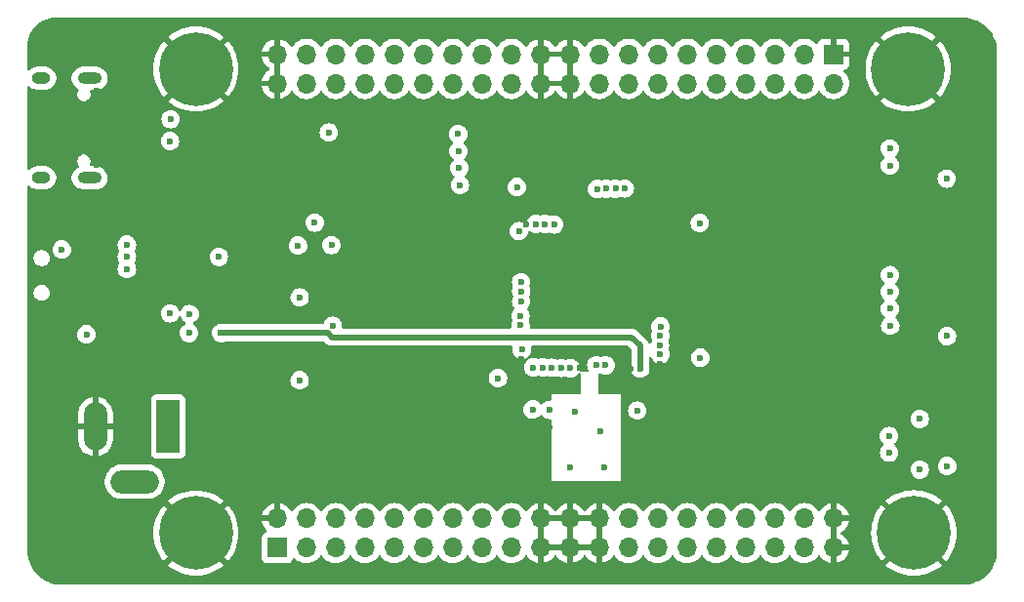
<source format=gbr>
%TF.GenerationSoftware,KiCad,Pcbnew,8.0.5*%
%TF.CreationDate,2024-10-15T23:52:28+04:00*%
%TF.ProjectId,AuroraF4,4175726f-7261-4463-942e-6b696361645f,v1.0.1*%
%TF.SameCoordinates,Original*%
%TF.FileFunction,Copper,L2,Inr*%
%TF.FilePolarity,Positive*%
%FSLAX46Y46*%
G04 Gerber Fmt 4.6, Leading zero omitted, Abs format (unit mm)*
G04 Created by KiCad (PCBNEW 8.0.5) date 2024-10-15 23:52:28*
%MOMM*%
%LPD*%
G01*
G04 APERTURE LIST*
%TA.AperFunction,ComponentPad*%
%ADD10R,2.000000X4.600000*%
%TD*%
%TA.AperFunction,ComponentPad*%
%ADD11O,2.000000X4.200000*%
%TD*%
%TA.AperFunction,ComponentPad*%
%ADD12O,4.200000X2.000000*%
%TD*%
%TA.AperFunction,ComponentPad*%
%ADD13C,0.800000*%
%TD*%
%TA.AperFunction,ComponentPad*%
%ADD14C,6.400000*%
%TD*%
%TA.AperFunction,ComponentPad*%
%ADD15R,1.700000X1.700000*%
%TD*%
%TA.AperFunction,ComponentPad*%
%ADD16O,1.700000X1.700000*%
%TD*%
%TA.AperFunction,ComponentPad*%
%ADD17O,2.100000X1.000000*%
%TD*%
%TA.AperFunction,ComponentPad*%
%ADD18O,1.600000X1.000000*%
%TD*%
%TA.AperFunction,ViaPad*%
%ADD19C,0.600000*%
%TD*%
%TA.AperFunction,Conductor*%
%ADD20C,0.500000*%
%TD*%
G04 APERTURE END LIST*
D10*
%TO.N,+12V*%
%TO.C,POWER*%
X111220000Y-109760000D03*
D11*
%TO.N,GND*%
X104920000Y-109760000D03*
D12*
%TO.N,N/C*%
X108320000Y-114560000D03*
%TD*%
D13*
%TO.N,GND*%
%TO.C,H4*%
X116020000Y-119015000D03*
X115317056Y-120712056D03*
X115317056Y-117317944D03*
X113620000Y-121415000D03*
D14*
X113620000Y-119015000D03*
D13*
X113620000Y-116615000D03*
X111922944Y-120712056D03*
X111922944Y-117317944D03*
X111220000Y-119015000D03*
%TD*%
D15*
%TO.N,GND*%
%TO.C,J9*%
X168920000Y-77457056D03*
D16*
%TO.N,+3.3V*%
X168920000Y-79997056D03*
%TO.N,PE9*%
X166380000Y-77457056D03*
%TO.N,PE8*%
X166380000Y-79997056D03*
%TO.N,+3.3V*%
X163840000Y-77457056D03*
%TO.N,PE10*%
X163840000Y-79997056D03*
%TO.N,PE11*%
X161300000Y-77457056D03*
%TO.N,PE12*%
X161300000Y-79997056D03*
%TO.N,PE13*%
X158760000Y-77457056D03*
%TO.N,PE14*%
X158760000Y-79997056D03*
%TO.N,PE15*%
X156220000Y-77457056D03*
%TO.N,PB10*%
X156220000Y-79997056D03*
%TO.N,PB11*%
X153680000Y-77457056D03*
%TO.N,PB12*%
X153680000Y-79997056D03*
%TO.N,PB13*%
X151140000Y-77457056D03*
%TO.N,PB14*%
X151140000Y-79997056D03*
%TO.N,PB15*%
X148600000Y-77457056D03*
%TO.N,PD8*%
X148600000Y-79997056D03*
%TO.N,GND*%
X146060000Y-77457056D03*
X146060000Y-79997056D03*
X143520000Y-77457056D03*
X143520000Y-79997056D03*
%TO.N,PD9*%
X140980000Y-77457056D03*
%TO.N,PC6*%
X140980000Y-79997056D03*
%TO.N,PC7*%
X138440000Y-77457056D03*
%TO.N,PC8*%
X138440000Y-79997056D03*
%TO.N,PC9*%
X135900000Y-77457056D03*
%TO.N,PA8*%
X135900000Y-79997056D03*
%TO.N,PA9*%
X133360000Y-77457056D03*
%TO.N,PA10*%
X133360000Y-79997056D03*
%TO.N,PC10*%
X130820000Y-77457056D03*
%TO.N,PC11*%
X130820000Y-79997056D03*
%TO.N,PC12*%
X128280000Y-77457056D03*
%TO.N,PD0*%
X128280000Y-79997056D03*
%TO.N,PD1*%
X125740000Y-77457056D03*
%TO.N,PD2*%
X125740000Y-79997056D03*
%TO.N,PD3*%
X123200000Y-77457056D03*
%TO.N,PD4*%
X123200000Y-79997056D03*
%TO.N,GND*%
X120660000Y-77457056D03*
X120660000Y-79997056D03*
%TD*%
D15*
%TO.N,+3.3V*%
%TO.C,J7*%
X120670000Y-120290000D03*
D16*
%TO.N,GND*%
X120670000Y-117750000D03*
%TO.N,PB4*%
X123210000Y-120290000D03*
%TO.N,PD7*%
X123210000Y-117750000D03*
%TO.N,PB8*%
X125750000Y-120290000D03*
%TO.N,PB5*%
X125750000Y-117750000D03*
%TO.N,PE0*%
X128290000Y-120290000D03*
%TO.N,PB9*%
X128290000Y-117750000D03*
%TO.N,PE2*%
X130830000Y-120290000D03*
%TO.N,PE1*%
X130830000Y-117750000D03*
%TO.N,PE4*%
X133370000Y-120290000D03*
%TO.N,PE3*%
X133370000Y-117750000D03*
%TO.N,PE6*%
X135910000Y-120290000D03*
%TO.N,PE5*%
X135910000Y-117750000D03*
%TO.N,PC14*%
X138450000Y-120290000D03*
%TO.N,PC13*%
X138450000Y-117750000D03*
%TO.N,PC0*%
X140990000Y-120290000D03*
%TO.N,PC15*%
X140990000Y-117750000D03*
%TO.N,GND*%
X143530000Y-120290000D03*
X143530000Y-117750000D03*
X146070000Y-120290000D03*
X146070000Y-117750000D03*
X148610000Y-120290000D03*
X148610000Y-117750000D03*
%TO.N,PC2*%
X151150000Y-120290000D03*
%TO.N,PC1*%
X151150000Y-117750000D03*
%TO.N,PA0*%
X153690000Y-120290000D03*
%TO.N,PC3*%
X153690000Y-117750000D03*
%TO.N,PA2*%
X156230000Y-120290000D03*
%TO.N,PA1*%
X156230000Y-117750000D03*
%TO.N,PA4*%
X158770000Y-120290000D03*
%TO.N,PA3*%
X158770000Y-117750000D03*
%TO.N,PC5*%
X161310000Y-120290000D03*
%TO.N,PC4*%
X161310000Y-117750000D03*
%TO.N,PB1*%
X163850000Y-120290000D03*
%TO.N,PB0*%
X163850000Y-117750000D03*
%TO.N,PE7*%
X166390000Y-120290000D03*
%TO.N,PB2*%
X166390000Y-117750000D03*
%TO.N,GND*%
X168930000Y-120290000D03*
X168930000Y-117750000D03*
%TD*%
D13*
%TO.N,GND*%
%TO.C,H2*%
X173000000Y-78732056D03*
X173702944Y-77035000D03*
X173702944Y-80429112D03*
X175400000Y-76332056D03*
D14*
X175400000Y-78732056D03*
D13*
X175400000Y-81132056D03*
X177097056Y-77035000D03*
X177097056Y-80429112D03*
X177800000Y-78732056D03*
%TD*%
%TO.N,GND*%
%TO.C,H1*%
X111220000Y-78732056D03*
X111922944Y-77035000D03*
X111922944Y-80429112D03*
X113620000Y-76332056D03*
D14*
X113620000Y-78732056D03*
D13*
X113620000Y-81132056D03*
X115317056Y-77035000D03*
X115317056Y-80429112D03*
X116020000Y-78732056D03*
%TD*%
%TO.N,GND*%
%TO.C,H3*%
X178300000Y-119000000D03*
X177597056Y-120697056D03*
X177597056Y-117302944D03*
X175900000Y-121400000D03*
D14*
X175900000Y-119000000D03*
D13*
X175900000Y-116600000D03*
X174202944Y-120697056D03*
X174202944Y-117302944D03*
X173500000Y-119000000D03*
%TD*%
D17*
%TO.N,unconnected-(J5-SHIELD-PadS1)_3*%
%TO.C,J5*%
X104402500Y-79535000D03*
D18*
%TO.N,unconnected-(J5-SHIELD-PadS1)_2*%
X100222500Y-79535000D03*
D17*
%TO.N,unconnected-(J5-SHIELD-PadS1)*%
X104402500Y-88175000D03*
D18*
%TO.N,unconnected-(J5-SHIELD-PadS1)_1*%
X100222500Y-88175000D03*
%TD*%
D19*
%TO.N,GND*%
X146916576Y-104700730D03*
X142830000Y-109865000D03*
%TO.N,+3.3V*%
X142830000Y-108290000D03*
X144290000Y-108315000D03*
%TO.N,SWDIO*%
X125380000Y-94020000D03*
%TO.N,SWCLK*%
X123930000Y-92075000D03*
X141640000Y-92810000D03*
%TO.N,GND*%
X153370000Y-109940000D03*
%TO.N,+3.3VA*%
X115810000Y-101650000D03*
X152169914Y-104728061D03*
%TO.N,GND*%
X157390000Y-106280000D03*
X151370000Y-104740000D03*
X153889322Y-104298652D03*
%TO.N,SWDIO*%
X143101270Y-92190271D03*
%TO.N,GND*%
X141880000Y-103900000D03*
X124275000Y-102830000D03*
%TO.N,+3.3V*%
X122625000Y-105750000D03*
%TO.N,GND*%
X120830000Y-108140000D03*
X115950000Y-107557500D03*
%TO.N,+3.3V*%
X107640000Y-96090000D03*
X107640000Y-95035000D03*
X107640000Y-93980000D03*
%TO.N,GND*%
X111415000Y-101400000D03*
%TO.N,+3.3V*%
X111377500Y-99940000D03*
X113032500Y-101650000D03*
X113090000Y-100000000D03*
X102000000Y-94400000D03*
X115610000Y-95050000D03*
X178745000Y-88250000D03*
X157380000Y-103795000D03*
X157330000Y-92105000D03*
X141470000Y-88980000D03*
X125150000Y-84260000D03*
X122625000Y-98560000D03*
%TO.N,GND*%
X122675000Y-100020000D03*
%TO.N,+3.3V*%
X139820000Y-105565000D03*
X151910000Y-108385000D03*
X178790000Y-113200000D03*
X176405000Y-109110000D03*
X176400000Y-113500000D03*
X178780000Y-101920000D03*
%TO.N,GND*%
X154840000Y-109940000D03*
X146110000Y-113295000D03*
X149040000Y-113290000D03*
X151910000Y-109935000D03*
X139820000Y-107115000D03*
X144290000Y-109865000D03*
X146480000Y-108480000D03*
X148680000Y-110180000D03*
X178790000Y-109450000D03*
X178780000Y-95670000D03*
X178745000Y-84500000D03*
X158790000Y-90555000D03*
X157330000Y-90555000D03*
X142301349Y-92201694D03*
X139920000Y-88970000D03*
X139920000Y-87510000D03*
X130502500Y-88790000D03*
X130502500Y-87330000D03*
X130507500Y-85870000D03*
X130507500Y-84410000D03*
X120070000Y-84260000D03*
X123880000Y-84260000D03*
X122610000Y-84260000D03*
X120830000Y-96170000D03*
X114990000Y-99940000D03*
X102000000Y-98900000D03*
X115610000Y-97350000D03*
X111360000Y-90050000D03*
X111360000Y-90050000D03*
X107117500Y-79712500D03*
X107850000Y-84047500D03*
X107117500Y-88367500D03*
X105042500Y-87055000D03*
X105042500Y-80655000D03*
%TO.N,PC0*%
X149159934Y-104440525D03*
%TO.N,PC15*%
X146116602Y-104693987D03*
%TO.N,PC14*%
X145316614Y-104689165D03*
%TO.N,PC13*%
X144509259Y-104667777D03*
%TO.N,PE6*%
X143709390Y-104653186D03*
%TO.N,PE5*%
X142900000Y-104640000D03*
%TO.N,NRST*%
X125500000Y-101020000D03*
X148360000Y-104430000D03*
%TO.N,BOOT0*%
X104130000Y-101770000D03*
X141890000Y-103100000D03*
%TO.N,SWO*%
X122480000Y-94060000D03*
X141840000Y-98930000D03*
%TO.N,USART2_RX*%
X173820000Y-87110000D03*
X141841427Y-98029921D03*
%TO.N,USART2_TX*%
X173810000Y-85650000D03*
X141830000Y-97230000D03*
%TO.N,I2C1_SCL*%
X173730000Y-110590000D03*
%TO.N,I2C1_SDA*%
X173750000Y-112035000D03*
X141780000Y-100960003D03*
%TO.N,I2C1_SCL*%
X141780000Y-100160000D03*
%TO.N,USB_D+*%
X111380000Y-84990000D03*
X143901263Y-92186390D03*
%TO.N,USB_D-*%
X111440000Y-83100000D03*
X144699109Y-92245084D03*
%TO.N,LED_BLUE*%
X136370000Y-84390000D03*
X150822366Y-89105423D03*
%TO.N,LED_RED*%
X136390000Y-85870000D03*
X150022599Y-89131395D03*
%TO.N,LED_YELLOW*%
X136470000Y-87340000D03*
X149222620Y-89125282D03*
%TO.N,LED_GREEN*%
X136530000Y-88800000D03*
X148423000Y-89150000D03*
%TO.N,SPI1_NSS*%
X153901997Y-103498750D03*
X173830000Y-96630000D03*
%TO.N,SPI1_SCK*%
X173850000Y-101010000D03*
X153877860Y-102699111D03*
%TO.N,SPI1_MISO*%
X173830000Y-99550000D03*
X153908733Y-101889923D03*
%TO.N,SPI1_MOSI*%
X153920000Y-101090000D03*
X173820000Y-98090000D03*
%TD*%
D20*
%TO.N,+3.3VA*%
X152169914Y-102759914D02*
X152169914Y-104728061D01*
X151420000Y-102010000D02*
X152169914Y-102759914D01*
X125069339Y-101650000D02*
X125429339Y-102010000D01*
X125429339Y-102010000D02*
X151420000Y-102010000D01*
X115810000Y-101650000D02*
X125069339Y-101650000D01*
%TD*%
%TA.AperFunction,Conductor*%
%TO.N,GND*%
G36*
X145604075Y-120097007D02*
G01*
X145570000Y-120224174D01*
X145570000Y-120355826D01*
X145604075Y-120482993D01*
X145636988Y-120540000D01*
X143963012Y-120540000D01*
X143995925Y-120482993D01*
X144030000Y-120355826D01*
X144030000Y-120224174D01*
X143995925Y-120097007D01*
X143963012Y-120040000D01*
X145636988Y-120040000D01*
X145604075Y-120097007D01*
G37*
%TD.AperFunction*%
%TA.AperFunction,Conductor*%
G36*
X148144075Y-120097007D02*
G01*
X148110000Y-120224174D01*
X148110000Y-120355826D01*
X148144075Y-120482993D01*
X148176988Y-120540000D01*
X146503012Y-120540000D01*
X146535925Y-120482993D01*
X146570000Y-120355826D01*
X146570000Y-120224174D01*
X146535925Y-120097007D01*
X146503012Y-120040000D01*
X148176988Y-120040000D01*
X148144075Y-120097007D01*
G37*
%TD.AperFunction*%
%TA.AperFunction,Conductor*%
G36*
X143780000Y-119856988D02*
G01*
X143722993Y-119824075D01*
X143595826Y-119790000D01*
X143464174Y-119790000D01*
X143337007Y-119824075D01*
X143280000Y-119856988D01*
X143280000Y-118183012D01*
X143337007Y-118215925D01*
X143464174Y-118250000D01*
X143595826Y-118250000D01*
X143722993Y-118215925D01*
X143780000Y-118183012D01*
X143780000Y-119856988D01*
G37*
%TD.AperFunction*%
%TA.AperFunction,Conductor*%
G36*
X146320000Y-119856988D02*
G01*
X146262993Y-119824075D01*
X146135826Y-119790000D01*
X146004174Y-119790000D01*
X145877007Y-119824075D01*
X145820000Y-119856988D01*
X145820000Y-118183012D01*
X145877007Y-118215925D01*
X146004174Y-118250000D01*
X146135826Y-118250000D01*
X146262993Y-118215925D01*
X146320000Y-118183012D01*
X146320000Y-119856988D01*
G37*
%TD.AperFunction*%
%TA.AperFunction,Conductor*%
G36*
X148860000Y-119856988D02*
G01*
X148802993Y-119824075D01*
X148675826Y-119790000D01*
X148544174Y-119790000D01*
X148417007Y-119824075D01*
X148360000Y-119856988D01*
X148360000Y-118183012D01*
X148417007Y-118215925D01*
X148544174Y-118250000D01*
X148675826Y-118250000D01*
X148802993Y-118215925D01*
X148860000Y-118183012D01*
X148860000Y-119856988D01*
G37*
%TD.AperFunction*%
%TA.AperFunction,Conductor*%
G36*
X169180000Y-119856988D02*
G01*
X169122993Y-119824075D01*
X168995826Y-119790000D01*
X168864174Y-119790000D01*
X168737007Y-119824075D01*
X168680000Y-119856988D01*
X168680000Y-118183012D01*
X168737007Y-118215925D01*
X168864174Y-118250000D01*
X168995826Y-118250000D01*
X169122993Y-118215925D01*
X169180000Y-118183012D01*
X169180000Y-119856988D01*
G37*
%TD.AperFunction*%
%TA.AperFunction,Conductor*%
G36*
X145604075Y-117557007D02*
G01*
X145570000Y-117684174D01*
X145570000Y-117815826D01*
X145604075Y-117942993D01*
X145636988Y-118000000D01*
X143963012Y-118000000D01*
X143995925Y-117942993D01*
X144030000Y-117815826D01*
X144030000Y-117684174D01*
X143995925Y-117557007D01*
X143963012Y-117500000D01*
X145636988Y-117500000D01*
X145604075Y-117557007D01*
G37*
%TD.AperFunction*%
%TA.AperFunction,Conductor*%
G36*
X148144075Y-117557007D02*
G01*
X148110000Y-117684174D01*
X148110000Y-117815826D01*
X148144075Y-117942993D01*
X148176988Y-118000000D01*
X146503012Y-118000000D01*
X146535925Y-117942993D01*
X146570000Y-117815826D01*
X146570000Y-117684174D01*
X146535925Y-117557007D01*
X146503012Y-117500000D01*
X148176988Y-117500000D01*
X148144075Y-117557007D01*
G37*
%TD.AperFunction*%
%TA.AperFunction,Conductor*%
G36*
X145594075Y-79804063D02*
G01*
X145560000Y-79931230D01*
X145560000Y-80062882D01*
X145594075Y-80190049D01*
X145626988Y-80247056D01*
X143953012Y-80247056D01*
X143985925Y-80190049D01*
X144020000Y-80062882D01*
X144020000Y-79931230D01*
X143985925Y-79804063D01*
X143953012Y-79747056D01*
X145626988Y-79747056D01*
X145594075Y-79804063D01*
G37*
%TD.AperFunction*%
%TA.AperFunction,Conductor*%
G36*
X120910000Y-79564044D02*
G01*
X120852993Y-79531131D01*
X120725826Y-79497056D01*
X120594174Y-79497056D01*
X120467007Y-79531131D01*
X120410000Y-79564044D01*
X120410000Y-77890068D01*
X120467007Y-77922981D01*
X120594174Y-77957056D01*
X120725826Y-77957056D01*
X120852993Y-77922981D01*
X120910000Y-77890068D01*
X120910000Y-79564044D01*
G37*
%TD.AperFunction*%
%TA.AperFunction,Conductor*%
G36*
X143770000Y-79564044D02*
G01*
X143712993Y-79531131D01*
X143585826Y-79497056D01*
X143454174Y-79497056D01*
X143327007Y-79531131D01*
X143270000Y-79564044D01*
X143270000Y-77890068D01*
X143327007Y-77922981D01*
X143454174Y-77957056D01*
X143585826Y-77957056D01*
X143712993Y-77922981D01*
X143770000Y-77890068D01*
X143770000Y-79564044D01*
G37*
%TD.AperFunction*%
%TA.AperFunction,Conductor*%
G36*
X146310000Y-79564044D02*
G01*
X146252993Y-79531131D01*
X146125826Y-79497056D01*
X145994174Y-79497056D01*
X145867007Y-79531131D01*
X145810000Y-79564044D01*
X145810000Y-77890068D01*
X145867007Y-77922981D01*
X145994174Y-77957056D01*
X146125826Y-77957056D01*
X146252993Y-77922981D01*
X146310000Y-77890068D01*
X146310000Y-79564044D01*
G37*
%TD.AperFunction*%
%TA.AperFunction,Conductor*%
G36*
X145594075Y-77264063D02*
G01*
X145560000Y-77391230D01*
X145560000Y-77522882D01*
X145594075Y-77650049D01*
X145626988Y-77707056D01*
X143953012Y-77707056D01*
X143985925Y-77650049D01*
X144020000Y-77522882D01*
X144020000Y-77391230D01*
X143985925Y-77264063D01*
X143953012Y-77207056D01*
X145626988Y-77207056D01*
X145594075Y-77264063D01*
G37*
%TD.AperFunction*%
%TA.AperFunction,Conductor*%
G36*
X180123243Y-74260669D02*
G01*
X180145186Y-74261820D01*
X180427046Y-74276592D01*
X180439953Y-74277949D01*
X180571089Y-74298718D01*
X180737209Y-74325028D01*
X180749896Y-74327724D01*
X181040625Y-74405625D01*
X181052965Y-74409635D01*
X181333938Y-74517490D01*
X181345790Y-74522767D01*
X181613968Y-74659411D01*
X181625199Y-74665896D01*
X181691389Y-74708880D01*
X181877608Y-74829812D01*
X181888109Y-74837441D01*
X182122010Y-75026850D01*
X182131655Y-75035535D01*
X182344464Y-75248344D01*
X182353149Y-75257989D01*
X182542558Y-75491890D01*
X182550187Y-75502391D01*
X182714101Y-75754796D01*
X182720591Y-75766036D01*
X182857231Y-76034206D01*
X182862510Y-76046064D01*
X182970363Y-76327033D01*
X182974374Y-76339376D01*
X183052273Y-76630097D01*
X183054971Y-76642794D01*
X183102050Y-76940046D01*
X183103407Y-76952953D01*
X183119330Y-77256756D01*
X183119500Y-77263246D01*
X183119500Y-120496753D01*
X183119330Y-120503243D01*
X183103407Y-120807046D01*
X183102050Y-120819953D01*
X183054971Y-121117205D01*
X183052273Y-121129902D01*
X182974374Y-121420623D01*
X182970363Y-121432966D01*
X182862510Y-121713935D01*
X182857231Y-121725793D01*
X182720591Y-121993963D01*
X182714101Y-122005203D01*
X182550187Y-122257608D01*
X182542558Y-122268109D01*
X182353149Y-122502010D01*
X182344464Y-122511655D01*
X182131655Y-122724464D01*
X182122010Y-122733149D01*
X181888109Y-122922558D01*
X181877608Y-122930187D01*
X181625203Y-123094101D01*
X181613963Y-123100591D01*
X181345793Y-123237231D01*
X181333935Y-123242510D01*
X181052966Y-123350363D01*
X181040623Y-123354374D01*
X180749902Y-123432273D01*
X180737205Y-123434971D01*
X180439953Y-123482050D01*
X180427046Y-123483407D01*
X180123244Y-123499330D01*
X180116754Y-123499500D01*
X102003246Y-123499500D01*
X101996756Y-123499330D01*
X101692953Y-123483407D01*
X101680046Y-123482050D01*
X101382794Y-123434971D01*
X101370097Y-123432273D01*
X101079376Y-123354374D01*
X101067033Y-123350363D01*
X100786064Y-123242510D01*
X100774206Y-123237231D01*
X100506036Y-123100591D01*
X100494796Y-123094101D01*
X100242391Y-122930187D01*
X100231890Y-122922558D01*
X99997989Y-122733149D01*
X99988344Y-122724464D01*
X99775535Y-122511655D01*
X99766850Y-122502010D01*
X99577441Y-122268109D01*
X99569812Y-122257608D01*
X99538044Y-122208689D01*
X99405896Y-122005199D01*
X99399408Y-121993963D01*
X99262768Y-121725793D01*
X99257489Y-121713935D01*
X99229299Y-121640498D01*
X99149635Y-121432965D01*
X99145625Y-121420623D01*
X99083260Y-121187876D01*
X99067724Y-121129896D01*
X99065028Y-121117205D01*
X99017949Y-120819953D01*
X99016592Y-120807046D01*
X99000670Y-120503243D01*
X99000500Y-120496753D01*
X99000500Y-119014999D01*
X109914922Y-119014999D01*
X109914922Y-119015000D01*
X109935219Y-119402287D01*
X109995886Y-119785323D01*
X109995887Y-119785330D01*
X110096262Y-120159936D01*
X110235244Y-120521994D01*
X110411310Y-120867543D01*
X110622531Y-121192793D01*
X110831095Y-121450350D01*
X110831096Y-121450350D01*
X112325748Y-119955698D01*
X112399588Y-120057330D01*
X112577670Y-120235412D01*
X112679300Y-120309251D01*
X111184648Y-121803903D01*
X111184649Y-121803904D01*
X111442206Y-122012468D01*
X111767456Y-122223689D01*
X112113005Y-122399755D01*
X112475063Y-122538737D01*
X112849669Y-122639112D01*
X112849676Y-122639113D01*
X113232712Y-122699780D01*
X113619999Y-122720078D01*
X113620001Y-122720078D01*
X114007287Y-122699780D01*
X114390323Y-122639113D01*
X114390330Y-122639112D01*
X114764936Y-122538737D01*
X115126994Y-122399755D01*
X115472543Y-122223689D01*
X115797783Y-122012476D01*
X115797785Y-122012475D01*
X116055349Y-121803902D01*
X114560698Y-120309251D01*
X114662330Y-120235412D01*
X114840412Y-120057330D01*
X114914251Y-119955698D01*
X116408902Y-121450349D01*
X116617475Y-121192785D01*
X116617476Y-121192783D01*
X116828689Y-120867543D01*
X117004755Y-120521994D01*
X117143737Y-120159936D01*
X117244112Y-119785330D01*
X117244113Y-119785323D01*
X117304780Y-119402287D01*
X117305312Y-119392135D01*
X119319500Y-119392135D01*
X119319500Y-121187870D01*
X119319501Y-121187876D01*
X119325908Y-121247483D01*
X119376202Y-121382328D01*
X119376206Y-121382335D01*
X119462452Y-121497544D01*
X119462455Y-121497547D01*
X119577664Y-121583793D01*
X119577671Y-121583797D01*
X119712517Y-121634091D01*
X119712516Y-121634091D01*
X119719444Y-121634835D01*
X119772127Y-121640500D01*
X121567872Y-121640499D01*
X121627483Y-121634091D01*
X121762331Y-121583796D01*
X121877546Y-121497546D01*
X121963796Y-121382331D01*
X122012810Y-121250916D01*
X122054681Y-121194984D01*
X122120145Y-121170566D01*
X122188418Y-121185417D01*
X122216673Y-121206569D01*
X122338599Y-121328495D01*
X122435384Y-121396265D01*
X122532165Y-121464032D01*
X122532167Y-121464033D01*
X122532170Y-121464035D01*
X122746337Y-121563903D01*
X122974592Y-121625063D01*
X123151034Y-121640500D01*
X123209999Y-121645659D01*
X123210000Y-121645659D01*
X123210001Y-121645659D01*
X123268966Y-121640500D01*
X123445408Y-121625063D01*
X123673663Y-121563903D01*
X123887830Y-121464035D01*
X124081401Y-121328495D01*
X124248495Y-121161401D01*
X124378425Y-120975842D01*
X124433002Y-120932217D01*
X124502500Y-120925023D01*
X124564855Y-120956546D01*
X124581575Y-120975842D01*
X124711281Y-121161082D01*
X124711505Y-121161401D01*
X124878599Y-121328495D01*
X124975384Y-121396265D01*
X125072165Y-121464032D01*
X125072167Y-121464033D01*
X125072170Y-121464035D01*
X125286337Y-121563903D01*
X125514592Y-121625063D01*
X125691034Y-121640500D01*
X125749999Y-121645659D01*
X125750000Y-121645659D01*
X125750001Y-121645659D01*
X125808966Y-121640500D01*
X125985408Y-121625063D01*
X126213663Y-121563903D01*
X126427830Y-121464035D01*
X126621401Y-121328495D01*
X126788495Y-121161401D01*
X126918425Y-120975842D01*
X126973002Y-120932217D01*
X127042500Y-120925023D01*
X127104855Y-120956546D01*
X127121575Y-120975842D01*
X127251281Y-121161082D01*
X127251505Y-121161401D01*
X127418599Y-121328495D01*
X127515384Y-121396265D01*
X127612165Y-121464032D01*
X127612167Y-121464033D01*
X127612170Y-121464035D01*
X127826337Y-121563903D01*
X128054592Y-121625063D01*
X128231034Y-121640500D01*
X128289999Y-121645659D01*
X128290000Y-121645659D01*
X128290001Y-121645659D01*
X128348966Y-121640500D01*
X128525408Y-121625063D01*
X128753663Y-121563903D01*
X128967830Y-121464035D01*
X129161401Y-121328495D01*
X129328495Y-121161401D01*
X129458425Y-120975842D01*
X129513002Y-120932217D01*
X129582500Y-120925023D01*
X129644855Y-120956546D01*
X129661575Y-120975842D01*
X129791281Y-121161082D01*
X129791505Y-121161401D01*
X129958599Y-121328495D01*
X130055384Y-121396265D01*
X130152165Y-121464032D01*
X130152167Y-121464033D01*
X130152170Y-121464035D01*
X130366337Y-121563903D01*
X130594592Y-121625063D01*
X130771034Y-121640500D01*
X130829999Y-121645659D01*
X130830000Y-121645659D01*
X130830001Y-121645659D01*
X130888966Y-121640500D01*
X131065408Y-121625063D01*
X131293663Y-121563903D01*
X131507830Y-121464035D01*
X131701401Y-121328495D01*
X131868495Y-121161401D01*
X131998425Y-120975842D01*
X132053002Y-120932217D01*
X132122500Y-120925023D01*
X132184855Y-120956546D01*
X132201575Y-120975842D01*
X132331281Y-121161082D01*
X132331505Y-121161401D01*
X132498599Y-121328495D01*
X132595384Y-121396265D01*
X132692165Y-121464032D01*
X132692167Y-121464033D01*
X132692170Y-121464035D01*
X132906337Y-121563903D01*
X133134592Y-121625063D01*
X133311034Y-121640500D01*
X133369999Y-121645659D01*
X133370000Y-121645659D01*
X133370001Y-121645659D01*
X133428966Y-121640500D01*
X133605408Y-121625063D01*
X133833663Y-121563903D01*
X134047830Y-121464035D01*
X134241401Y-121328495D01*
X134408495Y-121161401D01*
X134538425Y-120975842D01*
X134593002Y-120932217D01*
X134662500Y-120925023D01*
X134724855Y-120956546D01*
X134741575Y-120975842D01*
X134871281Y-121161082D01*
X134871505Y-121161401D01*
X135038599Y-121328495D01*
X135135384Y-121396265D01*
X135232165Y-121464032D01*
X135232167Y-121464033D01*
X135232170Y-121464035D01*
X135446337Y-121563903D01*
X135674592Y-121625063D01*
X135851034Y-121640500D01*
X135909999Y-121645659D01*
X135910000Y-121645659D01*
X135910001Y-121645659D01*
X135968966Y-121640500D01*
X136145408Y-121625063D01*
X136373663Y-121563903D01*
X136587830Y-121464035D01*
X136781401Y-121328495D01*
X136948495Y-121161401D01*
X137078425Y-120975842D01*
X137133002Y-120932217D01*
X137202500Y-120925023D01*
X137264855Y-120956546D01*
X137281575Y-120975842D01*
X137411281Y-121161082D01*
X137411505Y-121161401D01*
X137578599Y-121328495D01*
X137675384Y-121396265D01*
X137772165Y-121464032D01*
X137772167Y-121464033D01*
X137772170Y-121464035D01*
X137986337Y-121563903D01*
X138214592Y-121625063D01*
X138391034Y-121640500D01*
X138449999Y-121645659D01*
X138450000Y-121645659D01*
X138450001Y-121645659D01*
X138508966Y-121640500D01*
X138685408Y-121625063D01*
X138913663Y-121563903D01*
X139127830Y-121464035D01*
X139321401Y-121328495D01*
X139488495Y-121161401D01*
X139618425Y-120975842D01*
X139673002Y-120932217D01*
X139742500Y-120925023D01*
X139804855Y-120956546D01*
X139821575Y-120975842D01*
X139951281Y-121161082D01*
X139951505Y-121161401D01*
X140118599Y-121328495D01*
X140215384Y-121396265D01*
X140312165Y-121464032D01*
X140312167Y-121464033D01*
X140312170Y-121464035D01*
X140526337Y-121563903D01*
X140754592Y-121625063D01*
X140931034Y-121640500D01*
X140989999Y-121645659D01*
X140990000Y-121645659D01*
X140990001Y-121645659D01*
X141048966Y-121640500D01*
X141225408Y-121625063D01*
X141453663Y-121563903D01*
X141667830Y-121464035D01*
X141861401Y-121328495D01*
X142028495Y-121161401D01*
X142158730Y-120975405D01*
X142213307Y-120931781D01*
X142282805Y-120924587D01*
X142345160Y-120956110D01*
X142361879Y-120975405D01*
X142491890Y-121161078D01*
X142658917Y-121328105D01*
X142852421Y-121463600D01*
X143066507Y-121563429D01*
X143066516Y-121563433D01*
X143280000Y-121620634D01*
X143280000Y-120723012D01*
X143337007Y-120755925D01*
X143464174Y-120790000D01*
X143595826Y-120790000D01*
X143722993Y-120755925D01*
X143780000Y-120723012D01*
X143780000Y-121620633D01*
X143993483Y-121563433D01*
X143993492Y-121563429D01*
X144207578Y-121463600D01*
X144401082Y-121328105D01*
X144568105Y-121161082D01*
X144698425Y-120974968D01*
X144753002Y-120931344D01*
X144822501Y-120924151D01*
X144884855Y-120955673D01*
X144901575Y-120974968D01*
X145031894Y-121161082D01*
X145198917Y-121328105D01*
X145392421Y-121463600D01*
X145606507Y-121563429D01*
X145606516Y-121563433D01*
X145820000Y-121620634D01*
X145820000Y-120723012D01*
X145877007Y-120755925D01*
X146004174Y-120790000D01*
X146135826Y-120790000D01*
X146262993Y-120755925D01*
X146320000Y-120723012D01*
X146320000Y-121620633D01*
X146533483Y-121563433D01*
X146533492Y-121563429D01*
X146747578Y-121463600D01*
X146941082Y-121328105D01*
X147108105Y-121161082D01*
X147238425Y-120974968D01*
X147293002Y-120931344D01*
X147362501Y-120924151D01*
X147424855Y-120955673D01*
X147441575Y-120974968D01*
X147571894Y-121161082D01*
X147738917Y-121328105D01*
X147932421Y-121463600D01*
X148146507Y-121563429D01*
X148146516Y-121563433D01*
X148360000Y-121620634D01*
X148360000Y-120723012D01*
X148417007Y-120755925D01*
X148544174Y-120790000D01*
X148675826Y-120790000D01*
X148802993Y-120755925D01*
X148860000Y-120723012D01*
X148860000Y-121620633D01*
X149073483Y-121563433D01*
X149073492Y-121563429D01*
X149287578Y-121463600D01*
X149481082Y-121328105D01*
X149648105Y-121161082D01*
X149778119Y-120975405D01*
X149832696Y-120931781D01*
X149902195Y-120924588D01*
X149964549Y-120956110D01*
X149981269Y-120975405D01*
X150111505Y-121161401D01*
X150278599Y-121328495D01*
X150375384Y-121396265D01*
X150472165Y-121464032D01*
X150472167Y-121464033D01*
X150472170Y-121464035D01*
X150686337Y-121563903D01*
X150914592Y-121625063D01*
X151091034Y-121640500D01*
X151149999Y-121645659D01*
X151150000Y-121645659D01*
X151150001Y-121645659D01*
X151208966Y-121640500D01*
X151385408Y-121625063D01*
X151613663Y-121563903D01*
X151827830Y-121464035D01*
X152021401Y-121328495D01*
X152188495Y-121161401D01*
X152318425Y-120975842D01*
X152373002Y-120932217D01*
X152442500Y-120925023D01*
X152504855Y-120956546D01*
X152521575Y-120975842D01*
X152651281Y-121161082D01*
X152651505Y-121161401D01*
X152818599Y-121328495D01*
X152915384Y-121396265D01*
X153012165Y-121464032D01*
X153012167Y-121464033D01*
X153012170Y-121464035D01*
X153226337Y-121563903D01*
X153454592Y-121625063D01*
X153631034Y-121640500D01*
X153689999Y-121645659D01*
X153690000Y-121645659D01*
X153690001Y-121645659D01*
X153748966Y-121640500D01*
X153925408Y-121625063D01*
X154153663Y-121563903D01*
X154367830Y-121464035D01*
X154561401Y-121328495D01*
X154728495Y-121161401D01*
X154858425Y-120975842D01*
X154913002Y-120932217D01*
X154982500Y-120925023D01*
X155044855Y-120956546D01*
X155061575Y-120975842D01*
X155191281Y-121161082D01*
X155191505Y-121161401D01*
X155358599Y-121328495D01*
X155455384Y-121396265D01*
X155552165Y-121464032D01*
X155552167Y-121464033D01*
X155552170Y-121464035D01*
X155766337Y-121563903D01*
X155994592Y-121625063D01*
X156171034Y-121640500D01*
X156229999Y-121645659D01*
X156230000Y-121645659D01*
X156230001Y-121645659D01*
X156288966Y-121640500D01*
X156465408Y-121625063D01*
X156693663Y-121563903D01*
X156907830Y-121464035D01*
X157101401Y-121328495D01*
X157268495Y-121161401D01*
X157398425Y-120975842D01*
X157453002Y-120932217D01*
X157522500Y-120925023D01*
X157584855Y-120956546D01*
X157601575Y-120975842D01*
X157731281Y-121161082D01*
X157731505Y-121161401D01*
X157898599Y-121328495D01*
X157995384Y-121396265D01*
X158092165Y-121464032D01*
X158092167Y-121464033D01*
X158092170Y-121464035D01*
X158306337Y-121563903D01*
X158534592Y-121625063D01*
X158711034Y-121640500D01*
X158769999Y-121645659D01*
X158770000Y-121645659D01*
X158770001Y-121645659D01*
X158828966Y-121640500D01*
X159005408Y-121625063D01*
X159233663Y-121563903D01*
X159447830Y-121464035D01*
X159641401Y-121328495D01*
X159808495Y-121161401D01*
X159938425Y-120975842D01*
X159993002Y-120932217D01*
X160062500Y-120925023D01*
X160124855Y-120956546D01*
X160141575Y-120975842D01*
X160271281Y-121161082D01*
X160271505Y-121161401D01*
X160438599Y-121328495D01*
X160535384Y-121396265D01*
X160632165Y-121464032D01*
X160632167Y-121464033D01*
X160632170Y-121464035D01*
X160846337Y-121563903D01*
X161074592Y-121625063D01*
X161251034Y-121640500D01*
X161309999Y-121645659D01*
X161310000Y-121645659D01*
X161310001Y-121645659D01*
X161368966Y-121640500D01*
X161545408Y-121625063D01*
X161773663Y-121563903D01*
X161987830Y-121464035D01*
X162181401Y-121328495D01*
X162348495Y-121161401D01*
X162478425Y-120975842D01*
X162533002Y-120932217D01*
X162602500Y-120925023D01*
X162664855Y-120956546D01*
X162681575Y-120975842D01*
X162811281Y-121161082D01*
X162811505Y-121161401D01*
X162978599Y-121328495D01*
X163075384Y-121396265D01*
X163172165Y-121464032D01*
X163172167Y-121464033D01*
X163172170Y-121464035D01*
X163386337Y-121563903D01*
X163614592Y-121625063D01*
X163791034Y-121640500D01*
X163849999Y-121645659D01*
X163850000Y-121645659D01*
X163850001Y-121645659D01*
X163908966Y-121640500D01*
X164085408Y-121625063D01*
X164313663Y-121563903D01*
X164527830Y-121464035D01*
X164721401Y-121328495D01*
X164888495Y-121161401D01*
X165018425Y-120975842D01*
X165073002Y-120932217D01*
X165142500Y-120925023D01*
X165204855Y-120956546D01*
X165221575Y-120975842D01*
X165351281Y-121161082D01*
X165351505Y-121161401D01*
X165518599Y-121328495D01*
X165615384Y-121396265D01*
X165712165Y-121464032D01*
X165712167Y-121464033D01*
X165712170Y-121464035D01*
X165926337Y-121563903D01*
X166154592Y-121625063D01*
X166331034Y-121640500D01*
X166389999Y-121645659D01*
X166390000Y-121645659D01*
X166390001Y-121645659D01*
X166448966Y-121640500D01*
X166625408Y-121625063D01*
X166853663Y-121563903D01*
X167067830Y-121464035D01*
X167261401Y-121328495D01*
X167428495Y-121161401D01*
X167558730Y-120975405D01*
X167613307Y-120931781D01*
X167682805Y-120924587D01*
X167745160Y-120956110D01*
X167761879Y-120975405D01*
X167891890Y-121161078D01*
X168058917Y-121328105D01*
X168252421Y-121463600D01*
X168466507Y-121563429D01*
X168466516Y-121563433D01*
X168680000Y-121620634D01*
X168680000Y-120723012D01*
X168737007Y-120755925D01*
X168864174Y-120790000D01*
X168995826Y-120790000D01*
X169122993Y-120755925D01*
X169180000Y-120723012D01*
X169180000Y-121620634D01*
X169393483Y-121563433D01*
X169393492Y-121563429D01*
X169607578Y-121463600D01*
X169801082Y-121328105D01*
X169968105Y-121161082D01*
X170103600Y-120967578D01*
X170203429Y-120753492D01*
X170203432Y-120753486D01*
X170260636Y-120540000D01*
X169363012Y-120540000D01*
X169395925Y-120482993D01*
X169430000Y-120355826D01*
X169430000Y-120224174D01*
X169395925Y-120097007D01*
X169363012Y-120040000D01*
X170260636Y-120040000D01*
X170260635Y-120039999D01*
X170203432Y-119826513D01*
X170203429Y-119826507D01*
X170103600Y-119612422D01*
X170103599Y-119612420D01*
X169968113Y-119418926D01*
X169968108Y-119418920D01*
X169801082Y-119251894D01*
X169614968Y-119121575D01*
X169571344Y-119066998D01*
X169564410Y-118999999D01*
X172194922Y-118999999D01*
X172194922Y-119000000D01*
X172215219Y-119387287D01*
X172275886Y-119770323D01*
X172275887Y-119770330D01*
X172376262Y-120144936D01*
X172515244Y-120506994D01*
X172691310Y-120852543D01*
X172902531Y-121177793D01*
X173111095Y-121435350D01*
X173111096Y-121435350D01*
X174605748Y-119940698D01*
X174679588Y-120042330D01*
X174857670Y-120220412D01*
X174959300Y-120294251D01*
X173464648Y-121788903D01*
X173464649Y-121788904D01*
X173722206Y-121997468D01*
X174047456Y-122208689D01*
X174393005Y-122384755D01*
X174755063Y-122523737D01*
X175129669Y-122624112D01*
X175129676Y-122624113D01*
X175512712Y-122684780D01*
X175899999Y-122705078D01*
X175900001Y-122705078D01*
X176287287Y-122684780D01*
X176670323Y-122624113D01*
X176670330Y-122624112D01*
X177044936Y-122523737D01*
X177406994Y-122384755D01*
X177752543Y-122208689D01*
X178077783Y-121997476D01*
X178077785Y-121997475D01*
X178335349Y-121788902D01*
X176840698Y-120294251D01*
X176942330Y-120220412D01*
X177120412Y-120042330D01*
X177194251Y-119940698D01*
X178688902Y-121435349D01*
X178897475Y-121177785D01*
X178897476Y-121177783D01*
X179108689Y-120852543D01*
X179284755Y-120506994D01*
X179423737Y-120144936D01*
X179524112Y-119770330D01*
X179524113Y-119770323D01*
X179584780Y-119387287D01*
X179605078Y-119000000D01*
X179605078Y-118999999D01*
X179584780Y-118612712D01*
X179524113Y-118229676D01*
X179524112Y-118229669D01*
X179423737Y-117855063D01*
X179284755Y-117493005D01*
X179108689Y-117147456D01*
X178897468Y-116822206D01*
X178688904Y-116564649D01*
X178688903Y-116564648D01*
X177194251Y-118059300D01*
X177120412Y-117957670D01*
X176942330Y-117779588D01*
X176840698Y-117705748D01*
X178335350Y-116211096D01*
X178335350Y-116211095D01*
X178077793Y-116002531D01*
X177752543Y-115791310D01*
X177406994Y-115615244D01*
X177044936Y-115476262D01*
X176670330Y-115375887D01*
X176670323Y-115375886D01*
X176287287Y-115315219D01*
X175900001Y-115294922D01*
X175899999Y-115294922D01*
X175512712Y-115315219D01*
X175129676Y-115375886D01*
X175129669Y-115375887D01*
X174755063Y-115476262D01*
X174393005Y-115615244D01*
X174047456Y-115791310D01*
X173722206Y-116002531D01*
X173464648Y-116211095D01*
X173464648Y-116211096D01*
X174959301Y-117705748D01*
X174857670Y-117779588D01*
X174679588Y-117957670D01*
X174605748Y-118059300D01*
X173111096Y-116564648D01*
X173111095Y-116564648D01*
X172902531Y-116822206D01*
X172691310Y-117147456D01*
X172515244Y-117493005D01*
X172376262Y-117855063D01*
X172275887Y-118229669D01*
X172275886Y-118229676D01*
X172215219Y-118612712D01*
X172194922Y-118999999D01*
X169564410Y-118999999D01*
X169564151Y-118997499D01*
X169595673Y-118935145D01*
X169614968Y-118918425D01*
X169801082Y-118788105D01*
X169968105Y-118621082D01*
X170103600Y-118427578D01*
X170203429Y-118213492D01*
X170203432Y-118213486D01*
X170260636Y-118000000D01*
X169363012Y-118000000D01*
X169395925Y-117942993D01*
X169430000Y-117815826D01*
X169430000Y-117684174D01*
X169395925Y-117557007D01*
X169363012Y-117500000D01*
X170260636Y-117500000D01*
X170260635Y-117499999D01*
X170203432Y-117286513D01*
X170203429Y-117286507D01*
X170103600Y-117072422D01*
X170103599Y-117072420D01*
X169968113Y-116878926D01*
X169968108Y-116878920D01*
X169801082Y-116711894D01*
X169607578Y-116576399D01*
X169393492Y-116476570D01*
X169393486Y-116476567D01*
X169180000Y-116419364D01*
X169180000Y-117316988D01*
X169122993Y-117284075D01*
X168995826Y-117250000D01*
X168864174Y-117250000D01*
X168737007Y-117284075D01*
X168680000Y-117316988D01*
X168680000Y-116419364D01*
X168679999Y-116419364D01*
X168466513Y-116476567D01*
X168466507Y-116476570D01*
X168252422Y-116576399D01*
X168252420Y-116576400D01*
X168058926Y-116711886D01*
X168058920Y-116711891D01*
X167891891Y-116878920D01*
X167891890Y-116878922D01*
X167761880Y-117064595D01*
X167707303Y-117108219D01*
X167637804Y-117115412D01*
X167575450Y-117083890D01*
X167558730Y-117064594D01*
X167428494Y-116878597D01*
X167261402Y-116711506D01*
X167261395Y-116711501D01*
X167067834Y-116575967D01*
X167067830Y-116575965D01*
X167043561Y-116564648D01*
X166853663Y-116476097D01*
X166853659Y-116476096D01*
X166853655Y-116476094D01*
X166625413Y-116414938D01*
X166625403Y-116414936D01*
X166390001Y-116394341D01*
X166389999Y-116394341D01*
X166154596Y-116414936D01*
X166154586Y-116414938D01*
X165926344Y-116476094D01*
X165926335Y-116476098D01*
X165712171Y-116575964D01*
X165712169Y-116575965D01*
X165518597Y-116711505D01*
X165351505Y-116878597D01*
X165221575Y-117064158D01*
X165166998Y-117107783D01*
X165097500Y-117114977D01*
X165035145Y-117083454D01*
X165018425Y-117064158D01*
X164888494Y-116878597D01*
X164721402Y-116711506D01*
X164721395Y-116711501D01*
X164527834Y-116575967D01*
X164527830Y-116575965D01*
X164503561Y-116564648D01*
X164313663Y-116476097D01*
X164313659Y-116476096D01*
X164313655Y-116476094D01*
X164085413Y-116414938D01*
X164085403Y-116414936D01*
X163850001Y-116394341D01*
X163849999Y-116394341D01*
X163614596Y-116414936D01*
X163614586Y-116414938D01*
X163386344Y-116476094D01*
X163386335Y-116476098D01*
X163172171Y-116575964D01*
X163172169Y-116575965D01*
X162978597Y-116711505D01*
X162811505Y-116878597D01*
X162681575Y-117064158D01*
X162626998Y-117107783D01*
X162557500Y-117114977D01*
X162495145Y-117083454D01*
X162478425Y-117064158D01*
X162348494Y-116878597D01*
X162181402Y-116711506D01*
X162181395Y-116711501D01*
X161987834Y-116575967D01*
X161987830Y-116575965D01*
X161963561Y-116564648D01*
X161773663Y-116476097D01*
X161773659Y-116476096D01*
X161773655Y-116476094D01*
X161545413Y-116414938D01*
X161545403Y-116414936D01*
X161310001Y-116394341D01*
X161309999Y-116394341D01*
X161074596Y-116414936D01*
X161074586Y-116414938D01*
X160846344Y-116476094D01*
X160846335Y-116476098D01*
X160632171Y-116575964D01*
X160632169Y-116575965D01*
X160438597Y-116711505D01*
X160271505Y-116878597D01*
X160141575Y-117064158D01*
X160086998Y-117107783D01*
X160017500Y-117114977D01*
X159955145Y-117083454D01*
X159938425Y-117064158D01*
X159808494Y-116878597D01*
X159641402Y-116711506D01*
X159641395Y-116711501D01*
X159447834Y-116575967D01*
X159447830Y-116575965D01*
X159423561Y-116564648D01*
X159233663Y-116476097D01*
X159233659Y-116476096D01*
X159233655Y-116476094D01*
X159005413Y-116414938D01*
X159005403Y-116414936D01*
X158770001Y-116394341D01*
X158769999Y-116394341D01*
X158534596Y-116414936D01*
X158534586Y-116414938D01*
X158306344Y-116476094D01*
X158306335Y-116476098D01*
X158092171Y-116575964D01*
X158092169Y-116575965D01*
X157898597Y-116711505D01*
X157731505Y-116878597D01*
X157601575Y-117064158D01*
X157546998Y-117107783D01*
X157477500Y-117114977D01*
X157415145Y-117083454D01*
X157398425Y-117064158D01*
X157268494Y-116878597D01*
X157101402Y-116711506D01*
X157101395Y-116711501D01*
X156907834Y-116575967D01*
X156907830Y-116575965D01*
X156883561Y-116564648D01*
X156693663Y-116476097D01*
X156693659Y-116476096D01*
X156693655Y-116476094D01*
X156465413Y-116414938D01*
X156465403Y-116414936D01*
X156230001Y-116394341D01*
X156229999Y-116394341D01*
X155994596Y-116414936D01*
X155994586Y-116414938D01*
X155766344Y-116476094D01*
X155766335Y-116476098D01*
X155552171Y-116575964D01*
X155552169Y-116575965D01*
X155358597Y-116711505D01*
X155191505Y-116878597D01*
X155061575Y-117064158D01*
X155006998Y-117107783D01*
X154937500Y-117114977D01*
X154875145Y-117083454D01*
X154858425Y-117064158D01*
X154728494Y-116878597D01*
X154561402Y-116711506D01*
X154561395Y-116711501D01*
X154367834Y-116575967D01*
X154367830Y-116575965D01*
X154343561Y-116564648D01*
X154153663Y-116476097D01*
X154153659Y-116476096D01*
X154153655Y-116476094D01*
X153925413Y-116414938D01*
X153925403Y-116414936D01*
X153690001Y-116394341D01*
X153689999Y-116394341D01*
X153454596Y-116414936D01*
X153454586Y-116414938D01*
X153226344Y-116476094D01*
X153226335Y-116476098D01*
X153012171Y-116575964D01*
X153012169Y-116575965D01*
X152818597Y-116711505D01*
X152651505Y-116878597D01*
X152521575Y-117064158D01*
X152466998Y-117107783D01*
X152397500Y-117114977D01*
X152335145Y-117083454D01*
X152318425Y-117064158D01*
X152188494Y-116878597D01*
X152021402Y-116711506D01*
X152021395Y-116711501D01*
X151827834Y-116575967D01*
X151827830Y-116575965D01*
X151803561Y-116564648D01*
X151613663Y-116476097D01*
X151613659Y-116476096D01*
X151613655Y-116476094D01*
X151385413Y-116414938D01*
X151385403Y-116414936D01*
X151150001Y-116394341D01*
X151149999Y-116394341D01*
X150914596Y-116414936D01*
X150914586Y-116414938D01*
X150686344Y-116476094D01*
X150686335Y-116476098D01*
X150472171Y-116575964D01*
X150472169Y-116575965D01*
X150278597Y-116711505D01*
X150111508Y-116878594D01*
X149981269Y-117064595D01*
X149926692Y-117108219D01*
X149857193Y-117115412D01*
X149794839Y-117083890D01*
X149778119Y-117064594D01*
X149648113Y-116878926D01*
X149648108Y-116878920D01*
X149481082Y-116711894D01*
X149287578Y-116576399D01*
X149073492Y-116476570D01*
X149073486Y-116476567D01*
X148860000Y-116419364D01*
X148860000Y-117316988D01*
X148802993Y-117284075D01*
X148675826Y-117250000D01*
X148544174Y-117250000D01*
X148417007Y-117284075D01*
X148360000Y-117316988D01*
X148360000Y-116419364D01*
X148359999Y-116419364D01*
X148146513Y-116476567D01*
X148146507Y-116476570D01*
X147932422Y-116576399D01*
X147932420Y-116576400D01*
X147738926Y-116711886D01*
X147738920Y-116711891D01*
X147571891Y-116878920D01*
X147571890Y-116878922D01*
X147441575Y-117065031D01*
X147386998Y-117108655D01*
X147317499Y-117115848D01*
X147255145Y-117084326D01*
X147238425Y-117065031D01*
X147108109Y-116878922D01*
X147108108Y-116878920D01*
X146941082Y-116711894D01*
X146747578Y-116576399D01*
X146533492Y-116476570D01*
X146533486Y-116476567D01*
X146320000Y-116419364D01*
X146320000Y-117316988D01*
X146262993Y-117284075D01*
X146135826Y-117250000D01*
X146004174Y-117250000D01*
X145877007Y-117284075D01*
X145820000Y-117316988D01*
X145820000Y-116419364D01*
X145819999Y-116419364D01*
X145606513Y-116476567D01*
X145606507Y-116476570D01*
X145392422Y-116576399D01*
X145392420Y-116576400D01*
X145198926Y-116711886D01*
X145198920Y-116711891D01*
X145031891Y-116878920D01*
X145031890Y-116878922D01*
X144901575Y-117065031D01*
X144846998Y-117108655D01*
X144777499Y-117115848D01*
X144715145Y-117084326D01*
X144698425Y-117065031D01*
X144568109Y-116878922D01*
X144568108Y-116878920D01*
X144401082Y-116711894D01*
X144207578Y-116576399D01*
X143993492Y-116476570D01*
X143993486Y-116476567D01*
X143780000Y-116419364D01*
X143780000Y-117316988D01*
X143722993Y-117284075D01*
X143595826Y-117250000D01*
X143464174Y-117250000D01*
X143337007Y-117284075D01*
X143280000Y-117316988D01*
X143280000Y-116419364D01*
X143279999Y-116419364D01*
X143066513Y-116476567D01*
X143066507Y-116476570D01*
X142852422Y-116576399D01*
X142852420Y-116576400D01*
X142658926Y-116711886D01*
X142658920Y-116711891D01*
X142491891Y-116878920D01*
X142491890Y-116878922D01*
X142361880Y-117064595D01*
X142307303Y-117108219D01*
X142237804Y-117115412D01*
X142175450Y-117083890D01*
X142158730Y-117064594D01*
X142028494Y-116878597D01*
X141861402Y-116711506D01*
X141861395Y-116711501D01*
X141667834Y-116575967D01*
X141667830Y-116575965D01*
X141643561Y-116564648D01*
X141453663Y-116476097D01*
X141453659Y-116476096D01*
X141453655Y-116476094D01*
X141225413Y-116414938D01*
X141225403Y-116414936D01*
X140990001Y-116394341D01*
X140989999Y-116394341D01*
X140754596Y-116414936D01*
X140754586Y-116414938D01*
X140526344Y-116476094D01*
X140526335Y-116476098D01*
X140312171Y-116575964D01*
X140312169Y-116575965D01*
X140118597Y-116711505D01*
X139951505Y-116878597D01*
X139821575Y-117064158D01*
X139766998Y-117107783D01*
X139697500Y-117114977D01*
X139635145Y-117083454D01*
X139618425Y-117064158D01*
X139488494Y-116878597D01*
X139321402Y-116711506D01*
X139321395Y-116711501D01*
X139127834Y-116575967D01*
X139127830Y-116575965D01*
X139103561Y-116564648D01*
X138913663Y-116476097D01*
X138913659Y-116476096D01*
X138913655Y-116476094D01*
X138685413Y-116414938D01*
X138685403Y-116414936D01*
X138450001Y-116394341D01*
X138449999Y-116394341D01*
X138214596Y-116414936D01*
X138214586Y-116414938D01*
X137986344Y-116476094D01*
X137986335Y-116476098D01*
X137772171Y-116575964D01*
X137772169Y-116575965D01*
X137578597Y-116711505D01*
X137411505Y-116878597D01*
X137281575Y-117064158D01*
X137226998Y-117107783D01*
X137157500Y-117114977D01*
X137095145Y-117083454D01*
X137078425Y-117064158D01*
X136948494Y-116878597D01*
X136781402Y-116711506D01*
X136781395Y-116711501D01*
X136587834Y-116575967D01*
X136587830Y-116575965D01*
X136563561Y-116564648D01*
X136373663Y-116476097D01*
X136373659Y-116476096D01*
X136373655Y-116476094D01*
X136145413Y-116414938D01*
X136145403Y-116414936D01*
X135910001Y-116394341D01*
X135909999Y-116394341D01*
X135674596Y-116414936D01*
X135674586Y-116414938D01*
X135446344Y-116476094D01*
X135446335Y-116476098D01*
X135232171Y-116575964D01*
X135232169Y-116575965D01*
X135038597Y-116711505D01*
X134871505Y-116878597D01*
X134741575Y-117064158D01*
X134686998Y-117107783D01*
X134617500Y-117114977D01*
X134555145Y-117083454D01*
X134538425Y-117064158D01*
X134408494Y-116878597D01*
X134241402Y-116711506D01*
X134241395Y-116711501D01*
X134047834Y-116575967D01*
X134047830Y-116575965D01*
X134023561Y-116564648D01*
X133833663Y-116476097D01*
X133833659Y-116476096D01*
X133833655Y-116476094D01*
X133605413Y-116414938D01*
X133605403Y-116414936D01*
X133370001Y-116394341D01*
X133369999Y-116394341D01*
X133134596Y-116414936D01*
X133134586Y-116414938D01*
X132906344Y-116476094D01*
X132906335Y-116476098D01*
X132692171Y-116575964D01*
X132692169Y-116575965D01*
X132498597Y-116711505D01*
X132331505Y-116878597D01*
X132201575Y-117064158D01*
X132146998Y-117107783D01*
X132077500Y-117114977D01*
X132015145Y-117083454D01*
X131998425Y-117064158D01*
X131868494Y-116878597D01*
X131701402Y-116711506D01*
X131701395Y-116711501D01*
X131507834Y-116575967D01*
X131507830Y-116575965D01*
X131483561Y-116564648D01*
X131293663Y-116476097D01*
X131293659Y-116476096D01*
X131293655Y-116476094D01*
X131065413Y-116414938D01*
X131065403Y-116414936D01*
X130830001Y-116394341D01*
X130829999Y-116394341D01*
X130594596Y-116414936D01*
X130594586Y-116414938D01*
X130366344Y-116476094D01*
X130366335Y-116476098D01*
X130152171Y-116575964D01*
X130152169Y-116575965D01*
X129958597Y-116711505D01*
X129791505Y-116878597D01*
X129661575Y-117064158D01*
X129606998Y-117107783D01*
X129537500Y-117114977D01*
X129475145Y-117083454D01*
X129458425Y-117064158D01*
X129328494Y-116878597D01*
X129161402Y-116711506D01*
X129161395Y-116711501D01*
X128967834Y-116575967D01*
X128967830Y-116575965D01*
X128943561Y-116564648D01*
X128753663Y-116476097D01*
X128753659Y-116476096D01*
X128753655Y-116476094D01*
X128525413Y-116414938D01*
X128525403Y-116414936D01*
X128290001Y-116394341D01*
X128289999Y-116394341D01*
X128054596Y-116414936D01*
X128054586Y-116414938D01*
X127826344Y-116476094D01*
X127826335Y-116476098D01*
X127612171Y-116575964D01*
X127612169Y-116575965D01*
X127418597Y-116711505D01*
X127251505Y-116878597D01*
X127121575Y-117064158D01*
X127066998Y-117107783D01*
X126997500Y-117114977D01*
X126935145Y-117083454D01*
X126918425Y-117064158D01*
X126788494Y-116878597D01*
X126621402Y-116711506D01*
X126621395Y-116711501D01*
X126427834Y-116575967D01*
X126427830Y-116575965D01*
X126403561Y-116564648D01*
X126213663Y-116476097D01*
X126213659Y-116476096D01*
X126213655Y-116476094D01*
X125985413Y-116414938D01*
X125985403Y-116414936D01*
X125750001Y-116394341D01*
X125749999Y-116394341D01*
X125514596Y-116414936D01*
X125514586Y-116414938D01*
X125286344Y-116476094D01*
X125286335Y-116476098D01*
X125072171Y-116575964D01*
X125072169Y-116575965D01*
X124878597Y-116711505D01*
X124711505Y-116878597D01*
X124581575Y-117064158D01*
X124526998Y-117107783D01*
X124457500Y-117114977D01*
X124395145Y-117083454D01*
X124378425Y-117064158D01*
X124248494Y-116878597D01*
X124081402Y-116711506D01*
X124081395Y-116711501D01*
X123887834Y-116575967D01*
X123887830Y-116575965D01*
X123863561Y-116564648D01*
X123673663Y-116476097D01*
X123673659Y-116476096D01*
X123673655Y-116476094D01*
X123445413Y-116414938D01*
X123445403Y-116414936D01*
X123210001Y-116394341D01*
X123209999Y-116394341D01*
X122974596Y-116414936D01*
X122974586Y-116414938D01*
X122746344Y-116476094D01*
X122746335Y-116476098D01*
X122532171Y-116575964D01*
X122532169Y-116575965D01*
X122338597Y-116711505D01*
X122171508Y-116878594D01*
X122041269Y-117064595D01*
X121986692Y-117108219D01*
X121917193Y-117115412D01*
X121854839Y-117083890D01*
X121838119Y-117064594D01*
X121708113Y-116878926D01*
X121708108Y-116878920D01*
X121541082Y-116711894D01*
X121347578Y-116576399D01*
X121133492Y-116476570D01*
X121133486Y-116476567D01*
X120920000Y-116419364D01*
X120920000Y-117316988D01*
X120862993Y-117284075D01*
X120735826Y-117250000D01*
X120604174Y-117250000D01*
X120477007Y-117284075D01*
X120420000Y-117316988D01*
X120420000Y-116419364D01*
X120419999Y-116419364D01*
X120206513Y-116476567D01*
X120206507Y-116476570D01*
X119992422Y-116576399D01*
X119992420Y-116576400D01*
X119798926Y-116711886D01*
X119798920Y-116711891D01*
X119631891Y-116878920D01*
X119631886Y-116878926D01*
X119496400Y-117072420D01*
X119496399Y-117072422D01*
X119396570Y-117286507D01*
X119396567Y-117286513D01*
X119339364Y-117499999D01*
X119339364Y-117500000D01*
X120236988Y-117500000D01*
X120204075Y-117557007D01*
X120170000Y-117684174D01*
X120170000Y-117815826D01*
X120204075Y-117942993D01*
X120236988Y-118000000D01*
X119339364Y-118000000D01*
X119396567Y-118213486D01*
X119396570Y-118213492D01*
X119496399Y-118427578D01*
X119631894Y-118621082D01*
X119753946Y-118743134D01*
X119787431Y-118804457D01*
X119782447Y-118874149D01*
X119740575Y-118930082D01*
X119709598Y-118946997D01*
X119577671Y-118996202D01*
X119577664Y-118996206D01*
X119462455Y-119082452D01*
X119462452Y-119082455D01*
X119376206Y-119197664D01*
X119376202Y-119197671D01*
X119325908Y-119332517D01*
X119319501Y-119392116D01*
X119319500Y-119392135D01*
X117305312Y-119392135D01*
X117325078Y-119015000D01*
X117325078Y-119014999D01*
X117304780Y-118627712D01*
X117244113Y-118244676D01*
X117244112Y-118244669D01*
X117143737Y-117870063D01*
X117004755Y-117508005D01*
X116828689Y-117162456D01*
X116617468Y-116837206D01*
X116408904Y-116579649D01*
X116408903Y-116579648D01*
X114914251Y-118074300D01*
X114840412Y-117972670D01*
X114662330Y-117794588D01*
X114560698Y-117720748D01*
X116055350Y-116226096D01*
X116055350Y-116226095D01*
X115797793Y-116017531D01*
X115472543Y-115806310D01*
X115126994Y-115630244D01*
X114764936Y-115491262D01*
X114390330Y-115390887D01*
X114390323Y-115390886D01*
X114007287Y-115330219D01*
X113620001Y-115309922D01*
X113619999Y-115309922D01*
X113232712Y-115330219D01*
X112849676Y-115390886D01*
X112849669Y-115390887D01*
X112475063Y-115491262D01*
X112113005Y-115630244D01*
X111767456Y-115806310D01*
X111442206Y-116017531D01*
X111184648Y-116226095D01*
X111184648Y-116226096D01*
X112679301Y-117720748D01*
X112577670Y-117794588D01*
X112399588Y-117972670D01*
X112325748Y-118074300D01*
X110831096Y-116579648D01*
X110831095Y-116579648D01*
X110622531Y-116837206D01*
X110411310Y-117162456D01*
X110235244Y-117508005D01*
X110096262Y-117870063D01*
X109995887Y-118244669D01*
X109995886Y-118244676D01*
X109935219Y-118627712D01*
X109914922Y-119014999D01*
X99000500Y-119014999D01*
X99000500Y-114441902D01*
X105719500Y-114441902D01*
X105719500Y-114678097D01*
X105756446Y-114911368D01*
X105829433Y-115135996D01*
X105936657Y-115346433D01*
X106075483Y-115537510D01*
X106242490Y-115704517D01*
X106433567Y-115843343D01*
X106532991Y-115894002D01*
X106644003Y-115950566D01*
X106644005Y-115950566D01*
X106644008Y-115950568D01*
X106764412Y-115989689D01*
X106868631Y-116023553D01*
X107101903Y-116060500D01*
X107101908Y-116060500D01*
X109538097Y-116060500D01*
X109771368Y-116023553D01*
X109789902Y-116017531D01*
X109995992Y-115950568D01*
X110206433Y-115843343D01*
X110397510Y-115704517D01*
X110564517Y-115537510D01*
X110703343Y-115346433D01*
X110810568Y-115135992D01*
X110883553Y-114911368D01*
X110920500Y-114678097D01*
X110920500Y-114441902D01*
X110883553Y-114208631D01*
X110810566Y-113984003D01*
X110703342Y-113773566D01*
X110564517Y-113582490D01*
X110397510Y-113415483D01*
X110206433Y-113276657D01*
X109995996Y-113169433D01*
X109771368Y-113096446D01*
X109538097Y-113059500D01*
X109538092Y-113059500D01*
X107101908Y-113059500D01*
X107101903Y-113059500D01*
X106868631Y-113096446D01*
X106644003Y-113169433D01*
X106433566Y-113276657D01*
X106372885Y-113320745D01*
X106242490Y-113415483D01*
X106242488Y-113415485D01*
X106242487Y-113415485D01*
X106075485Y-113582487D01*
X106075485Y-113582488D01*
X106075483Y-113582490D01*
X106015862Y-113664550D01*
X105936657Y-113773566D01*
X105829433Y-113984003D01*
X105756446Y-114208631D01*
X105719500Y-114441902D01*
X99000500Y-114441902D01*
X99000500Y-108541947D01*
X103420000Y-108541947D01*
X103420000Y-109510000D01*
X104420000Y-109510000D01*
X104420000Y-110010000D01*
X103420000Y-110010000D01*
X103420000Y-110978052D01*
X103456934Y-111211247D01*
X103529897Y-111435802D01*
X103637085Y-111646171D01*
X103775866Y-111837186D01*
X103942813Y-112004133D01*
X104133828Y-112142914D01*
X104344195Y-112250102D01*
X104568744Y-112323063D01*
X104568750Y-112323065D01*
X104670000Y-112339101D01*
X104670000Y-111293012D01*
X104727007Y-111325925D01*
X104854174Y-111360000D01*
X104985826Y-111360000D01*
X105112993Y-111325925D01*
X105170000Y-111293012D01*
X105170000Y-112339100D01*
X105271249Y-112323065D01*
X105271255Y-112323063D01*
X105495804Y-112250102D01*
X105706171Y-112142914D01*
X105897186Y-112004133D01*
X106064133Y-111837186D01*
X106202914Y-111646171D01*
X106310102Y-111435802D01*
X106383065Y-111211247D01*
X106420000Y-110978052D01*
X106420000Y-110010000D01*
X105420000Y-110010000D01*
X105420000Y-109510000D01*
X106420000Y-109510000D01*
X106420000Y-108541947D01*
X106383065Y-108308752D01*
X106310102Y-108084197D01*
X106202914Y-107873828D01*
X106064133Y-107682813D01*
X105897186Y-107515866D01*
X105754413Y-107412135D01*
X109719500Y-107412135D01*
X109719500Y-112107870D01*
X109719501Y-112107876D01*
X109725908Y-112167483D01*
X109776202Y-112302328D01*
X109776206Y-112302335D01*
X109862452Y-112417544D01*
X109862455Y-112417547D01*
X109977664Y-112503793D01*
X109977671Y-112503797D01*
X110112517Y-112554091D01*
X110112516Y-112554091D01*
X110119444Y-112554835D01*
X110172127Y-112560500D01*
X112267872Y-112560499D01*
X112327483Y-112554091D01*
X112462331Y-112503796D01*
X112577546Y-112417546D01*
X112663796Y-112302331D01*
X112714091Y-112167483D01*
X112720500Y-112107873D01*
X112720499Y-108289996D01*
X142024435Y-108289996D01*
X142024435Y-108290003D01*
X142044630Y-108469249D01*
X142044631Y-108469254D01*
X142104211Y-108639523D01*
X142180213Y-108760478D01*
X142200184Y-108792262D01*
X142327738Y-108919816D01*
X142418080Y-108976582D01*
X142478927Y-109014815D01*
X142480478Y-109015789D01*
X142551924Y-109040789D01*
X142650745Y-109075368D01*
X142650750Y-109075369D01*
X142829996Y-109095565D01*
X142830000Y-109095565D01*
X142830004Y-109095565D01*
X143009249Y-109075369D01*
X143009252Y-109075368D01*
X143009255Y-109075368D01*
X143179522Y-109015789D01*
X143332262Y-108919816D01*
X143459816Y-108792262D01*
X143459819Y-108792256D01*
X143463269Y-108788807D01*
X143524592Y-108755322D01*
X143594284Y-108760306D01*
X143650218Y-108802177D01*
X143655943Y-108810513D01*
X143660184Y-108817262D01*
X143787738Y-108944816D01*
X143940478Y-109040789D01*
X144039299Y-109075368D01*
X144110745Y-109100368D01*
X144110750Y-109100369D01*
X144289996Y-109120565D01*
X144290000Y-109120565D01*
X144290004Y-109120565D01*
X144362117Y-109112440D01*
X144430939Y-109124495D01*
X144482318Y-109171844D01*
X144500000Y-109235660D01*
X144500000Y-114500000D01*
X150500000Y-114500000D01*
X150500000Y-113499996D01*
X175594435Y-113499996D01*
X175594435Y-113500003D01*
X175614630Y-113679249D01*
X175614631Y-113679254D01*
X175674211Y-113849523D01*
X175758711Y-113984003D01*
X175770184Y-114002262D01*
X175897738Y-114129816D01*
X176050478Y-114225789D01*
X176220745Y-114285368D01*
X176220750Y-114285369D01*
X176399996Y-114305565D01*
X176400000Y-114305565D01*
X176400004Y-114305565D01*
X176579249Y-114285369D01*
X176579252Y-114285368D01*
X176579255Y-114285368D01*
X176749522Y-114225789D01*
X176902262Y-114129816D01*
X177029816Y-114002262D01*
X177125789Y-113849522D01*
X177185368Y-113679255D01*
X177199985Y-113549523D01*
X177205565Y-113500003D01*
X177205565Y-113499996D01*
X177185369Y-113320750D01*
X177185368Y-113320745D01*
X177169941Y-113276657D01*
X177143116Y-113199996D01*
X177984435Y-113199996D01*
X177984435Y-113200003D01*
X178004630Y-113379249D01*
X178004631Y-113379254D01*
X178064211Y-113549523D01*
X178084926Y-113582490D01*
X178160184Y-113702262D01*
X178287738Y-113829816D01*
X178440478Y-113925789D01*
X178606844Y-113984003D01*
X178610745Y-113985368D01*
X178610750Y-113985369D01*
X178789996Y-114005565D01*
X178790000Y-114005565D01*
X178790004Y-114005565D01*
X178969249Y-113985369D01*
X178969252Y-113985368D01*
X178969255Y-113985368D01*
X179139522Y-113925789D01*
X179292262Y-113829816D01*
X179419816Y-113702262D01*
X179515789Y-113549522D01*
X179575368Y-113379255D01*
X179581960Y-113320750D01*
X179595565Y-113200003D01*
X179595565Y-113199996D01*
X179575369Y-113020750D01*
X179575368Y-113020745D01*
X179515789Y-112850478D01*
X179419816Y-112697738D01*
X179292262Y-112570184D01*
X179276850Y-112560500D01*
X179139523Y-112474211D01*
X178969254Y-112414631D01*
X178969249Y-112414630D01*
X178790004Y-112394435D01*
X178789996Y-112394435D01*
X178610750Y-112414630D01*
X178610745Y-112414631D01*
X178440476Y-112474211D01*
X178287737Y-112570184D01*
X178160184Y-112697737D01*
X178064211Y-112850476D01*
X178004631Y-113020745D01*
X178004630Y-113020750D01*
X177984435Y-113199996D01*
X177143116Y-113199996D01*
X177125789Y-113150478D01*
X177029816Y-112997738D01*
X176902262Y-112870184D01*
X176822982Y-112820369D01*
X176749523Y-112774211D01*
X176579254Y-112714631D01*
X176579249Y-112714630D01*
X176400004Y-112694435D01*
X176399996Y-112694435D01*
X176220750Y-112714630D01*
X176220745Y-112714631D01*
X176050476Y-112774211D01*
X175897737Y-112870184D01*
X175770184Y-112997737D01*
X175674211Y-113150476D01*
X175614631Y-113320745D01*
X175614630Y-113320750D01*
X175594435Y-113499996D01*
X150500000Y-113499996D01*
X150500000Y-110589996D01*
X172924435Y-110589996D01*
X172924435Y-110590003D01*
X172944630Y-110769249D01*
X172944631Y-110769254D01*
X173004211Y-110939523D01*
X173100184Y-111092262D01*
X173227737Y-111219815D01*
X173233184Y-111224159D01*
X173231241Y-111226594D01*
X173268432Y-111268542D01*
X173279159Y-111337583D01*
X173250857Y-111401464D01*
X173243911Y-111409011D01*
X173120183Y-111532739D01*
X173024211Y-111685476D01*
X172964631Y-111855745D01*
X172964630Y-111855750D01*
X172944435Y-112034996D01*
X172944435Y-112035003D01*
X172964630Y-112214249D01*
X172964631Y-112214254D01*
X173024211Y-112384523D01*
X173120184Y-112537262D01*
X173247738Y-112664816D01*
X173400478Y-112760789D01*
X173570745Y-112820368D01*
X173570750Y-112820369D01*
X173749996Y-112840565D01*
X173750000Y-112840565D01*
X173750004Y-112840565D01*
X173929249Y-112820369D01*
X173929252Y-112820368D01*
X173929255Y-112820368D01*
X174099522Y-112760789D01*
X174252262Y-112664816D01*
X174379816Y-112537262D01*
X174475789Y-112384522D01*
X174535368Y-112214255D01*
X174547354Y-112107876D01*
X174555565Y-112035003D01*
X174555565Y-112034996D01*
X174535369Y-111855750D01*
X174535368Y-111855745D01*
X174475788Y-111685476D01*
X174436582Y-111623080D01*
X174379816Y-111532738D01*
X174252262Y-111405184D01*
X174246816Y-111400841D01*
X174248747Y-111398418D01*
X174211528Y-111356374D01*
X174200852Y-111287324D01*
X174229201Y-111223465D01*
X174236065Y-111216012D01*
X174359816Y-111092262D01*
X174455789Y-110939522D01*
X174515368Y-110769255D01*
X174535565Y-110590000D01*
X174515368Y-110410745D01*
X174455789Y-110240478D01*
X174359816Y-110087738D01*
X174232262Y-109960184D01*
X174079523Y-109864211D01*
X173909254Y-109804631D01*
X173909249Y-109804630D01*
X173730004Y-109784435D01*
X173729996Y-109784435D01*
X173550750Y-109804630D01*
X173550745Y-109804631D01*
X173380476Y-109864211D01*
X173227737Y-109960184D01*
X173100184Y-110087737D01*
X173004211Y-110240476D01*
X172944631Y-110410745D01*
X172944630Y-110410750D01*
X172924435Y-110589996D01*
X150500000Y-110589996D01*
X150500000Y-108384996D01*
X151104435Y-108384996D01*
X151104435Y-108385003D01*
X151124630Y-108564249D01*
X151124631Y-108564254D01*
X151184211Y-108734523D01*
X151236200Y-108817262D01*
X151280184Y-108887262D01*
X151407738Y-109014816D01*
X151409287Y-109015789D01*
X151543894Y-109100369D01*
X151560478Y-109110789D01*
X151730745Y-109170368D01*
X151730750Y-109170369D01*
X151909996Y-109190565D01*
X151910000Y-109190565D01*
X151910004Y-109190565D01*
X152089249Y-109170369D01*
X152089252Y-109170368D01*
X152089255Y-109170368D01*
X152259522Y-109110789D01*
X152260784Y-109109996D01*
X175599435Y-109109996D01*
X175599435Y-109110003D01*
X175619630Y-109289249D01*
X175619631Y-109289254D01*
X175679211Y-109459523D01*
X175710928Y-109510000D01*
X175775184Y-109612262D01*
X175902738Y-109739816D01*
X176055478Y-109835789D01*
X176225745Y-109895368D01*
X176225750Y-109895369D01*
X176404996Y-109915565D01*
X176405000Y-109915565D01*
X176405004Y-109915565D01*
X176584249Y-109895369D01*
X176584252Y-109895368D01*
X176584255Y-109895368D01*
X176754522Y-109835789D01*
X176907262Y-109739816D01*
X177034816Y-109612262D01*
X177130789Y-109459522D01*
X177190368Y-109289255D01*
X177203763Y-109170369D01*
X177210565Y-109110003D01*
X177210565Y-109109996D01*
X177190369Y-108930750D01*
X177190368Y-108930745D01*
X177175153Y-108887262D01*
X177130789Y-108760478D01*
X177127549Y-108755322D01*
X177034815Y-108607737D01*
X176907262Y-108480184D01*
X176754523Y-108384211D01*
X176584254Y-108324631D01*
X176584249Y-108324630D01*
X176405004Y-108304435D01*
X176404996Y-108304435D01*
X176225750Y-108324630D01*
X176225745Y-108324631D01*
X176055476Y-108384211D01*
X175902737Y-108480184D01*
X175775184Y-108607737D01*
X175679211Y-108760476D01*
X175619631Y-108930745D01*
X175619630Y-108930750D01*
X175599435Y-109109996D01*
X152260784Y-109109996D01*
X152412262Y-109014816D01*
X152539816Y-108887262D01*
X152635789Y-108734522D01*
X152695368Y-108564255D01*
X152695369Y-108564249D01*
X152715565Y-108385003D01*
X152715565Y-108384996D01*
X152695369Y-108205750D01*
X152695368Y-108205745D01*
X152662126Y-108110745D01*
X152635789Y-108035478D01*
X152539816Y-107882738D01*
X152412262Y-107755184D01*
X152300858Y-107685184D01*
X152259523Y-107659211D01*
X152089254Y-107599631D01*
X152089249Y-107599630D01*
X151910004Y-107579435D01*
X151909996Y-107579435D01*
X151730750Y-107599630D01*
X151730745Y-107599631D01*
X151560476Y-107659211D01*
X151407737Y-107755184D01*
X151280184Y-107882737D01*
X151184211Y-108035476D01*
X151124631Y-108205745D01*
X151124630Y-108205750D01*
X151104435Y-108384996D01*
X150500000Y-108384996D01*
X150500000Y-107000000D01*
X148624000Y-107000000D01*
X148556961Y-106980315D01*
X148511206Y-106927511D01*
X148500000Y-106876000D01*
X148500000Y-105317086D01*
X148519685Y-105250047D01*
X148572489Y-105204292D01*
X148583040Y-105200046D01*
X148707201Y-105156600D01*
X148776978Y-105153039D01*
X148803675Y-105164256D01*
X148804139Y-105163294D01*
X148810404Y-105166311D01*
X148810411Y-105166313D01*
X148810412Y-105166314D01*
X148906810Y-105200045D01*
X148980679Y-105225893D01*
X148980684Y-105225894D01*
X149159930Y-105246090D01*
X149159934Y-105246090D01*
X149159938Y-105246090D01*
X149339183Y-105225894D01*
X149339186Y-105225893D01*
X149339189Y-105225893D01*
X149509456Y-105166314D01*
X149662196Y-105070341D01*
X149789750Y-104942787D01*
X149885723Y-104790047D01*
X149945302Y-104619780D01*
X149956456Y-104520788D01*
X149965499Y-104440528D01*
X149965499Y-104440521D01*
X149945303Y-104261275D01*
X149945302Y-104261270D01*
X149904450Y-104144522D01*
X149885723Y-104091003D01*
X149879108Y-104080476D01*
X149812365Y-103974255D01*
X149789750Y-103938263D01*
X149662196Y-103810709D01*
X149613369Y-103780029D01*
X149509457Y-103714736D01*
X149339188Y-103655156D01*
X149339183Y-103655155D01*
X149159938Y-103634960D01*
X149159930Y-103634960D01*
X148980684Y-103655155D01*
X148980671Y-103655158D01*
X148812733Y-103713923D01*
X148742954Y-103717485D01*
X148716262Y-103706268D01*
X148715798Y-103707233D01*
X148709518Y-103704209D01*
X148539262Y-103644633D01*
X148539249Y-103644630D01*
X148360004Y-103624435D01*
X148359996Y-103624435D01*
X148180750Y-103644630D01*
X148180745Y-103644631D01*
X148010476Y-103704211D01*
X147857737Y-103800184D01*
X147730184Y-103927737D01*
X147634211Y-104080476D01*
X147574631Y-104250745D01*
X147574630Y-104250750D01*
X147554435Y-104429996D01*
X147554435Y-104430003D01*
X147574630Y-104609249D01*
X147574631Y-104609254D01*
X147634211Y-104779523D01*
X147653379Y-104810028D01*
X147672379Y-104877265D01*
X147652011Y-104944100D01*
X147598744Y-104989314D01*
X147548385Y-105000000D01*
X147026444Y-105000000D01*
X146959405Y-104980315D01*
X146913650Y-104927511D01*
X146903224Y-104862117D01*
X146922167Y-104693990D01*
X146922167Y-104693983D01*
X146901971Y-104514737D01*
X146901970Y-104514732D01*
X146872321Y-104430000D01*
X146842391Y-104344465D01*
X146746418Y-104191725D01*
X146618864Y-104064171D01*
X146466125Y-103968198D01*
X146295856Y-103908618D01*
X146295851Y-103908617D01*
X146116606Y-103888422D01*
X146116598Y-103888422D01*
X145937352Y-103908617D01*
X145937344Y-103908619D01*
X145762894Y-103969662D01*
X145693116Y-103973223D01*
X145668138Y-103964340D01*
X145666131Y-103963373D01*
X145495876Y-103903798D01*
X145495863Y-103903795D01*
X145316618Y-103883600D01*
X145316610Y-103883600D01*
X145137364Y-103903795D01*
X145137359Y-103903796D01*
X144975751Y-103960346D01*
X144905972Y-103963907D01*
X144868825Y-103948298D01*
X144858784Y-103941989D01*
X144688513Y-103882408D01*
X144688508Y-103882407D01*
X144509263Y-103862212D01*
X144509255Y-103862212D01*
X144330009Y-103882407D01*
X144330001Y-103882409D01*
X144166254Y-103939707D01*
X144096476Y-103943268D01*
X144065303Y-103930169D01*
X144065184Y-103930417D01*
X144060329Y-103928078D01*
X144059327Y-103927658D01*
X144058912Y-103927397D01*
X144058911Y-103927396D01*
X144058907Y-103927394D01*
X143888652Y-103867819D01*
X143888639Y-103867816D01*
X143709394Y-103847621D01*
X143709386Y-103847621D01*
X143530140Y-103867816D01*
X143530132Y-103867818D01*
X143358834Y-103927758D01*
X143289056Y-103931319D01*
X143251907Y-103915709D01*
X143249524Y-103914212D01*
X143249518Y-103914209D01*
X143079262Y-103854633D01*
X143079249Y-103854630D01*
X142900004Y-103834435D01*
X142899996Y-103834435D01*
X142720750Y-103854630D01*
X142720745Y-103854631D01*
X142550475Y-103914211D01*
X142547142Y-103915817D01*
X142544774Y-103916206D01*
X142543905Y-103916511D01*
X142543851Y-103916358D01*
X142478200Y-103927166D01*
X142414916Y-103899807D01*
X142416322Y-103968396D01*
X142384336Y-104023586D01*
X142270183Y-104137739D01*
X142174211Y-104290476D01*
X142114631Y-104460745D01*
X142114630Y-104460750D01*
X142094435Y-104639996D01*
X142094435Y-104640003D01*
X142114630Y-104819249D01*
X142114631Y-104819254D01*
X142174211Y-104989523D01*
X142224992Y-105070340D01*
X142270184Y-105142262D01*
X142397738Y-105269816D01*
X142472968Y-105317086D01*
X142537884Y-105357876D01*
X142550478Y-105365789D01*
X142702006Y-105418811D01*
X142720745Y-105425368D01*
X142720750Y-105425369D01*
X142899996Y-105445565D01*
X142900000Y-105445565D01*
X142900004Y-105445565D01*
X143079249Y-105425369D01*
X143079251Y-105425368D01*
X143079255Y-105425368D01*
X143079258Y-105425366D01*
X143079262Y-105425366D01*
X143205320Y-105381256D01*
X143249522Y-105365789D01*
X143249522Y-105365788D01*
X143250553Y-105365428D01*
X143320331Y-105361865D01*
X143357478Y-105377474D01*
X143359865Y-105378974D01*
X143530135Y-105438554D01*
X143530140Y-105438555D01*
X143709386Y-105458751D01*
X143709390Y-105458751D01*
X143709394Y-105458751D01*
X143888639Y-105438555D01*
X143888641Y-105438554D01*
X143888645Y-105438554D01*
X143888648Y-105438552D01*
X143888652Y-105438552D01*
X143997460Y-105400478D01*
X144052393Y-105381255D01*
X144122170Y-105377693D01*
X144153345Y-105390793D01*
X144153465Y-105390546D01*
X144158305Y-105392877D01*
X144159317Y-105393302D01*
X144159737Y-105393566D01*
X144159740Y-105393567D01*
X144329996Y-105453143D01*
X144330002Y-105453144D01*
X144330004Y-105453145D01*
X144330005Y-105453145D01*
X144330009Y-105453146D01*
X144509255Y-105473342D01*
X144509259Y-105473342D01*
X144509263Y-105473342D01*
X144688508Y-105453146D01*
X144688511Y-105453145D01*
X144688514Y-105453145D01*
X144688515Y-105453144D01*
X144688518Y-105453144D01*
X144730218Y-105438552D01*
X144850125Y-105396594D01*
X144919900Y-105393032D01*
X144957048Y-105408643D01*
X144967092Y-105414954D01*
X145034537Y-105438554D01*
X145137351Y-105474531D01*
X145137357Y-105474532D01*
X145137359Y-105474533D01*
X145137360Y-105474533D01*
X145137364Y-105474534D01*
X145316610Y-105494730D01*
X145316614Y-105494730D01*
X145316618Y-105494730D01*
X145495863Y-105474534D01*
X145495865Y-105474533D01*
X145495869Y-105474533D01*
X145495872Y-105474531D01*
X145495876Y-105474531D01*
X145599793Y-105438168D01*
X145666136Y-105414954D01*
X145666137Y-105414953D01*
X145670319Y-105413490D01*
X145740097Y-105409927D01*
X145765076Y-105418811D01*
X145767084Y-105419778D01*
X145937339Y-105479353D01*
X145937345Y-105479354D01*
X145937347Y-105479355D01*
X145937348Y-105479355D01*
X145937352Y-105479356D01*
X146116598Y-105499552D01*
X146116602Y-105499552D01*
X146116606Y-105499552D01*
X146295851Y-105479356D01*
X146295854Y-105479355D01*
X146295857Y-105479355D01*
X146466124Y-105419776D01*
X146618864Y-105323803D01*
X146746418Y-105196249D01*
X146771006Y-105157116D01*
X146823341Y-105110826D01*
X146892394Y-105100178D01*
X146956243Y-105128553D01*
X146994615Y-105186942D01*
X147000000Y-105223089D01*
X147000000Y-106876000D01*
X146980315Y-106943039D01*
X146927511Y-106988794D01*
X146876000Y-107000000D01*
X144500000Y-107000000D01*
X144500000Y-107394340D01*
X144480315Y-107461379D01*
X144427511Y-107507134D01*
X144362117Y-107517560D01*
X144290004Y-107509435D01*
X144289996Y-107509435D01*
X144110750Y-107529630D01*
X144110745Y-107529631D01*
X143940476Y-107589211D01*
X143787739Y-107685183D01*
X143656729Y-107816193D01*
X143595406Y-107849677D01*
X143525714Y-107844693D01*
X143469781Y-107802821D01*
X143464055Y-107794484D01*
X143459817Y-107787739D01*
X143332262Y-107660184D01*
X143179523Y-107564211D01*
X143009254Y-107504631D01*
X143009249Y-107504630D01*
X142830004Y-107484435D01*
X142829996Y-107484435D01*
X142650750Y-107504630D01*
X142650745Y-107504631D01*
X142480476Y-107564211D01*
X142327737Y-107660184D01*
X142200184Y-107787737D01*
X142104211Y-107940476D01*
X142044631Y-108110745D01*
X142044630Y-108110750D01*
X142024435Y-108289996D01*
X112720499Y-108289996D01*
X112720499Y-107412128D01*
X112714091Y-107352517D01*
X112663796Y-107217669D01*
X112663795Y-107217668D01*
X112663793Y-107217664D01*
X112577547Y-107102455D01*
X112577544Y-107102452D01*
X112462335Y-107016206D01*
X112462328Y-107016202D01*
X112327482Y-106965908D01*
X112327483Y-106965908D01*
X112267883Y-106959501D01*
X112267881Y-106959500D01*
X112267873Y-106959500D01*
X112267864Y-106959500D01*
X110172129Y-106959500D01*
X110172123Y-106959501D01*
X110112516Y-106965908D01*
X109977671Y-107016202D01*
X109977664Y-107016206D01*
X109862455Y-107102452D01*
X109862452Y-107102455D01*
X109776206Y-107217664D01*
X109776202Y-107217671D01*
X109725908Y-107352517D01*
X109721412Y-107394340D01*
X109719501Y-107412123D01*
X109719500Y-107412135D01*
X105754413Y-107412135D01*
X105706171Y-107377085D01*
X105495802Y-107269897D01*
X105271247Y-107196934D01*
X105170000Y-107180897D01*
X105170000Y-108226988D01*
X105112993Y-108194075D01*
X104985826Y-108160000D01*
X104854174Y-108160000D01*
X104727007Y-108194075D01*
X104670000Y-108226988D01*
X104670000Y-107180897D01*
X104568752Y-107196934D01*
X104344197Y-107269897D01*
X104133828Y-107377085D01*
X103942813Y-107515866D01*
X103775866Y-107682813D01*
X103637085Y-107873828D01*
X103529897Y-108084197D01*
X103456934Y-108308752D01*
X103420000Y-108541947D01*
X99000500Y-108541947D01*
X99000500Y-105749996D01*
X121819435Y-105749996D01*
X121819435Y-105750003D01*
X121839630Y-105929249D01*
X121839631Y-105929254D01*
X121899211Y-106099523D01*
X121959088Y-106194816D01*
X121995184Y-106252262D01*
X122122738Y-106379816D01*
X122275478Y-106475789D01*
X122445745Y-106535368D01*
X122445750Y-106535369D01*
X122624996Y-106555565D01*
X122625000Y-106555565D01*
X122625004Y-106555565D01*
X122804249Y-106535369D01*
X122804252Y-106535368D01*
X122804255Y-106535368D01*
X122974522Y-106475789D01*
X123127262Y-106379816D01*
X123254816Y-106252262D01*
X123350789Y-106099522D01*
X123410368Y-105929255D01*
X123430565Y-105750000D01*
X123410368Y-105570745D01*
X123408356Y-105564996D01*
X139014435Y-105564996D01*
X139014435Y-105565003D01*
X139034630Y-105744249D01*
X139034631Y-105744254D01*
X139094211Y-105914523D01*
X139103468Y-105929255D01*
X139190184Y-106067262D01*
X139317738Y-106194816D01*
X139470478Y-106290789D01*
X139640745Y-106350368D01*
X139640750Y-106350369D01*
X139819996Y-106370565D01*
X139820000Y-106370565D01*
X139820004Y-106370565D01*
X139999249Y-106350369D01*
X139999252Y-106350368D01*
X139999255Y-106350368D01*
X140169522Y-106290789D01*
X140322262Y-106194816D01*
X140449816Y-106067262D01*
X140545789Y-105914522D01*
X140605368Y-105744255D01*
X140625565Y-105565000D01*
X140619754Y-105513429D01*
X140605369Y-105385750D01*
X140605368Y-105385745D01*
X140588561Y-105337714D01*
X140545789Y-105215478D01*
X140538760Y-105204292D01*
X140459144Y-105077584D01*
X140449816Y-105062738D01*
X140322262Y-104935184D01*
X140310051Y-104927511D01*
X140169523Y-104839211D01*
X139999254Y-104779631D01*
X139999249Y-104779630D01*
X139820004Y-104759435D01*
X139819996Y-104759435D01*
X139640750Y-104779630D01*
X139640745Y-104779631D01*
X139470476Y-104839211D01*
X139317737Y-104935184D01*
X139190184Y-105062737D01*
X139094211Y-105215476D01*
X139034631Y-105385745D01*
X139034630Y-105385750D01*
X139014435Y-105564996D01*
X123408356Y-105564996D01*
X123350789Y-105400478D01*
X123346110Y-105393032D01*
X123298390Y-105317086D01*
X123254816Y-105247738D01*
X123127262Y-105120184D01*
X123059463Y-105077583D01*
X122974523Y-105024211D01*
X122804254Y-104964631D01*
X122804249Y-104964630D01*
X122625004Y-104944435D01*
X122624996Y-104944435D01*
X122445750Y-104964630D01*
X122445745Y-104964631D01*
X122275476Y-105024211D01*
X122122737Y-105120184D01*
X121995184Y-105247737D01*
X121899211Y-105400476D01*
X121839631Y-105570745D01*
X121839630Y-105570750D01*
X121819435Y-105749996D01*
X99000500Y-105749996D01*
X99000500Y-101769996D01*
X103324435Y-101769996D01*
X103324435Y-101770003D01*
X103344630Y-101949249D01*
X103344631Y-101949254D01*
X103404211Y-102119523D01*
X103440304Y-102176964D01*
X103500184Y-102272262D01*
X103627738Y-102399816D01*
X103660155Y-102420185D01*
X103777853Y-102494140D01*
X103780478Y-102495789D01*
X103934878Y-102549816D01*
X103950745Y-102555368D01*
X103950750Y-102555369D01*
X104129996Y-102575565D01*
X104130000Y-102575565D01*
X104130004Y-102575565D01*
X104309249Y-102555369D01*
X104309252Y-102555368D01*
X104309255Y-102555368D01*
X104479522Y-102495789D01*
X104632262Y-102399816D01*
X104759816Y-102272262D01*
X104855789Y-102119522D01*
X104915368Y-101949255D01*
X104918664Y-101920003D01*
X104935565Y-101770003D01*
X104935565Y-101769996D01*
X104915369Y-101590750D01*
X104915368Y-101590745D01*
X104895419Y-101533733D01*
X104855789Y-101420478D01*
X104854067Y-101417738D01*
X104780388Y-101300478D01*
X104759816Y-101267738D01*
X104632262Y-101140184D01*
X104623426Y-101134632D01*
X104479523Y-101044211D01*
X104309254Y-100984631D01*
X104309249Y-100984630D01*
X104130004Y-100964435D01*
X104129996Y-100964435D01*
X103950750Y-100984630D01*
X103950745Y-100984631D01*
X103780476Y-101044211D01*
X103627737Y-101140184D01*
X103500184Y-101267737D01*
X103404211Y-101420476D01*
X103344631Y-101590745D01*
X103344630Y-101590750D01*
X103324435Y-101769996D01*
X99000500Y-101769996D01*
X99000500Y-99939996D01*
X110571935Y-99939996D01*
X110571935Y-99940003D01*
X110592130Y-100119249D01*
X110592131Y-100119254D01*
X110651711Y-100289523D01*
X110689412Y-100349523D01*
X110747684Y-100442262D01*
X110875238Y-100569816D01*
X110883745Y-100575161D01*
X111019525Y-100660478D01*
X111027978Y-100665789D01*
X111198245Y-100725368D01*
X111198250Y-100725369D01*
X111377496Y-100745565D01*
X111377500Y-100745565D01*
X111377504Y-100745565D01*
X111556749Y-100725369D01*
X111556752Y-100725368D01*
X111556755Y-100725368D01*
X111727022Y-100665789D01*
X111879762Y-100569816D01*
X112007316Y-100442262D01*
X112103289Y-100289522D01*
X112105069Y-100284435D01*
X112106209Y-100281178D01*
X112146928Y-100224400D01*
X112211879Y-100198650D01*
X112280441Y-100212103D01*
X112330846Y-100260487D01*
X112340293Y-100281172D01*
X112364209Y-100349519D01*
X112364211Y-100349522D01*
X112460184Y-100502262D01*
X112587738Y-100629816D01*
X112704721Y-100703321D01*
X112751011Y-100755654D01*
X112761660Y-100824708D01*
X112733284Y-100888556D01*
X112688390Y-100919397D01*
X112689253Y-100921188D01*
X112682983Y-100924207D01*
X112530237Y-101020184D01*
X112402684Y-101147737D01*
X112306711Y-101300476D01*
X112247131Y-101470745D01*
X112247130Y-101470750D01*
X112226935Y-101649996D01*
X112226935Y-101650003D01*
X112247130Y-101829249D01*
X112247131Y-101829254D01*
X112306711Y-101999523D01*
X112369377Y-102099254D01*
X112402684Y-102152262D01*
X112530238Y-102279816D01*
X112549702Y-102292046D01*
X112641282Y-102349590D01*
X112682978Y-102375789D01*
X112815790Y-102422262D01*
X112853245Y-102435368D01*
X112853250Y-102435369D01*
X113032496Y-102455565D01*
X113032500Y-102455565D01*
X113032504Y-102455565D01*
X113211749Y-102435369D01*
X113211752Y-102435368D01*
X113211755Y-102435368D01*
X113382022Y-102375789D01*
X113534762Y-102279816D01*
X113662316Y-102152262D01*
X113758289Y-101999522D01*
X113817868Y-101829255D01*
X113817869Y-101829249D01*
X113838065Y-101650003D01*
X113838065Y-101649996D01*
X115004435Y-101649996D01*
X115004435Y-101650003D01*
X115024630Y-101829249D01*
X115024631Y-101829254D01*
X115084211Y-101999523D01*
X115146877Y-102099254D01*
X115180184Y-102152262D01*
X115307738Y-102279816D01*
X115327202Y-102292046D01*
X115418782Y-102349590D01*
X115460478Y-102375789D01*
X115593290Y-102422262D01*
X115630745Y-102435368D01*
X115630750Y-102435369D01*
X115809996Y-102455565D01*
X115810000Y-102455565D01*
X115810004Y-102455565D01*
X115989249Y-102435369D01*
X115989252Y-102435368D01*
X115989255Y-102435368D01*
X116069017Y-102407457D01*
X116109972Y-102400500D01*
X124707109Y-102400500D01*
X124774148Y-102420185D01*
X124794790Y-102436819D01*
X124950923Y-102592952D01*
X124950929Y-102592957D01*
X124984985Y-102615711D01*
X124984987Y-102615712D01*
X125073844Y-102675084D01*
X125073845Y-102675084D01*
X125073846Y-102675085D01*
X125195716Y-102725565D01*
X125210426Y-102731658D01*
X125210430Y-102731658D01*
X125210431Y-102731659D01*
X125355418Y-102760500D01*
X125355421Y-102760500D01*
X125355422Y-102760500D01*
X125503256Y-102760500D01*
X140985942Y-102760500D01*
X141052981Y-102780185D01*
X141098736Y-102832989D01*
X141108680Y-102902147D01*
X141105814Y-102913869D01*
X141106182Y-102913953D01*
X141104630Y-102920750D01*
X141084435Y-103099996D01*
X141084435Y-103100003D01*
X141104630Y-103279249D01*
X141104631Y-103279254D01*
X141164211Y-103449523D01*
X141260182Y-103602259D01*
X141260184Y-103602262D01*
X141387738Y-103729816D01*
X141478080Y-103786582D01*
X141537931Y-103824189D01*
X141540478Y-103825789D01*
X141660590Y-103867818D01*
X141710745Y-103885368D01*
X141710750Y-103885369D01*
X141889996Y-103905565D01*
X141890000Y-103905565D01*
X141890004Y-103905565D01*
X142069249Y-103885369D01*
X142069252Y-103885368D01*
X142069255Y-103885368D01*
X142239522Y-103825789D01*
X142239531Y-103825782D01*
X142242843Y-103824189D01*
X142245208Y-103823799D01*
X142246095Y-103823489D01*
X142246149Y-103823644D01*
X142311784Y-103812831D01*
X142375078Y-103840184D01*
X142373681Y-103771588D01*
X142405661Y-103716416D01*
X142519816Y-103602262D01*
X142615789Y-103449522D01*
X142675368Y-103279255D01*
X142688221Y-103165184D01*
X142695565Y-103100003D01*
X142695565Y-103099996D01*
X142675369Y-102920750D01*
X142673818Y-102913953D01*
X142676400Y-102913363D01*
X142673453Y-102855682D01*
X142708179Y-102795053D01*
X142770171Y-102762823D01*
X142794058Y-102760500D01*
X151057770Y-102760500D01*
X151124809Y-102780185D01*
X151145451Y-102796819D01*
X151383095Y-103034462D01*
X151416580Y-103095785D01*
X151419414Y-103122143D01*
X151419414Y-104428089D01*
X151412456Y-104469043D01*
X151384545Y-104548808D01*
X151364349Y-104728057D01*
X151364349Y-104728064D01*
X151384544Y-104907310D01*
X151384545Y-104907315D01*
X151444125Y-105077584D01*
X151499878Y-105166313D01*
X151540098Y-105230323D01*
X151667652Y-105357877D01*
X151757994Y-105414643D01*
X151819271Y-105453146D01*
X151820392Y-105453850D01*
X151951001Y-105499552D01*
X151990659Y-105513429D01*
X151990664Y-105513430D01*
X152169910Y-105533626D01*
X152169914Y-105533626D01*
X152169918Y-105533626D01*
X152349163Y-105513430D01*
X152349166Y-105513429D01*
X152349169Y-105513429D01*
X152519436Y-105453850D01*
X152672176Y-105357877D01*
X152799730Y-105230323D01*
X152895703Y-105077583D01*
X152955282Y-104907316D01*
X152958668Y-104877265D01*
X152975479Y-104728064D01*
X152975479Y-104728057D01*
X152955282Y-104548808D01*
X152955282Y-104548806D01*
X152927372Y-104469043D01*
X152920414Y-104428089D01*
X152920414Y-103847068D01*
X152940099Y-103780029D01*
X152992903Y-103734274D01*
X153062061Y-103724330D01*
X153125617Y-103753355D01*
X153161456Y-103806114D01*
X153176207Y-103848271D01*
X153251687Y-103968396D01*
X153272181Y-104001012D01*
X153399735Y-104128566D01*
X153552475Y-104224539D01*
X153722742Y-104284118D01*
X153722747Y-104284119D01*
X153901993Y-104304315D01*
X153901997Y-104304315D01*
X153902001Y-104304315D01*
X154081246Y-104284119D01*
X154081249Y-104284118D01*
X154081252Y-104284118D01*
X154251519Y-104224539D01*
X154404259Y-104128566D01*
X154531813Y-104001012D01*
X154627786Y-103848272D01*
X154646428Y-103794996D01*
X156574435Y-103794996D01*
X156574435Y-103795003D01*
X156594630Y-103974249D01*
X156594631Y-103974254D01*
X156654211Y-104144523D01*
X156727569Y-104261270D01*
X156750184Y-104297262D01*
X156877738Y-104424816D01*
X157030478Y-104520789D01*
X157110546Y-104548806D01*
X157200745Y-104580368D01*
X157200750Y-104580369D01*
X157379996Y-104600565D01*
X157380000Y-104600565D01*
X157380004Y-104600565D01*
X157559249Y-104580369D01*
X157559252Y-104580368D01*
X157559255Y-104580368D01*
X157729522Y-104520789D01*
X157882262Y-104424816D01*
X158009816Y-104297262D01*
X158105789Y-104144522D01*
X158165368Y-103974255D01*
X158165369Y-103974249D01*
X158185565Y-103795003D01*
X158185565Y-103794996D01*
X158165369Y-103615750D01*
X158165368Y-103615745D01*
X158124431Y-103498753D01*
X158105789Y-103445478D01*
X158009816Y-103292738D01*
X157882262Y-103165184D01*
X157813763Y-103122143D01*
X157729523Y-103069211D01*
X157559254Y-103009631D01*
X157559249Y-103009630D01*
X157380004Y-102989435D01*
X157379996Y-102989435D01*
X157200750Y-103009630D01*
X157200745Y-103009631D01*
X157030476Y-103069211D01*
X156877737Y-103165184D01*
X156750184Y-103292737D01*
X156654211Y-103445476D01*
X156594631Y-103615745D01*
X156594630Y-103615750D01*
X156574435Y-103794996D01*
X154646428Y-103794996D01*
X154687365Y-103678005D01*
X154687366Y-103677999D01*
X154707562Y-103498753D01*
X154707562Y-103498746D01*
X154687366Y-103319500D01*
X154687365Y-103319495D01*
X154627785Y-103149226D01*
X154621446Y-103139138D01*
X154602443Y-103071902D01*
X154609394Y-103032212D01*
X154663228Y-102878366D01*
X154672615Y-102795053D01*
X154683425Y-102699114D01*
X154683425Y-102699107D01*
X154663229Y-102519861D01*
X154663227Y-102519851D01*
X154634172Y-102436819D01*
X154609658Y-102366764D01*
X154606096Y-102296989D01*
X154621705Y-102259842D01*
X154634522Y-102239445D01*
X154694101Y-102069178D01*
X154701949Y-101999523D01*
X154710910Y-101919996D01*
X177974435Y-101919996D01*
X177974435Y-101920003D01*
X177994630Y-102099249D01*
X177994631Y-102099254D01*
X178054211Y-102269523D01*
X178140882Y-102407458D01*
X178150184Y-102422262D01*
X178277738Y-102549816D01*
X178430478Y-102645789D01*
X178545383Y-102685996D01*
X178600745Y-102705368D01*
X178600750Y-102705369D01*
X178779996Y-102725565D01*
X178780000Y-102725565D01*
X178780004Y-102725565D01*
X178959249Y-102705369D01*
X178959252Y-102705368D01*
X178959255Y-102705368D01*
X179129522Y-102645789D01*
X179282262Y-102549816D01*
X179409816Y-102422262D01*
X179505789Y-102269522D01*
X179565368Y-102099255D01*
X179582269Y-101949254D01*
X179585565Y-101920003D01*
X179585565Y-101919996D01*
X179565369Y-101740750D01*
X179565368Y-101740745D01*
X179533615Y-101650000D01*
X179505789Y-101570478D01*
X179488829Y-101543487D01*
X179443126Y-101470750D01*
X179409816Y-101417738D01*
X179282262Y-101290184D01*
X179248944Y-101269249D01*
X179129523Y-101194211D01*
X178959254Y-101134631D01*
X178959249Y-101134630D01*
X178780004Y-101114435D01*
X178779996Y-101114435D01*
X178600750Y-101134630D01*
X178600745Y-101134631D01*
X178430476Y-101194211D01*
X178277737Y-101290184D01*
X178150184Y-101417737D01*
X178054211Y-101570476D01*
X177994631Y-101740745D01*
X177994630Y-101740750D01*
X177974435Y-101919996D01*
X154710910Y-101919996D01*
X154714298Y-101889926D01*
X154714298Y-101889919D01*
X154694102Y-101710673D01*
X154694101Y-101710668D01*
X154635602Y-101543487D01*
X154632041Y-101473708D01*
X154643602Y-101446196D01*
X154642769Y-101445795D01*
X154645786Y-101439529D01*
X154645787Y-101439523D01*
X154645789Y-101439522D01*
X154705368Y-101269255D01*
X154706467Y-101259500D01*
X154725565Y-101090003D01*
X154725565Y-101089996D01*
X154705369Y-100910750D01*
X154705368Y-100910745D01*
X154680874Y-100840745D01*
X154645789Y-100740478D01*
X154636295Y-100725369D01*
X154559976Y-100603908D01*
X154549816Y-100587738D01*
X154422262Y-100460184D01*
X154269523Y-100364211D01*
X154099254Y-100304631D01*
X154099249Y-100304630D01*
X153920004Y-100284435D01*
X153919996Y-100284435D01*
X153740750Y-100304630D01*
X153740745Y-100304631D01*
X153570476Y-100364211D01*
X153417737Y-100460184D01*
X153290184Y-100587737D01*
X153194211Y-100740476D01*
X153134631Y-100910745D01*
X153134630Y-100910750D01*
X153114435Y-101089996D01*
X153114435Y-101090003D01*
X153134630Y-101269249D01*
X153134631Y-101269254D01*
X153193131Y-101436436D01*
X153196692Y-101506215D01*
X153185132Y-101533733D01*
X153185963Y-101534134D01*
X153182939Y-101540410D01*
X153123366Y-101710660D01*
X153123363Y-101710673D01*
X153103168Y-101889919D01*
X153103168Y-101889926D01*
X153123363Y-102069172D01*
X153123364Y-102069177D01*
X153176933Y-102222267D01*
X153180494Y-102292046D01*
X153164887Y-102329190D01*
X153152070Y-102349589D01*
X153152069Y-102349590D01*
X153103763Y-102487641D01*
X153063041Y-102544417D01*
X152998089Y-102570164D01*
X152929527Y-102556707D01*
X152879124Y-102508320D01*
X152872166Y-102494150D01*
X152837322Y-102410031D01*
X152835678Y-102405436D01*
X152752868Y-102281502D01*
X152752867Y-102281501D01*
X152752865Y-102281498D01*
X152648330Y-102176963D01*
X152470889Y-101999522D01*
X151898421Y-101427052D01*
X151898414Y-101427046D01*
X151824729Y-101377812D01*
X151824729Y-101377813D01*
X151775491Y-101344913D01*
X151638917Y-101288343D01*
X151638907Y-101288340D01*
X151493920Y-101259500D01*
X151493918Y-101259500D01*
X142690576Y-101259500D01*
X142623537Y-101239815D01*
X142577782Y-101187011D01*
X142567356Y-101121616D01*
X142585565Y-100960005D01*
X142585565Y-100959999D01*
X142565369Y-100780753D01*
X142565368Y-100780748D01*
X142503489Y-100603908D01*
X142505635Y-100603156D01*
X142496037Y-100544857D01*
X142504391Y-100516410D01*
X142503489Y-100516095D01*
X142565366Y-100339262D01*
X142565369Y-100339249D01*
X142585565Y-100160003D01*
X142585565Y-100159996D01*
X142565369Y-99980750D01*
X142565368Y-99980745D01*
X142509383Y-99820750D01*
X142505789Y-99810478D01*
X142409816Y-99657738D01*
X142409815Y-99657737D01*
X142405491Y-99652315D01*
X142379083Y-99587628D01*
X142391838Y-99518933D01*
X142414757Y-99487321D01*
X142469816Y-99432262D01*
X142565789Y-99279522D01*
X142625368Y-99109255D01*
X142630663Y-99062262D01*
X142645565Y-98930003D01*
X142645565Y-98929996D01*
X142625369Y-98750750D01*
X142625368Y-98750745D01*
X142565788Y-98580475D01*
X142544797Y-98547069D01*
X142525796Y-98479832D01*
X142544797Y-98415123D01*
X142567215Y-98379445D01*
X142567216Y-98379443D01*
X142626795Y-98209176D01*
X142626796Y-98209170D01*
X142640224Y-98089996D01*
X173014435Y-98089996D01*
X173014435Y-98090003D01*
X173034630Y-98269249D01*
X173034631Y-98269254D01*
X173094211Y-98439523D01*
X173190184Y-98592262D01*
X173317737Y-98719815D01*
X173323184Y-98724159D01*
X173322032Y-98725603D01*
X173362172Y-98770978D01*
X173372826Y-98840031D01*
X173344455Y-98903881D01*
X173330639Y-98917282D01*
X173200184Y-99047737D01*
X173104211Y-99200476D01*
X173044631Y-99370745D01*
X173044630Y-99370750D01*
X173024435Y-99549996D01*
X173024435Y-99550003D01*
X173044630Y-99729249D01*
X173044631Y-99729254D01*
X173104211Y-99899523D01*
X173167347Y-100000003D01*
X173200184Y-100052262D01*
X173327738Y-100179816D01*
X173331474Y-100182163D01*
X173377766Y-100234494D01*
X173388418Y-100303547D01*
X173360047Y-100367397D01*
X173352312Y-100374910D01*
X173352662Y-100375260D01*
X173220184Y-100507737D01*
X173124211Y-100660476D01*
X173064631Y-100830745D01*
X173064630Y-100830750D01*
X173044435Y-101009996D01*
X173044435Y-101010003D01*
X173064630Y-101189249D01*
X173064631Y-101189254D01*
X173124211Y-101359523D01*
X173211805Y-101498927D01*
X173220184Y-101512262D01*
X173347738Y-101639816D01*
X173500478Y-101735789D01*
X173598256Y-101770003D01*
X173670745Y-101795368D01*
X173670750Y-101795369D01*
X173849996Y-101815565D01*
X173850000Y-101815565D01*
X173850004Y-101815565D01*
X174029249Y-101795369D01*
X174029252Y-101795368D01*
X174029255Y-101795368D01*
X174199522Y-101735789D01*
X174352262Y-101639816D01*
X174479816Y-101512262D01*
X174575789Y-101359522D01*
X174635368Y-101189255D01*
X174640897Y-101140184D01*
X174655565Y-101010003D01*
X174655565Y-101009996D01*
X174635369Y-100830750D01*
X174635368Y-100830745D01*
X174611118Y-100761442D01*
X174575789Y-100660478D01*
X174479816Y-100507738D01*
X174352262Y-100380184D01*
X174352258Y-100380181D01*
X174348524Y-100377835D01*
X174302231Y-100325502D01*
X174291581Y-100256449D01*
X174319955Y-100192600D01*
X174327694Y-100185096D01*
X174327338Y-100184740D01*
X174392829Y-100119249D01*
X174459816Y-100052262D01*
X174555789Y-99899522D01*
X174615368Y-99729255D01*
X174623303Y-99658831D01*
X174635565Y-99550003D01*
X174635565Y-99549996D01*
X174615369Y-99370750D01*
X174615368Y-99370745D01*
X174594177Y-99310184D01*
X174555789Y-99200478D01*
X174459816Y-99047738D01*
X174332262Y-98920184D01*
X174326816Y-98915841D01*
X174327966Y-98914398D01*
X174287823Y-98869014D01*
X174277174Y-98799960D01*
X174305549Y-98736112D01*
X174319317Y-98722760D01*
X174322259Y-98719817D01*
X174322262Y-98719816D01*
X174449816Y-98592262D01*
X174545789Y-98439522D01*
X174605368Y-98269255D01*
X174611991Y-98210476D01*
X174625565Y-98090003D01*
X174625565Y-98089996D01*
X174605369Y-97910750D01*
X174605368Y-97910745D01*
X174584344Y-97850663D01*
X174545789Y-97740478D01*
X174449816Y-97587738D01*
X174322262Y-97460184D01*
X174317338Y-97455260D01*
X174318332Y-97454265D01*
X174282633Y-97403403D01*
X174279783Y-97333591D01*
X174315129Y-97273322D01*
X174326881Y-97264241D01*
X174326816Y-97264159D01*
X174332256Y-97259819D01*
X174332262Y-97259816D01*
X174459816Y-97132262D01*
X174555789Y-96979522D01*
X174615368Y-96809255D01*
X174624553Y-96727737D01*
X174635565Y-96630003D01*
X174635565Y-96629996D01*
X174615369Y-96450750D01*
X174615368Y-96450745D01*
X174555788Y-96280476D01*
X174459815Y-96127737D01*
X174332262Y-96000184D01*
X174179523Y-95904211D01*
X174009254Y-95844631D01*
X174009249Y-95844630D01*
X173830004Y-95824435D01*
X173829996Y-95824435D01*
X173650750Y-95844630D01*
X173650745Y-95844631D01*
X173480476Y-95904211D01*
X173327737Y-96000184D01*
X173200184Y-96127737D01*
X173104211Y-96280476D01*
X173044631Y-96450745D01*
X173044630Y-96450750D01*
X173024435Y-96629996D01*
X173024435Y-96630003D01*
X173044630Y-96809249D01*
X173044631Y-96809254D01*
X173104211Y-96979523D01*
X173200184Y-97132262D01*
X173332662Y-97264740D01*
X173331666Y-97265735D01*
X173367365Y-97316593D01*
X173370217Y-97386405D01*
X173334872Y-97446675D01*
X173323118Y-97455758D01*
X173323184Y-97455841D01*
X173317737Y-97460184D01*
X173190184Y-97587737D01*
X173094211Y-97740476D01*
X173034631Y-97910745D01*
X173034630Y-97910750D01*
X173014435Y-98089996D01*
X142640224Y-98089996D01*
X142646992Y-98029924D01*
X142646992Y-98029917D01*
X142626796Y-97850671D01*
X142626795Y-97850666D01*
X142615428Y-97818182D01*
X142567216Y-97680399D01*
X142567215Y-97680397D01*
X142564198Y-97674133D01*
X142566148Y-97673193D01*
X142549973Y-97615972D01*
X142556924Y-97576276D01*
X142615368Y-97409255D01*
X142615369Y-97409249D01*
X142635565Y-97230003D01*
X142635565Y-97229996D01*
X142615369Y-97050750D01*
X142615368Y-97050745D01*
X142555788Y-96880476D01*
X142459815Y-96727737D01*
X142332262Y-96600184D01*
X142179523Y-96504211D01*
X142009254Y-96444631D01*
X142009249Y-96444630D01*
X141830004Y-96424435D01*
X141829996Y-96424435D01*
X141650750Y-96444630D01*
X141650745Y-96444631D01*
X141480476Y-96504211D01*
X141327737Y-96600184D01*
X141200184Y-96727737D01*
X141104211Y-96880476D01*
X141044631Y-97050745D01*
X141044630Y-97050750D01*
X141024435Y-97229996D01*
X141024435Y-97230003D01*
X141044630Y-97409249D01*
X141044631Y-97409254D01*
X141104213Y-97579529D01*
X141107231Y-97585795D01*
X141105280Y-97586734D01*
X141121452Y-97643959D01*
X141114500Y-97683649D01*
X141056059Y-97850663D01*
X141056057Y-97850671D01*
X141035862Y-98029917D01*
X141035862Y-98029924D01*
X141056057Y-98209170D01*
X141056060Y-98209183D01*
X141115636Y-98379439D01*
X141115637Y-98379441D01*
X141115638Y-98379443D01*
X141116456Y-98380745D01*
X141136631Y-98412854D01*
X141155630Y-98480091D01*
X141136631Y-98544795D01*
X141114209Y-98580480D01*
X141054633Y-98750737D01*
X141054630Y-98750750D01*
X141034435Y-98929996D01*
X141034435Y-98930003D01*
X141054630Y-99109249D01*
X141054631Y-99109254D01*
X141114211Y-99279523D01*
X141210185Y-99432264D01*
X141214505Y-99437680D01*
X141240917Y-99502365D01*
X141228164Y-99571061D01*
X141205244Y-99602678D01*
X141150183Y-99657739D01*
X141054211Y-99810476D01*
X140994631Y-99980745D01*
X140994630Y-99980750D01*
X140974435Y-100159996D01*
X140974435Y-100160003D01*
X140994630Y-100339249D01*
X140994633Y-100339262D01*
X141056510Y-100516094D01*
X141054366Y-100516843D01*
X141063960Y-100575161D01*
X141055612Y-100603595D01*
X141056510Y-100603909D01*
X140994633Y-100780740D01*
X140994630Y-100780753D01*
X140974435Y-100959999D01*
X140974435Y-100960005D01*
X140992644Y-101121616D01*
X140980590Y-101190438D01*
X140933240Y-101241818D01*
X140869424Y-101259500D01*
X126417336Y-101259500D01*
X126350297Y-101239815D01*
X126304542Y-101187011D01*
X126294116Y-101121616D01*
X126305565Y-101020002D01*
X126305565Y-101019996D01*
X126285369Y-100840750D01*
X126285368Y-100840745D01*
X126237281Y-100703320D01*
X126225789Y-100670478D01*
X126219504Y-100660476D01*
X126162538Y-100569815D01*
X126129816Y-100517738D01*
X126002262Y-100390184D01*
X125965997Y-100367397D01*
X125849523Y-100294211D01*
X125679254Y-100234631D01*
X125679249Y-100234630D01*
X125500004Y-100214435D01*
X125499996Y-100214435D01*
X125320750Y-100234630D01*
X125320745Y-100234631D01*
X125150476Y-100294211D01*
X124997737Y-100390184D01*
X124870184Y-100517737D01*
X124774209Y-100670480D01*
X124723130Y-100816455D01*
X124682409Y-100873231D01*
X124617456Y-100898978D01*
X124606089Y-100899500D01*
X116109972Y-100899500D01*
X116069017Y-100892542D01*
X115989254Y-100864631D01*
X115989249Y-100864630D01*
X115810004Y-100844435D01*
X115809996Y-100844435D01*
X115630750Y-100864630D01*
X115630745Y-100864631D01*
X115460476Y-100924211D01*
X115307737Y-101020184D01*
X115180184Y-101147737D01*
X115084211Y-101300476D01*
X115024631Y-101470745D01*
X115024630Y-101470750D01*
X115004435Y-101649996D01*
X113838065Y-101649996D01*
X113817869Y-101470750D01*
X113817868Y-101470745D01*
X113778949Y-101359522D01*
X113758289Y-101300478D01*
X113750663Y-101288342D01*
X113662315Y-101147737D01*
X113534762Y-101020184D01*
X113446038Y-100964435D01*
X113417778Y-100946678D01*
X113371488Y-100894344D01*
X113360840Y-100825291D01*
X113389215Y-100761442D01*
X113434112Y-100730610D01*
X113433247Y-100728812D01*
X113439516Y-100725792D01*
X113439519Y-100725789D01*
X113439522Y-100725789D01*
X113592262Y-100629816D01*
X113719816Y-100502262D01*
X113815789Y-100349522D01*
X113875368Y-100179255D01*
X113877537Y-100160003D01*
X113895565Y-100000003D01*
X113895565Y-99999996D01*
X113875369Y-99820750D01*
X113875368Y-99820745D01*
X113818710Y-99658826D01*
X113815789Y-99650478D01*
X113719816Y-99497738D01*
X113592262Y-99370184D01*
X113496773Y-99310184D01*
X113439523Y-99274211D01*
X113269254Y-99214631D01*
X113269249Y-99214630D01*
X113090004Y-99194435D01*
X113089996Y-99194435D01*
X112910750Y-99214630D01*
X112910745Y-99214631D01*
X112740476Y-99274211D01*
X112587737Y-99370184D01*
X112460184Y-99497737D01*
X112364209Y-99650480D01*
X112361287Y-99658831D01*
X112320564Y-99715605D01*
X112255610Y-99741350D01*
X112187049Y-99727892D01*
X112136648Y-99679503D01*
X112127205Y-99658826D01*
X112103289Y-99590478D01*
X112047924Y-99502365D01*
X112007316Y-99437738D01*
X111879762Y-99310184D01*
X111840936Y-99285788D01*
X111727023Y-99214211D01*
X111556754Y-99154631D01*
X111556749Y-99154630D01*
X111377504Y-99134435D01*
X111377496Y-99134435D01*
X111198250Y-99154630D01*
X111198245Y-99154631D01*
X111027976Y-99214211D01*
X110875237Y-99310184D01*
X110747684Y-99437737D01*
X110651711Y-99590476D01*
X110592131Y-99760745D01*
X110592130Y-99760750D01*
X110571935Y-99939996D01*
X99000500Y-99939996D01*
X99000500Y-98218995D01*
X99539499Y-98218995D01*
X99566418Y-98354322D01*
X99566421Y-98354332D01*
X99619221Y-98481804D01*
X99619228Y-98481817D01*
X99695885Y-98596541D01*
X99695888Y-98596545D01*
X99793454Y-98694111D01*
X99793458Y-98694114D01*
X99908182Y-98770771D01*
X99908195Y-98770778D01*
X100035667Y-98823578D01*
X100035672Y-98823580D01*
X100035676Y-98823580D01*
X100035677Y-98823581D01*
X100171004Y-98850500D01*
X100171007Y-98850500D01*
X100308995Y-98850500D01*
X100400041Y-98832389D01*
X100444328Y-98823580D01*
X100571811Y-98770775D01*
X100686542Y-98694114D01*
X100784114Y-98596542D01*
X100808533Y-98559996D01*
X121819435Y-98559996D01*
X121819435Y-98560003D01*
X121839630Y-98739249D01*
X121839631Y-98739254D01*
X121899211Y-98909523D01*
X121912078Y-98930000D01*
X121995184Y-99062262D01*
X122122738Y-99189816D01*
X122213080Y-99246582D01*
X122265505Y-99279523D01*
X122275478Y-99285789D01*
X122345195Y-99310184D01*
X122445745Y-99345368D01*
X122445750Y-99345369D01*
X122624996Y-99365565D01*
X122625000Y-99365565D01*
X122625004Y-99365565D01*
X122804249Y-99345369D01*
X122804252Y-99345368D01*
X122804255Y-99345368D01*
X122974522Y-99285789D01*
X123127262Y-99189816D01*
X123254816Y-99062262D01*
X123350789Y-98909522D01*
X123410368Y-98739255D01*
X123410722Y-98736112D01*
X123430565Y-98560003D01*
X123430565Y-98559996D01*
X123410369Y-98380750D01*
X123410368Y-98380745D01*
X123371356Y-98269255D01*
X123350789Y-98210478D01*
X123349975Y-98209183D01*
X123275089Y-98090003D01*
X123254816Y-98057738D01*
X123127262Y-97930184D01*
X123096325Y-97910745D01*
X122974523Y-97834211D01*
X122804254Y-97774631D01*
X122804249Y-97774630D01*
X122625004Y-97754435D01*
X122624996Y-97754435D01*
X122445750Y-97774630D01*
X122445745Y-97774631D01*
X122275476Y-97834211D01*
X122122737Y-97930184D01*
X121995184Y-98057737D01*
X121899211Y-98210476D01*
X121839631Y-98380745D01*
X121839630Y-98380750D01*
X121819435Y-98559996D01*
X100808533Y-98559996D01*
X100860775Y-98481811D01*
X100861488Y-98480091D01*
X100889338Y-98412854D01*
X100913580Y-98354328D01*
X100930502Y-98269255D01*
X100940500Y-98218995D01*
X100940500Y-98081004D01*
X100913581Y-97945677D01*
X100913580Y-97945676D01*
X100913580Y-97945672D01*
X100899113Y-97910745D01*
X100860778Y-97818195D01*
X100860771Y-97818182D01*
X100784114Y-97703458D01*
X100784111Y-97703454D01*
X100686545Y-97605888D01*
X100686541Y-97605885D01*
X100571817Y-97529228D01*
X100571804Y-97529221D01*
X100444332Y-97476421D01*
X100444322Y-97476418D01*
X100308995Y-97449500D01*
X100308993Y-97449500D01*
X100171007Y-97449500D01*
X100171005Y-97449500D01*
X100035677Y-97476418D01*
X100035667Y-97476421D01*
X99908195Y-97529221D01*
X99908182Y-97529228D01*
X99793458Y-97605885D01*
X99793454Y-97605888D01*
X99695888Y-97703454D01*
X99695885Y-97703458D01*
X99619228Y-97818182D01*
X99619221Y-97818195D01*
X99566421Y-97945667D01*
X99566418Y-97945677D01*
X99539500Y-98081004D01*
X99539500Y-98081007D01*
X99539500Y-98218993D01*
X99539500Y-98218995D01*
X99539499Y-98218995D01*
X99000500Y-98218995D01*
X99000500Y-95218995D01*
X99539499Y-95218995D01*
X99566418Y-95354322D01*
X99566421Y-95354332D01*
X99619221Y-95481804D01*
X99619228Y-95481817D01*
X99695885Y-95596541D01*
X99695888Y-95596545D01*
X99793454Y-95694111D01*
X99793458Y-95694114D01*
X99908182Y-95770771D01*
X99908195Y-95770778D01*
X100035667Y-95823578D01*
X100035672Y-95823580D01*
X100035676Y-95823580D01*
X100035677Y-95823581D01*
X100171004Y-95850500D01*
X100171007Y-95850500D01*
X100308995Y-95850500D01*
X100400041Y-95832389D01*
X100444328Y-95823580D01*
X100571811Y-95770775D01*
X100686542Y-95694114D01*
X100784114Y-95596542D01*
X100860775Y-95481811D01*
X100913580Y-95354328D01*
X100940500Y-95218993D01*
X100940500Y-95081007D01*
X100940500Y-95081004D01*
X100913581Y-94945677D01*
X100913580Y-94945676D01*
X100913580Y-94945672D01*
X100895599Y-94902262D01*
X100860778Y-94818195D01*
X100860771Y-94818182D01*
X100784114Y-94703458D01*
X100784111Y-94703454D01*
X100686545Y-94605888D01*
X100686541Y-94605885D01*
X100571817Y-94529228D01*
X100571804Y-94529221D01*
X100444332Y-94476421D01*
X100444322Y-94476418D01*
X100308995Y-94449500D01*
X100308993Y-94449500D01*
X100171007Y-94449500D01*
X100171005Y-94449500D01*
X100035677Y-94476418D01*
X100035667Y-94476421D01*
X99908195Y-94529221D01*
X99908182Y-94529228D01*
X99793458Y-94605885D01*
X99793454Y-94605888D01*
X99695888Y-94703454D01*
X99695885Y-94703458D01*
X99619228Y-94818182D01*
X99619221Y-94818195D01*
X99566421Y-94945667D01*
X99566418Y-94945677D01*
X99539500Y-95081004D01*
X99539500Y-95081007D01*
X99539500Y-95218993D01*
X99539500Y-95218995D01*
X99539499Y-95218995D01*
X99000500Y-95218995D01*
X99000500Y-94399996D01*
X101194435Y-94399996D01*
X101194435Y-94400003D01*
X101214630Y-94579249D01*
X101214631Y-94579254D01*
X101274211Y-94749523D01*
X101350384Y-94870750D01*
X101370184Y-94902262D01*
X101497738Y-95029816D01*
X101650478Y-95125789D01*
X101820745Y-95185368D01*
X101820750Y-95185369D01*
X101999996Y-95205565D01*
X102000000Y-95205565D01*
X102000004Y-95205565D01*
X102179249Y-95185369D01*
X102179252Y-95185368D01*
X102179255Y-95185368D01*
X102349522Y-95125789D01*
X102502262Y-95029816D01*
X102629816Y-94902262D01*
X102725789Y-94749522D01*
X102785368Y-94579255D01*
X102785369Y-94579249D01*
X102805565Y-94400003D01*
X102805565Y-94399996D01*
X102785369Y-94220750D01*
X102785368Y-94220745D01*
X102725788Y-94050476D01*
X102681502Y-93979996D01*
X106834435Y-93979996D01*
X106834435Y-93980003D01*
X106854630Y-94159249D01*
X106854631Y-94159254D01*
X106914211Y-94329523D01*
X106984589Y-94441528D01*
X107003589Y-94508765D01*
X106984589Y-94573472D01*
X106914211Y-94685476D01*
X106854631Y-94855745D01*
X106854630Y-94855750D01*
X106834435Y-95034996D01*
X106834435Y-95035003D01*
X106854630Y-95214249D01*
X106854631Y-95214254D01*
X106914211Y-95384523D01*
X106984589Y-95496528D01*
X107003589Y-95563765D01*
X106984589Y-95628472D01*
X106914211Y-95740476D01*
X106854631Y-95910745D01*
X106854630Y-95910750D01*
X106834435Y-96089996D01*
X106834435Y-96090003D01*
X106854630Y-96269249D01*
X106854631Y-96269254D01*
X106914211Y-96439523D01*
X107010184Y-96592262D01*
X107137738Y-96719816D01*
X107150346Y-96727738D01*
X107280077Y-96809254D01*
X107290478Y-96815789D01*
X107460745Y-96875368D01*
X107460750Y-96875369D01*
X107639996Y-96895565D01*
X107640000Y-96895565D01*
X107640004Y-96895565D01*
X107819249Y-96875369D01*
X107819252Y-96875368D01*
X107819255Y-96875368D01*
X107989522Y-96815789D01*
X108142262Y-96719816D01*
X108269816Y-96592262D01*
X108365789Y-96439522D01*
X108425368Y-96269255D01*
X108445565Y-96090000D01*
X108435445Y-96000184D01*
X108425369Y-95910750D01*
X108425368Y-95910745D01*
X108365788Y-95740475D01*
X108321546Y-95670066D01*
X108295410Y-95628471D01*
X108276410Y-95561236D01*
X108295410Y-95496528D01*
X108365789Y-95384522D01*
X108425368Y-95214255D01*
X108435336Y-95125788D01*
X108443876Y-95049996D01*
X114804435Y-95049996D01*
X114804435Y-95050003D01*
X114824630Y-95229249D01*
X114824631Y-95229254D01*
X114884211Y-95399523D01*
X114935920Y-95481817D01*
X114980184Y-95552262D01*
X115107738Y-95679816D01*
X115260478Y-95775789D01*
X115397051Y-95823578D01*
X115430745Y-95835368D01*
X115430750Y-95835369D01*
X115609996Y-95855565D01*
X115610000Y-95855565D01*
X115610004Y-95855565D01*
X115789249Y-95835369D01*
X115789252Y-95835368D01*
X115789255Y-95835368D01*
X115959522Y-95775789D01*
X116112262Y-95679816D01*
X116239816Y-95552262D01*
X116335789Y-95399522D01*
X116395368Y-95229255D01*
X116396524Y-95218995D01*
X116415565Y-95050003D01*
X116415565Y-95049996D01*
X116395369Y-94870750D01*
X116395368Y-94870745D01*
X116372492Y-94805369D01*
X116335789Y-94700478D01*
X116239816Y-94547738D01*
X116112262Y-94420184D01*
X116080144Y-94400003D01*
X115959523Y-94324211D01*
X115789254Y-94264631D01*
X115789249Y-94264630D01*
X115610004Y-94244435D01*
X115609996Y-94244435D01*
X115430750Y-94264630D01*
X115430745Y-94264631D01*
X115260476Y-94324211D01*
X115107737Y-94420184D01*
X114980184Y-94547737D01*
X114884211Y-94700476D01*
X114824631Y-94870745D01*
X114824630Y-94870750D01*
X114804435Y-95049996D01*
X108443876Y-95049996D01*
X108445565Y-95035003D01*
X108445565Y-95034996D01*
X108425369Y-94855750D01*
X108425368Y-94855745D01*
X108365788Y-94685475D01*
X108315777Y-94605885D01*
X108295410Y-94573471D01*
X108276410Y-94506236D01*
X108295410Y-94441528D01*
X108365789Y-94329522D01*
X108425368Y-94159255D01*
X108436551Y-94060003D01*
X108436552Y-94059996D01*
X121674435Y-94059996D01*
X121674435Y-94060003D01*
X121694630Y-94239249D01*
X121694631Y-94239254D01*
X121754211Y-94409523D01*
X121825050Y-94522262D01*
X121850184Y-94562262D01*
X121977738Y-94689816D01*
X122130478Y-94785789D01*
X122300745Y-94845368D01*
X122300750Y-94845369D01*
X122479996Y-94865565D01*
X122480000Y-94865565D01*
X122480004Y-94865565D01*
X122659249Y-94845369D01*
X122659252Y-94845368D01*
X122659255Y-94845368D01*
X122829522Y-94785789D01*
X122982262Y-94689816D01*
X123109816Y-94562262D01*
X123205789Y-94409522D01*
X123265368Y-94239255D01*
X123274382Y-94159254D01*
X123285565Y-94060003D01*
X123285565Y-94059996D01*
X123281058Y-94019996D01*
X124574435Y-94019996D01*
X124574435Y-94020003D01*
X124594630Y-94199249D01*
X124594631Y-94199254D01*
X124654211Y-94369523D01*
X124721380Y-94476421D01*
X124750184Y-94522262D01*
X124877738Y-94649816D01*
X125030478Y-94745789D01*
X125200745Y-94805368D01*
X125200750Y-94805369D01*
X125379996Y-94825565D01*
X125380000Y-94825565D01*
X125380004Y-94825565D01*
X125559249Y-94805369D01*
X125559252Y-94805368D01*
X125559255Y-94805368D01*
X125729522Y-94745789D01*
X125882262Y-94649816D01*
X126009816Y-94522262D01*
X126105789Y-94369522D01*
X126165368Y-94199255D01*
X126182131Y-94050478D01*
X126185565Y-94020003D01*
X126185565Y-94019996D01*
X126165369Y-93840750D01*
X126165368Y-93840745D01*
X126140678Y-93770184D01*
X126105789Y-93670478D01*
X126009816Y-93517738D01*
X125882262Y-93390184D01*
X125729523Y-93294211D01*
X125559254Y-93234631D01*
X125559249Y-93234630D01*
X125380004Y-93214435D01*
X125379996Y-93214435D01*
X125200750Y-93234630D01*
X125200745Y-93234631D01*
X125030476Y-93294211D01*
X124877737Y-93390184D01*
X124750184Y-93517737D01*
X124654211Y-93670476D01*
X124594631Y-93840745D01*
X124594630Y-93840750D01*
X124574435Y-94019996D01*
X123281058Y-94019996D01*
X123265369Y-93880750D01*
X123265368Y-93880745D01*
X123251371Y-93840745D01*
X123205789Y-93710478D01*
X123109816Y-93557738D01*
X122982262Y-93430184D01*
X122829523Y-93334211D01*
X122659254Y-93274631D01*
X122659249Y-93274630D01*
X122480004Y-93254435D01*
X122479996Y-93254435D01*
X122300750Y-93274630D01*
X122300745Y-93274631D01*
X122130476Y-93334211D01*
X121977737Y-93430184D01*
X121850184Y-93557737D01*
X121754211Y-93710476D01*
X121694631Y-93880745D01*
X121694630Y-93880750D01*
X121674435Y-94059996D01*
X108436552Y-94059996D01*
X108445565Y-93980003D01*
X108445565Y-93979996D01*
X108425369Y-93800750D01*
X108425368Y-93800745D01*
X108393782Y-93710478D01*
X108365789Y-93630478D01*
X108269816Y-93477738D01*
X108142262Y-93350184D01*
X108053182Y-93294211D01*
X107989523Y-93254211D01*
X107819254Y-93194631D01*
X107819249Y-93194630D01*
X107640004Y-93174435D01*
X107639996Y-93174435D01*
X107460750Y-93194630D01*
X107460745Y-93194631D01*
X107290476Y-93254211D01*
X107137737Y-93350184D01*
X107010184Y-93477737D01*
X106914211Y-93630476D01*
X106854631Y-93800745D01*
X106854630Y-93800750D01*
X106834435Y-93979996D01*
X102681502Y-93979996D01*
X102629815Y-93897737D01*
X102502262Y-93770184D01*
X102349523Y-93674211D01*
X102179254Y-93614631D01*
X102179249Y-93614630D01*
X102000004Y-93594435D01*
X101999996Y-93594435D01*
X101820750Y-93614630D01*
X101820745Y-93614631D01*
X101650476Y-93674211D01*
X101497737Y-93770184D01*
X101370184Y-93897737D01*
X101274211Y-94050476D01*
X101214631Y-94220745D01*
X101214630Y-94220750D01*
X101194435Y-94399996D01*
X99000500Y-94399996D01*
X99000500Y-92074996D01*
X123124435Y-92074996D01*
X123124435Y-92075003D01*
X123144630Y-92254249D01*
X123144631Y-92254254D01*
X123204211Y-92424523D01*
X123300184Y-92577262D01*
X123427738Y-92704816D01*
X123580478Y-92800789D01*
X123750745Y-92860368D01*
X123750750Y-92860369D01*
X123929996Y-92880565D01*
X123930000Y-92880565D01*
X123930004Y-92880565D01*
X124109249Y-92860369D01*
X124109252Y-92860368D01*
X124109255Y-92860368D01*
X124253210Y-92809996D01*
X140834435Y-92809996D01*
X140834435Y-92810003D01*
X140854630Y-92989249D01*
X140854631Y-92989254D01*
X140914211Y-93159523D01*
X140973708Y-93254211D01*
X141010184Y-93312262D01*
X141137738Y-93439816D01*
X141290478Y-93535789D01*
X141353202Y-93557737D01*
X141460745Y-93595368D01*
X141460750Y-93595369D01*
X141639996Y-93615565D01*
X141640000Y-93615565D01*
X141640004Y-93615565D01*
X141819249Y-93595369D01*
X141819252Y-93595368D01*
X141819255Y-93595368D01*
X141989522Y-93535789D01*
X142142262Y-93439816D01*
X142269816Y-93312262D01*
X142365789Y-93159522D01*
X142425368Y-92989255D01*
X142432553Y-92925481D01*
X142459618Y-92861071D01*
X142517213Y-92821515D01*
X142587050Y-92819376D01*
X142621746Y-92834374D01*
X142751745Y-92916059D01*
X142922015Y-92975639D01*
X142922020Y-92975640D01*
X143101266Y-92995836D01*
X143101270Y-92995836D01*
X143101274Y-92995836D01*
X143280519Y-92975640D01*
X143280521Y-92975639D01*
X143280525Y-92975639D01*
X143280528Y-92975637D01*
X143280532Y-92975637D01*
X143374551Y-92942738D01*
X143450792Y-92916060D01*
X143450801Y-92916054D01*
X143451656Y-92915643D01*
X143452275Y-92915540D01*
X143457365Y-92913760D01*
X143457676Y-92914651D01*
X143520596Y-92904286D01*
X143546421Y-92910318D01*
X143722000Y-92971756D01*
X143722006Y-92971757D01*
X143722008Y-92971758D01*
X143722009Y-92971758D01*
X143722013Y-92971759D01*
X143901259Y-92991955D01*
X143901263Y-92991955D01*
X143901267Y-92991955D01*
X144080512Y-92971759D01*
X144080515Y-92971758D01*
X144080518Y-92971758D01*
X144080519Y-92971757D01*
X144080522Y-92971757D01*
X144116329Y-92959226D01*
X144197884Y-92930689D01*
X144267660Y-92927127D01*
X144304810Y-92942738D01*
X144349584Y-92970872D01*
X144519854Y-93030452D01*
X144519859Y-93030453D01*
X144699105Y-93050649D01*
X144699109Y-93050649D01*
X144699113Y-93050649D01*
X144878358Y-93030453D01*
X144878361Y-93030452D01*
X144878364Y-93030452D01*
X145048631Y-92970873D01*
X145201371Y-92874900D01*
X145328925Y-92747346D01*
X145424898Y-92594606D01*
X145484477Y-92424339D01*
X145484478Y-92424333D01*
X145504674Y-92245087D01*
X145504674Y-92245080D01*
X145488890Y-92104996D01*
X156524435Y-92104996D01*
X156524435Y-92105003D01*
X156544630Y-92284249D01*
X156544631Y-92284254D01*
X156604211Y-92454523D01*
X156607952Y-92460476D01*
X156700184Y-92607262D01*
X156827738Y-92734816D01*
X156918080Y-92791582D01*
X156965718Y-92821515D01*
X156980478Y-92830789D01*
X157065010Y-92860368D01*
X157150745Y-92890368D01*
X157150750Y-92890369D01*
X157329996Y-92910565D01*
X157330000Y-92910565D01*
X157330004Y-92910565D01*
X157509249Y-92890369D01*
X157509252Y-92890368D01*
X157509255Y-92890368D01*
X157679522Y-92830789D01*
X157832262Y-92734816D01*
X157959816Y-92607262D01*
X158055789Y-92454522D01*
X158115368Y-92284255D01*
X158118748Y-92254255D01*
X158135565Y-92105003D01*
X158135565Y-92104996D01*
X158115369Y-91925750D01*
X158115368Y-91925745D01*
X158104872Y-91895750D01*
X158055789Y-91755478D01*
X158036937Y-91725476D01*
X157959815Y-91602737D01*
X157832262Y-91475184D01*
X157679523Y-91379211D01*
X157509254Y-91319631D01*
X157509249Y-91319630D01*
X157330004Y-91299435D01*
X157329996Y-91299435D01*
X157150750Y-91319630D01*
X157150745Y-91319631D01*
X156980476Y-91379211D01*
X156827737Y-91475184D01*
X156700184Y-91602737D01*
X156604211Y-91755476D01*
X156544631Y-91925745D01*
X156544630Y-91925750D01*
X156524435Y-92104996D01*
X145488890Y-92104996D01*
X145484478Y-92065834D01*
X145484477Y-92065829D01*
X145424898Y-91895562D01*
X145328925Y-91742822D01*
X145201371Y-91615268D01*
X145133685Y-91572738D01*
X145048632Y-91519295D01*
X144878363Y-91459715D01*
X144878358Y-91459714D01*
X144699113Y-91439519D01*
X144699105Y-91439519D01*
X144519859Y-91459714D01*
X144519846Y-91459717D01*
X144402489Y-91500783D01*
X144332710Y-91504345D01*
X144295563Y-91488736D01*
X144250783Y-91460599D01*
X144080525Y-91401023D01*
X144080512Y-91401020D01*
X143901267Y-91380825D01*
X143901259Y-91380825D01*
X143722013Y-91401020D01*
X143722000Y-91401023D01*
X143551741Y-91460600D01*
X143550857Y-91461026D01*
X143550229Y-91461129D01*
X143545169Y-91462900D01*
X143544858Y-91462013D01*
X143481914Y-91472372D01*
X143456110Y-91466343D01*
X143441209Y-91461129D01*
X143422955Y-91454741D01*
X143280524Y-91404902D01*
X143280519Y-91404901D01*
X143101274Y-91384706D01*
X143101266Y-91384706D01*
X142922020Y-91404901D01*
X142922015Y-91404902D01*
X142751746Y-91464482D01*
X142599007Y-91560455D01*
X142471454Y-91688008D01*
X142375481Y-91840747D01*
X142315901Y-92011016D01*
X142315900Y-92011020D01*
X142308716Y-92074787D01*
X142281649Y-92139201D01*
X142224054Y-92178756D01*
X142154217Y-92180893D01*
X142119524Y-92165897D01*
X141989522Y-92084211D01*
X141819254Y-92024631D01*
X141819249Y-92024630D01*
X141640004Y-92004435D01*
X141639996Y-92004435D01*
X141460750Y-92024630D01*
X141460745Y-92024631D01*
X141290476Y-92084211D01*
X141137737Y-92180184D01*
X141010184Y-92307737D01*
X140914211Y-92460476D01*
X140854631Y-92630745D01*
X140854630Y-92630750D01*
X140834435Y-92809996D01*
X124253210Y-92809996D01*
X124279522Y-92800789D01*
X124432262Y-92704816D01*
X124559816Y-92577262D01*
X124655789Y-92424522D01*
X124715368Y-92254255D01*
X124716401Y-92245087D01*
X124735565Y-92075003D01*
X124735565Y-92074996D01*
X124715369Y-91895750D01*
X124715368Y-91895745D01*
X124661858Y-91742822D01*
X124655789Y-91725478D01*
X124559816Y-91572738D01*
X124432262Y-91445184D01*
X124423246Y-91439519D01*
X124279523Y-91349211D01*
X124109254Y-91289631D01*
X124109249Y-91289630D01*
X123930004Y-91269435D01*
X123929996Y-91269435D01*
X123750750Y-91289630D01*
X123750745Y-91289631D01*
X123580476Y-91349211D01*
X123427737Y-91445184D01*
X123300184Y-91572737D01*
X123204211Y-91725476D01*
X123144631Y-91895745D01*
X123144630Y-91895750D01*
X123124435Y-92074996D01*
X99000500Y-92074996D01*
X99000500Y-88967284D01*
X99020185Y-88900245D01*
X99072989Y-88854490D01*
X99142147Y-88844546D01*
X99205703Y-88873571D01*
X99212181Y-88879603D01*
X99284714Y-88952136D01*
X99284718Y-88952139D01*
X99448579Y-89061628D01*
X99448592Y-89061635D01*
X99630660Y-89137049D01*
X99630665Y-89137051D01*
X99630669Y-89137051D01*
X99630670Y-89137052D01*
X99823956Y-89175500D01*
X99823959Y-89175500D01*
X100621043Y-89175500D01*
X100751640Y-89149522D01*
X100814335Y-89137051D01*
X100996414Y-89061632D01*
X101160282Y-88952139D01*
X101299639Y-88812782D01*
X101409132Y-88648914D01*
X101484551Y-88466835D01*
X101501897Y-88379633D01*
X101523000Y-88273543D01*
X102851999Y-88273543D01*
X102890447Y-88466829D01*
X102890450Y-88466839D01*
X102965864Y-88648907D01*
X102965871Y-88648920D01*
X103075360Y-88812781D01*
X103075363Y-88812785D01*
X103214714Y-88952136D01*
X103214718Y-88952139D01*
X103378579Y-89061628D01*
X103378592Y-89061635D01*
X103560660Y-89137049D01*
X103560665Y-89137051D01*
X103560669Y-89137051D01*
X103560670Y-89137052D01*
X103753956Y-89175500D01*
X103753959Y-89175500D01*
X105051043Y-89175500D01*
X105181640Y-89149522D01*
X105244335Y-89137051D01*
X105426414Y-89061632D01*
X105590282Y-88952139D01*
X105729639Y-88812782D01*
X105839132Y-88648914D01*
X105914551Y-88466835D01*
X105931897Y-88379633D01*
X105953000Y-88273543D01*
X105953000Y-88076456D01*
X105914552Y-87883170D01*
X105914551Y-87883169D01*
X105914551Y-87883165D01*
X105897607Y-87842259D01*
X105839135Y-87701092D01*
X105839128Y-87701079D01*
X105729639Y-87537218D01*
X105729636Y-87537214D01*
X105590285Y-87397863D01*
X105590281Y-87397860D01*
X105426420Y-87288371D01*
X105426407Y-87288364D01*
X105244339Y-87212950D01*
X105244329Y-87212947D01*
X105051043Y-87174500D01*
X105051041Y-87174500D01*
X104533833Y-87174500D01*
X104466794Y-87154815D01*
X104421039Y-87102011D01*
X104411095Y-87032853D01*
X104426447Y-86988499D01*
X104438778Y-86967140D01*
X104438777Y-86967140D01*
X104438781Y-86967135D01*
X104478000Y-86820766D01*
X104478000Y-86669234D01*
X104438781Y-86522865D01*
X104363015Y-86391635D01*
X104255865Y-86284485D01*
X104190250Y-86246602D01*
X104124636Y-86208719D01*
X104051450Y-86189109D01*
X103978266Y-86169500D01*
X103826734Y-86169500D01*
X103680363Y-86208719D01*
X103549135Y-86284485D01*
X103549132Y-86284487D01*
X103441987Y-86391632D01*
X103441985Y-86391635D01*
X103366219Y-86522863D01*
X103341743Y-86614211D01*
X103327000Y-86669234D01*
X103327000Y-86820766D01*
X103331548Y-86837738D01*
X103366219Y-86967136D01*
X103379695Y-86990476D01*
X103441985Y-87098365D01*
X103441986Y-87098366D01*
X103446049Y-87105403D01*
X103443720Y-87106747D01*
X103464145Y-87159584D01*
X103450103Y-87228029D01*
X103401287Y-87278016D01*
X103388028Y-87284456D01*
X103378594Y-87288363D01*
X103378579Y-87288371D01*
X103214718Y-87397860D01*
X103214714Y-87397863D01*
X103075363Y-87537214D01*
X103075360Y-87537218D01*
X102965871Y-87701079D01*
X102965864Y-87701092D01*
X102890450Y-87883160D01*
X102890447Y-87883170D01*
X102852000Y-88076456D01*
X102852000Y-88076459D01*
X102852000Y-88273541D01*
X102852000Y-88273543D01*
X102851999Y-88273543D01*
X101523000Y-88273543D01*
X101523000Y-88076456D01*
X101484552Y-87883170D01*
X101484551Y-87883169D01*
X101484551Y-87883165D01*
X101467607Y-87842259D01*
X101409135Y-87701092D01*
X101409128Y-87701079D01*
X101299639Y-87537218D01*
X101299636Y-87537214D01*
X101160285Y-87397863D01*
X101160281Y-87397860D01*
X100996420Y-87288371D01*
X100996407Y-87288364D01*
X100814339Y-87212950D01*
X100814329Y-87212947D01*
X100621043Y-87174500D01*
X100621041Y-87174500D01*
X99823959Y-87174500D01*
X99823957Y-87174500D01*
X99630670Y-87212947D01*
X99630660Y-87212950D01*
X99448592Y-87288364D01*
X99448579Y-87288371D01*
X99284718Y-87397860D01*
X99284714Y-87397863D01*
X99212181Y-87470397D01*
X99150858Y-87503882D01*
X99081166Y-87498898D01*
X99025233Y-87457026D01*
X99000816Y-87391562D01*
X99000500Y-87382716D01*
X99000500Y-84989996D01*
X110574435Y-84989996D01*
X110574435Y-84990003D01*
X110594630Y-85169249D01*
X110594631Y-85169254D01*
X110654211Y-85339523D01*
X110671940Y-85367738D01*
X110750184Y-85492262D01*
X110877738Y-85619816D01*
X111030478Y-85715789D01*
X111200745Y-85775368D01*
X111200750Y-85775369D01*
X111379996Y-85795565D01*
X111380000Y-85795565D01*
X111380004Y-85795565D01*
X111559249Y-85775369D01*
X111559252Y-85775368D01*
X111559255Y-85775368D01*
X111729522Y-85715789D01*
X111882262Y-85619816D01*
X112009816Y-85492262D01*
X112105789Y-85339522D01*
X112165368Y-85169255D01*
X112167236Y-85152676D01*
X112185565Y-84990003D01*
X112185565Y-84989996D01*
X112165369Y-84810750D01*
X112165368Y-84810745D01*
X112105788Y-84640476D01*
X112009815Y-84487737D01*
X111882262Y-84360184D01*
X111729523Y-84264211D01*
X111717477Y-84259996D01*
X124344435Y-84259996D01*
X124344435Y-84260003D01*
X124364630Y-84439249D01*
X124364631Y-84439254D01*
X124424211Y-84609523D01*
X124505895Y-84739522D01*
X124520184Y-84762262D01*
X124647738Y-84889816D01*
X124800478Y-84985789D01*
X124910133Y-85024159D01*
X124970745Y-85045368D01*
X124970750Y-85045369D01*
X125149996Y-85065565D01*
X125150000Y-85065565D01*
X125150004Y-85065565D01*
X125329249Y-85045369D01*
X125329252Y-85045368D01*
X125329255Y-85045368D01*
X125499522Y-84985789D01*
X125652262Y-84889816D01*
X125779816Y-84762262D01*
X125875789Y-84609522D01*
X125935368Y-84439255D01*
X125935369Y-84439249D01*
X125940918Y-84389996D01*
X135564435Y-84389996D01*
X135564435Y-84390003D01*
X135584630Y-84569249D01*
X135584631Y-84569254D01*
X135644211Y-84739523D01*
X135740184Y-84892262D01*
X135867740Y-85019818D01*
X135885997Y-85031289D01*
X135932289Y-85083623D01*
X135942938Y-85152676D01*
X135914563Y-85216525D01*
X135892811Y-85235374D01*
X135893184Y-85235841D01*
X135887737Y-85240184D01*
X135760184Y-85367737D01*
X135664211Y-85520476D01*
X135604631Y-85690745D01*
X135604630Y-85690750D01*
X135584435Y-85869996D01*
X135584435Y-85870003D01*
X135604630Y-86049249D01*
X135604631Y-86049254D01*
X135664211Y-86219523D01*
X135752454Y-86359960D01*
X135760184Y-86372262D01*
X135887738Y-86499816D01*
X135934401Y-86529136D01*
X135980692Y-86581471D01*
X135991340Y-86650524D01*
X135962965Y-86714373D01*
X135956111Y-86721811D01*
X135840183Y-86837739D01*
X135744211Y-86990476D01*
X135684631Y-87160745D01*
X135684630Y-87160750D01*
X135664435Y-87339996D01*
X135664435Y-87340003D01*
X135684630Y-87519249D01*
X135684631Y-87519254D01*
X135744211Y-87689523D01*
X135840184Y-87842262D01*
X135967737Y-87969815D01*
X135967740Y-87969817D01*
X135995978Y-87987561D01*
X136042269Y-88039896D01*
X136052916Y-88108950D01*
X136024540Y-88172798D01*
X136017687Y-88180235D01*
X135900183Y-88297739D01*
X135804211Y-88450476D01*
X135744631Y-88620745D01*
X135744630Y-88620750D01*
X135724435Y-88799996D01*
X135724435Y-88800003D01*
X135744630Y-88979249D01*
X135744631Y-88979254D01*
X135804211Y-89149523D01*
X135820534Y-89175500D01*
X135900184Y-89302262D01*
X136027738Y-89429816D01*
X136180478Y-89525789D01*
X136350745Y-89585368D01*
X136350750Y-89585369D01*
X136529996Y-89605565D01*
X136530000Y-89605565D01*
X136530004Y-89605565D01*
X136709249Y-89585369D01*
X136709252Y-89585368D01*
X136709255Y-89585368D01*
X136879522Y-89525789D01*
X137032262Y-89429816D01*
X137159816Y-89302262D01*
X137255789Y-89149522D01*
X137315109Y-88979996D01*
X140664435Y-88979996D01*
X140664435Y-88980003D01*
X140684630Y-89159249D01*
X140684631Y-89159254D01*
X140744211Y-89329523D01*
X140823020Y-89454946D01*
X140840184Y-89482262D01*
X140967738Y-89609816D01*
X141120478Y-89705789D01*
X141290745Y-89765368D01*
X141290750Y-89765369D01*
X141469996Y-89785565D01*
X141470000Y-89785565D01*
X141470004Y-89785565D01*
X141649249Y-89765369D01*
X141649252Y-89765368D01*
X141649255Y-89765368D01*
X141819522Y-89705789D01*
X141972262Y-89609816D01*
X142099816Y-89482262D01*
X142195789Y-89329522D01*
X142255368Y-89159255D01*
X142255369Y-89159249D01*
X142256412Y-89149996D01*
X147617435Y-89149996D01*
X147617435Y-89150003D01*
X147637630Y-89329249D01*
X147637631Y-89329254D01*
X147697211Y-89499523D01*
X147751152Y-89585369D01*
X147793184Y-89652262D01*
X147920738Y-89779816D01*
X148001614Y-89830634D01*
X148034139Y-89851071D01*
X148073478Y-89875789D01*
X148190575Y-89916763D01*
X148243745Y-89935368D01*
X148243750Y-89935369D01*
X148422996Y-89955565D01*
X148423000Y-89955565D01*
X148423004Y-89955565D01*
X148602249Y-89935369D01*
X148602251Y-89935368D01*
X148602255Y-89935368D01*
X148602258Y-89935366D01*
X148602262Y-89935366D01*
X148672892Y-89910651D01*
X148772522Y-89875789D01*
X148783198Y-89869080D01*
X148850432Y-89850077D01*
X148890125Y-89857029D01*
X148966998Y-89883928D01*
X149043360Y-89910649D01*
X149043370Y-89910651D01*
X149222616Y-89930847D01*
X149222620Y-89930847D01*
X149222624Y-89930847D01*
X149401869Y-89910651D01*
X149401871Y-89910650D01*
X149401875Y-89910650D01*
X149401878Y-89910648D01*
X149401882Y-89910648D01*
X149574768Y-89850152D01*
X149644547Y-89846590D01*
X149669525Y-89855473D01*
X149673073Y-89857182D01*
X149673077Y-89857184D01*
X149673080Y-89857185D01*
X149843336Y-89916761D01*
X149843342Y-89916762D01*
X149843344Y-89916763D01*
X149843345Y-89916763D01*
X149843349Y-89916764D01*
X150022595Y-89936960D01*
X150022599Y-89936960D01*
X150022603Y-89936960D01*
X150201848Y-89916764D01*
X150201850Y-89916763D01*
X150201854Y-89916763D01*
X150201857Y-89916761D01*
X150201861Y-89916761D01*
X150252899Y-89898901D01*
X150372121Y-89857184D01*
X150384132Y-89849636D01*
X150451367Y-89830634D01*
X150491062Y-89837587D01*
X150643103Y-89890789D01*
X150643109Y-89890790D01*
X150643111Y-89890791D01*
X150643112Y-89890791D01*
X150643116Y-89890792D01*
X150822362Y-89910988D01*
X150822366Y-89910988D01*
X150822370Y-89910988D01*
X151001615Y-89890792D01*
X151001618Y-89890791D01*
X151001621Y-89890791D01*
X151171888Y-89831212D01*
X151324628Y-89735239D01*
X151452182Y-89607685D01*
X151548155Y-89454945D01*
X151607734Y-89284678D01*
X151607735Y-89284672D01*
X151627931Y-89105426D01*
X151627931Y-89105419D01*
X151607735Y-88926173D01*
X151607734Y-88926168D01*
X151591440Y-88879603D01*
X151548155Y-88755901D01*
X151545868Y-88752262D01*
X151480934Y-88648920D01*
X151452182Y-88603161D01*
X151324628Y-88475607D01*
X151310674Y-88466839D01*
X151171889Y-88379634D01*
X151001620Y-88320054D01*
X151001615Y-88320053D01*
X150822370Y-88299858D01*
X150822362Y-88299858D01*
X150643116Y-88320053D01*
X150643103Y-88320056D01*
X150472844Y-88379633D01*
X150460825Y-88387185D01*
X150393588Y-88406183D01*
X150353902Y-88399231D01*
X150201853Y-88346026D01*
X150201848Y-88346025D01*
X150022603Y-88325830D01*
X150022595Y-88325830D01*
X149843349Y-88346025D01*
X149843344Y-88346026D01*
X149670451Y-88406525D01*
X149600672Y-88410086D01*
X149575694Y-88401203D01*
X149572146Y-88399494D01*
X149401874Y-88339913D01*
X149401869Y-88339912D01*
X149222624Y-88319717D01*
X149222616Y-88319717D01*
X149043370Y-88339912D01*
X149043357Y-88339915D01*
X148873101Y-88399491D01*
X148862414Y-88406206D01*
X148795177Y-88425204D01*
X148755490Y-88418251D01*
X148602262Y-88364633D01*
X148602249Y-88364630D01*
X148423004Y-88344435D01*
X148422996Y-88344435D01*
X148243750Y-88364630D01*
X148243745Y-88364631D01*
X148073476Y-88424211D01*
X147920737Y-88520184D01*
X147793184Y-88647737D01*
X147697211Y-88800476D01*
X147637631Y-88970745D01*
X147637630Y-88970750D01*
X147617435Y-89149996D01*
X142256412Y-89149996D01*
X142275565Y-88980003D01*
X142275565Y-88979996D01*
X142255369Y-88800750D01*
X142255368Y-88800745D01*
X142202240Y-88648914D01*
X142195789Y-88630478D01*
X142189676Y-88620750D01*
X142153721Y-88563527D01*
X142099816Y-88477738D01*
X141972262Y-88350184D01*
X141955919Y-88339915D01*
X141819523Y-88254211D01*
X141807477Y-88249996D01*
X177939435Y-88249996D01*
X177939435Y-88250003D01*
X177959630Y-88429249D01*
X177959631Y-88429254D01*
X178019211Y-88599523D01*
X178115184Y-88752262D01*
X178242738Y-88879816D01*
X178275251Y-88900245D01*
X178387450Y-88970745D01*
X178395478Y-88975789D01*
X178565745Y-89035368D01*
X178565750Y-89035369D01*
X178744996Y-89055565D01*
X178745000Y-89055565D01*
X178745004Y-89055565D01*
X178924249Y-89035369D01*
X178924252Y-89035368D01*
X178924255Y-89035368D01*
X179094522Y-88975789D01*
X179247262Y-88879816D01*
X179374816Y-88752262D01*
X179470789Y-88599522D01*
X179530368Y-88429255D01*
X179530369Y-88429249D01*
X179550565Y-88250003D01*
X179550565Y-88249996D01*
X179530369Y-88070750D01*
X179530368Y-88070745D01*
X179470788Y-87900476D01*
X179374815Y-87747737D01*
X179247262Y-87620184D01*
X179094523Y-87524211D01*
X178924254Y-87464631D01*
X178924249Y-87464630D01*
X178745004Y-87444435D01*
X178744996Y-87444435D01*
X178565750Y-87464630D01*
X178565745Y-87464631D01*
X178395476Y-87524211D01*
X178242737Y-87620184D01*
X178115184Y-87747737D01*
X178019211Y-87900476D01*
X177959631Y-88070745D01*
X177959630Y-88070750D01*
X177939435Y-88249996D01*
X141807477Y-88249996D01*
X141649254Y-88194631D01*
X141649249Y-88194630D01*
X141470004Y-88174435D01*
X141469996Y-88174435D01*
X141290750Y-88194630D01*
X141290745Y-88194631D01*
X141120476Y-88254211D01*
X140967737Y-88350184D01*
X140840184Y-88477737D01*
X140744211Y-88630476D01*
X140684631Y-88800745D01*
X140684630Y-88800750D01*
X140664435Y-88979996D01*
X137315109Y-88979996D01*
X137315368Y-88979255D01*
X137315759Y-88975788D01*
X137335565Y-88800003D01*
X137335565Y-88799996D01*
X137315369Y-88620750D01*
X137315368Y-88620745D01*
X137307942Y-88599522D01*
X137255789Y-88450478D01*
X137235539Y-88418251D01*
X137189158Y-88344435D01*
X137159816Y-88297738D01*
X137032262Y-88170184D01*
X137017863Y-88161136D01*
X137004020Y-88152438D01*
X136957730Y-88100102D01*
X136947083Y-88031048D01*
X136975459Y-87967201D01*
X136982289Y-87959788D01*
X137099816Y-87842262D01*
X137195789Y-87689522D01*
X137255368Y-87519255D01*
X137260873Y-87470397D01*
X137275565Y-87340003D01*
X137275565Y-87339996D01*
X137255369Y-87160750D01*
X137255368Y-87160745D01*
X137237613Y-87110003D01*
X137195789Y-86990478D01*
X137099816Y-86837738D01*
X136972262Y-86710184D01*
X136972256Y-86710179D01*
X136925598Y-86680862D01*
X136879307Y-86628528D01*
X136868659Y-86559474D01*
X136897034Y-86495626D01*
X136903865Y-86488212D01*
X137019816Y-86372262D01*
X137115789Y-86219522D01*
X137175368Y-86049255D01*
X137175369Y-86049249D01*
X137195565Y-85870003D01*
X137195565Y-85869996D01*
X137175369Y-85690750D01*
X137175368Y-85690745D01*
X137161109Y-85649996D01*
X173004435Y-85649996D01*
X173004435Y-85650003D01*
X173024630Y-85829249D01*
X173024631Y-85829254D01*
X173084211Y-85999523D01*
X173180184Y-86152262D01*
X173307737Y-86279815D01*
X173313184Y-86284159D01*
X173312032Y-86285603D01*
X173352172Y-86330978D01*
X173362826Y-86400031D01*
X173334455Y-86463881D01*
X173320639Y-86477282D01*
X173190184Y-86607737D01*
X173094211Y-86760476D01*
X173034631Y-86930745D01*
X173034630Y-86930750D01*
X173014435Y-87109996D01*
X173014435Y-87110003D01*
X173034630Y-87289249D01*
X173034631Y-87289254D01*
X173094211Y-87459523D01*
X173190184Y-87612262D01*
X173317738Y-87739816D01*
X173470478Y-87835789D01*
X173605857Y-87883160D01*
X173640745Y-87895368D01*
X173640750Y-87895369D01*
X173819996Y-87915565D01*
X173820000Y-87915565D01*
X173820004Y-87915565D01*
X173999249Y-87895369D01*
X173999252Y-87895368D01*
X173999255Y-87895368D01*
X174169522Y-87835789D01*
X174322262Y-87739816D01*
X174449816Y-87612262D01*
X174545789Y-87459522D01*
X174605368Y-87289255D01*
X174605468Y-87288368D01*
X174625565Y-87110003D01*
X174625565Y-87109996D01*
X174605369Y-86930750D01*
X174605368Y-86930745D01*
X174572823Y-86837737D01*
X174545789Y-86760478D01*
X174449816Y-86607738D01*
X174322262Y-86480184D01*
X174316816Y-86475841D01*
X174317966Y-86474398D01*
X174277823Y-86429014D01*
X174267174Y-86359960D01*
X174295549Y-86296112D01*
X174309317Y-86282760D01*
X174312259Y-86279817D01*
X174312262Y-86279816D01*
X174439816Y-86152262D01*
X174535789Y-85999522D01*
X174595368Y-85829255D01*
X174599164Y-85795565D01*
X174615565Y-85650003D01*
X174615565Y-85649996D01*
X174595369Y-85470750D01*
X174595368Y-85470745D01*
X174535788Y-85300476D01*
X174453332Y-85169249D01*
X174439816Y-85147738D01*
X174312262Y-85020184D01*
X174311675Y-85019815D01*
X174159523Y-84924211D01*
X173989254Y-84864631D01*
X173989249Y-84864630D01*
X173810004Y-84844435D01*
X173809996Y-84844435D01*
X173630750Y-84864630D01*
X173630745Y-84864631D01*
X173460476Y-84924211D01*
X173307737Y-85020184D01*
X173180184Y-85147737D01*
X173084211Y-85300476D01*
X173024631Y-85470745D01*
X173024630Y-85470750D01*
X173004435Y-85649996D01*
X137161109Y-85649996D01*
X137150549Y-85619816D01*
X137115789Y-85520478D01*
X137019816Y-85367738D01*
X136892262Y-85240184D01*
X136874000Y-85228709D01*
X136827710Y-85176375D01*
X136817062Y-85107321D01*
X136845437Y-85043473D01*
X136867189Y-85024627D01*
X136866816Y-85024159D01*
X136872256Y-85019819D01*
X136872262Y-85019816D01*
X136999816Y-84892262D01*
X137095789Y-84739522D01*
X137155368Y-84569255D01*
X137164553Y-84487737D01*
X137175565Y-84390003D01*
X137175565Y-84389996D01*
X137155369Y-84210750D01*
X137155368Y-84210745D01*
X137095788Y-84040476D01*
X137056582Y-83978080D01*
X136999816Y-83887738D01*
X136872262Y-83760184D01*
X136823930Y-83729815D01*
X136719523Y-83664211D01*
X136549254Y-83604631D01*
X136549249Y-83604630D01*
X136370004Y-83584435D01*
X136369996Y-83584435D01*
X136190750Y-83604630D01*
X136190745Y-83604631D01*
X136020476Y-83664211D01*
X135867737Y-83760184D01*
X135740184Y-83887737D01*
X135644211Y-84040476D01*
X135584631Y-84210745D01*
X135584630Y-84210750D01*
X135564435Y-84389996D01*
X125940918Y-84389996D01*
X125955565Y-84260003D01*
X125955565Y-84259996D01*
X125935369Y-84080750D01*
X125935368Y-84080745D01*
X125875788Y-83910476D01*
X125779815Y-83757737D01*
X125652262Y-83630184D01*
X125499523Y-83534211D01*
X125329254Y-83474631D01*
X125329249Y-83474630D01*
X125150004Y-83454435D01*
X125149996Y-83454435D01*
X124970750Y-83474630D01*
X124970745Y-83474631D01*
X124800476Y-83534211D01*
X124647737Y-83630184D01*
X124520184Y-83757737D01*
X124424211Y-83910476D01*
X124364631Y-84080745D01*
X124364630Y-84080750D01*
X124344435Y-84259996D01*
X111717477Y-84259996D01*
X111559254Y-84204631D01*
X111559249Y-84204630D01*
X111380004Y-84184435D01*
X111379996Y-84184435D01*
X111200750Y-84204630D01*
X111200745Y-84204631D01*
X111030476Y-84264211D01*
X110877737Y-84360184D01*
X110750184Y-84487737D01*
X110654211Y-84640476D01*
X110594631Y-84810745D01*
X110594630Y-84810750D01*
X110574435Y-84989996D01*
X99000500Y-84989996D01*
X99000500Y-83099996D01*
X110634435Y-83099996D01*
X110634435Y-83100003D01*
X110654630Y-83279249D01*
X110654631Y-83279254D01*
X110714211Y-83449523D01*
X110810184Y-83602262D01*
X110937738Y-83729816D01*
X111090478Y-83825789D01*
X111260745Y-83885368D01*
X111260750Y-83885369D01*
X111439996Y-83905565D01*
X111440000Y-83905565D01*
X111440004Y-83905565D01*
X111619249Y-83885369D01*
X111619252Y-83885368D01*
X111619255Y-83885368D01*
X111789522Y-83825789D01*
X111942262Y-83729816D01*
X112069816Y-83602262D01*
X112165789Y-83449522D01*
X112225368Y-83279255D01*
X112245565Y-83100000D01*
X112225368Y-82920745D01*
X112165789Y-82750478D01*
X112069816Y-82597738D01*
X111942262Y-82470184D01*
X111789523Y-82374211D01*
X111619254Y-82314631D01*
X111619249Y-82314630D01*
X111440004Y-82294435D01*
X111439996Y-82294435D01*
X111260750Y-82314630D01*
X111260745Y-82314631D01*
X111090476Y-82374211D01*
X110937737Y-82470184D01*
X110810184Y-82597737D01*
X110714211Y-82750476D01*
X110654631Y-82920745D01*
X110654630Y-82920750D01*
X110634435Y-83099996D01*
X99000500Y-83099996D01*
X99000500Y-80327284D01*
X99020185Y-80260245D01*
X99072989Y-80214490D01*
X99142147Y-80204546D01*
X99205703Y-80233571D01*
X99212181Y-80239603D01*
X99284714Y-80312136D01*
X99284718Y-80312139D01*
X99448579Y-80421628D01*
X99448592Y-80421635D01*
X99630660Y-80497049D01*
X99630665Y-80497051D01*
X99630669Y-80497051D01*
X99630670Y-80497052D01*
X99823956Y-80535500D01*
X99823959Y-80535500D01*
X100621043Y-80535500D01*
X100776962Y-80504485D01*
X100814335Y-80497051D01*
X100996414Y-80421632D01*
X101160282Y-80312139D01*
X101299639Y-80172782D01*
X101409132Y-80008914D01*
X101484551Y-79826835D01*
X101523000Y-79633543D01*
X102851999Y-79633543D01*
X102890447Y-79826829D01*
X102890450Y-79826839D01*
X102965864Y-80008907D01*
X102965871Y-80008920D01*
X103075360Y-80172781D01*
X103075363Y-80172785D01*
X103214714Y-80312136D01*
X103214718Y-80312139D01*
X103378579Y-80421628D01*
X103378583Y-80421630D01*
X103378586Y-80421632D01*
X103388023Y-80425541D01*
X103442427Y-80469378D01*
X103464495Y-80535672D01*
X103447219Y-80603372D01*
X103444065Y-80608032D01*
X103366219Y-80742863D01*
X103327000Y-80889234D01*
X103327000Y-81040765D01*
X103366219Y-81187136D01*
X103404102Y-81252750D01*
X103441985Y-81318365D01*
X103549135Y-81425515D01*
X103680365Y-81501281D01*
X103826734Y-81540500D01*
X103826736Y-81540500D01*
X103978264Y-81540500D01*
X103978266Y-81540500D01*
X104124635Y-81501281D01*
X104255865Y-81425515D01*
X104363015Y-81318365D01*
X104438781Y-81187135D01*
X104478000Y-81040766D01*
X104478000Y-80889234D01*
X104438781Y-80742865D01*
X104438778Y-80742859D01*
X104426447Y-80721501D01*
X104409973Y-80653602D01*
X104432825Y-80587574D01*
X104487745Y-80544383D01*
X104533833Y-80535500D01*
X105051043Y-80535500D01*
X105206962Y-80504485D01*
X105244335Y-80497051D01*
X105426414Y-80421632D01*
X105590282Y-80312139D01*
X105729639Y-80172782D01*
X105839132Y-80008914D01*
X105914551Y-79826835D01*
X105953000Y-79633541D01*
X105953000Y-79436459D01*
X105953000Y-79436456D01*
X105914552Y-79243170D01*
X105914551Y-79243169D01*
X105914551Y-79243165D01*
X105865878Y-79125656D01*
X105839135Y-79061092D01*
X105839128Y-79061079D01*
X105729639Y-78897218D01*
X105729636Y-78897214D01*
X105590285Y-78757863D01*
X105590281Y-78757860D01*
X105551661Y-78732055D01*
X109914922Y-78732055D01*
X109914922Y-78732056D01*
X109935219Y-79119343D01*
X109995886Y-79502379D01*
X109995887Y-79502386D01*
X110096262Y-79876992D01*
X110235244Y-80239050D01*
X110411310Y-80584599D01*
X110622531Y-80909849D01*
X110831095Y-81167406D01*
X110831096Y-81167406D01*
X112325748Y-79672754D01*
X112399588Y-79774386D01*
X112577670Y-79952468D01*
X112679300Y-80026307D01*
X111184648Y-81520959D01*
X111184649Y-81520960D01*
X111442206Y-81729524D01*
X111767456Y-81940745D01*
X112113005Y-82116811D01*
X112475063Y-82255793D01*
X112849669Y-82356168D01*
X112849676Y-82356169D01*
X113232712Y-82416836D01*
X113619999Y-82437134D01*
X113620001Y-82437134D01*
X114007287Y-82416836D01*
X114390323Y-82356169D01*
X114390330Y-82356168D01*
X114764936Y-82255793D01*
X115126994Y-82116811D01*
X115472543Y-81940745D01*
X115797783Y-81729532D01*
X115797785Y-81729531D01*
X116055349Y-81520958D01*
X114560698Y-80026307D01*
X114662330Y-79952468D01*
X114840412Y-79774386D01*
X114914251Y-79672754D01*
X116408902Y-81167405D01*
X116617475Y-80909841D01*
X116617476Y-80909839D01*
X116828689Y-80584599D01*
X117004755Y-80239050D01*
X117143737Y-79876992D01*
X117244112Y-79502386D01*
X117244113Y-79502379D01*
X117304780Y-79119343D01*
X117325078Y-78732056D01*
X117325078Y-78732055D01*
X117304780Y-78344768D01*
X117244113Y-77961732D01*
X117244112Y-77961725D01*
X117143737Y-77587119D01*
X117004755Y-77225061D01*
X116995580Y-77207055D01*
X119329364Y-77207055D01*
X119329364Y-77207056D01*
X120226988Y-77207056D01*
X120194075Y-77264063D01*
X120160000Y-77391230D01*
X120160000Y-77522882D01*
X120194075Y-77650049D01*
X120226988Y-77707056D01*
X119329364Y-77707056D01*
X119386567Y-77920542D01*
X119386570Y-77920548D01*
X119486399Y-78134634D01*
X119621894Y-78328138D01*
X119788917Y-78495161D01*
X119975031Y-78625481D01*
X120018656Y-78680059D01*
X120025848Y-78749557D01*
X119994326Y-78811912D01*
X119975031Y-78828631D01*
X119788922Y-78958946D01*
X119788920Y-78958947D01*
X119621891Y-79125976D01*
X119621886Y-79125982D01*
X119486400Y-79319476D01*
X119486399Y-79319478D01*
X119386570Y-79533563D01*
X119386567Y-79533569D01*
X119329364Y-79747055D01*
X119329364Y-79747056D01*
X120226988Y-79747056D01*
X120194075Y-79804063D01*
X120160000Y-79931230D01*
X120160000Y-80062882D01*
X120194075Y-80190049D01*
X120226988Y-80247056D01*
X119329364Y-80247056D01*
X119386567Y-80460542D01*
X119386570Y-80460548D01*
X119486399Y-80674634D01*
X119621894Y-80868138D01*
X119788917Y-81035161D01*
X119982421Y-81170656D01*
X120196507Y-81270485D01*
X120196516Y-81270489D01*
X120410000Y-81327690D01*
X120410000Y-80430068D01*
X120467007Y-80462981D01*
X120594174Y-80497056D01*
X120725826Y-80497056D01*
X120852993Y-80462981D01*
X120910000Y-80430068D01*
X120910000Y-81327689D01*
X121123483Y-81270489D01*
X121123492Y-81270485D01*
X121337578Y-81170656D01*
X121531082Y-81035161D01*
X121698105Y-80868138D01*
X121828119Y-80682461D01*
X121882696Y-80638837D01*
X121952195Y-80631644D01*
X122014549Y-80663166D01*
X122031269Y-80682461D01*
X122161505Y-80868457D01*
X122328599Y-81035551D01*
X122336047Y-81040766D01*
X122522165Y-81171088D01*
X122522167Y-81171089D01*
X122522170Y-81171091D01*
X122736337Y-81270959D01*
X122964592Y-81332119D01*
X123152918Y-81348595D01*
X123199999Y-81352715D01*
X123200000Y-81352715D01*
X123200001Y-81352715D01*
X123239234Y-81349282D01*
X123435408Y-81332119D01*
X123663663Y-81270959D01*
X123877830Y-81171091D01*
X124071401Y-81035551D01*
X124238495Y-80868457D01*
X124368425Y-80682898D01*
X124423002Y-80639273D01*
X124492500Y-80632079D01*
X124554855Y-80663602D01*
X124571575Y-80682898D01*
X124701500Y-80868451D01*
X124701505Y-80868457D01*
X124868599Y-81035551D01*
X124876047Y-81040766D01*
X125062165Y-81171088D01*
X125062167Y-81171089D01*
X125062170Y-81171091D01*
X125276337Y-81270959D01*
X125504592Y-81332119D01*
X125692918Y-81348595D01*
X125739999Y-81352715D01*
X125740000Y-81352715D01*
X125740001Y-81352715D01*
X125779234Y-81349282D01*
X125975408Y-81332119D01*
X126203663Y-81270959D01*
X126417830Y-81171091D01*
X126611401Y-81035551D01*
X126778495Y-80868457D01*
X126908425Y-80682898D01*
X126963002Y-80639273D01*
X127032500Y-80632079D01*
X127094855Y-80663602D01*
X127111575Y-80682898D01*
X127241500Y-80868451D01*
X127241505Y-80868457D01*
X127408599Y-81035551D01*
X127416047Y-81040766D01*
X127602165Y-81171088D01*
X127602167Y-81171089D01*
X127602170Y-81171091D01*
X127816337Y-81270959D01*
X128044592Y-81332119D01*
X128232918Y-81348595D01*
X128279999Y-81352715D01*
X128280000Y-81352715D01*
X128280001Y-81352715D01*
X128319234Y-81349282D01*
X128515408Y-81332119D01*
X128743663Y-81270959D01*
X128957830Y-81171091D01*
X129151401Y-81035551D01*
X129318495Y-80868457D01*
X129448425Y-80682898D01*
X129503002Y-80639273D01*
X129572500Y-80632079D01*
X129634855Y-80663602D01*
X129651575Y-80682898D01*
X129781500Y-80868451D01*
X129781505Y-80868457D01*
X129948599Y-81035551D01*
X129956047Y-81040766D01*
X130142165Y-81171088D01*
X130142167Y-81171089D01*
X130142170Y-81171091D01*
X130356337Y-81270959D01*
X130584592Y-81332119D01*
X130772918Y-81348595D01*
X130819999Y-81352715D01*
X130820000Y-81352715D01*
X130820001Y-81352715D01*
X130859234Y-81349282D01*
X131055408Y-81332119D01*
X131283663Y-81270959D01*
X131497830Y-81171091D01*
X131691401Y-81035551D01*
X131858495Y-80868457D01*
X131988425Y-80682898D01*
X132043002Y-80639273D01*
X132112500Y-80632079D01*
X132174855Y-80663602D01*
X132191575Y-80682898D01*
X132321500Y-80868451D01*
X132321505Y-80868457D01*
X132488599Y-81035551D01*
X132496047Y-81040766D01*
X132682165Y-81171088D01*
X132682167Y-81171089D01*
X132682170Y-81171091D01*
X132896337Y-81270959D01*
X133124592Y-81332119D01*
X133312918Y-81348595D01*
X133359999Y-81352715D01*
X133360000Y-81352715D01*
X133360001Y-81352715D01*
X133399234Y-81349282D01*
X133595408Y-81332119D01*
X133823663Y-81270959D01*
X134037830Y-81171091D01*
X134231401Y-81035551D01*
X134398495Y-80868457D01*
X134528425Y-80682898D01*
X134583002Y-80639273D01*
X134652500Y-80632079D01*
X134714855Y-80663602D01*
X134731575Y-80682898D01*
X134861500Y-80868451D01*
X134861505Y-80868457D01*
X135028599Y-81035551D01*
X135036047Y-81040766D01*
X135222165Y-81171088D01*
X135222167Y-81171089D01*
X135222170Y-81171091D01*
X135436337Y-81270959D01*
X135664592Y-81332119D01*
X135852918Y-81348595D01*
X135899999Y-81352715D01*
X135900000Y-81352715D01*
X135900001Y-81352715D01*
X135939234Y-81349282D01*
X136135408Y-81332119D01*
X136363663Y-81270959D01*
X136577830Y-81171091D01*
X136771401Y-81035551D01*
X136938495Y-80868457D01*
X137068425Y-80682898D01*
X137123002Y-80639273D01*
X137192500Y-80632079D01*
X137254855Y-80663602D01*
X137271575Y-80682898D01*
X137401500Y-80868451D01*
X137401505Y-80868457D01*
X137568599Y-81035551D01*
X137576047Y-81040766D01*
X137762165Y-81171088D01*
X137762167Y-81171089D01*
X137762170Y-81171091D01*
X137976337Y-81270959D01*
X138204592Y-81332119D01*
X138392918Y-81348595D01*
X138439999Y-81352715D01*
X138440000Y-81352715D01*
X138440001Y-81352715D01*
X138479234Y-81349282D01*
X138675408Y-81332119D01*
X138903663Y-81270959D01*
X139117830Y-81171091D01*
X139311401Y-81035551D01*
X139478495Y-80868457D01*
X139608425Y-80682898D01*
X139663002Y-80639273D01*
X139732500Y-80632079D01*
X139794855Y-80663602D01*
X139811575Y-80682898D01*
X139941500Y-80868451D01*
X139941505Y-80868457D01*
X140108599Y-81035551D01*
X140116047Y-81040766D01*
X140302165Y-81171088D01*
X140302167Y-81171089D01*
X140302170Y-81171091D01*
X140516337Y-81270959D01*
X140744592Y-81332119D01*
X140932918Y-81348595D01*
X140979999Y-81352715D01*
X140980000Y-81352715D01*
X140980001Y-81352715D01*
X141019234Y-81349282D01*
X141215408Y-81332119D01*
X141443663Y-81270959D01*
X141657830Y-81171091D01*
X141851401Y-81035551D01*
X142018495Y-80868457D01*
X142148730Y-80682461D01*
X142203307Y-80638837D01*
X142272805Y-80631643D01*
X142335160Y-80663166D01*
X142351879Y-80682461D01*
X142481890Y-80868134D01*
X142648917Y-81035161D01*
X142842421Y-81170656D01*
X143056507Y-81270485D01*
X143056516Y-81270489D01*
X143270000Y-81327690D01*
X143270000Y-80430068D01*
X143327007Y-80462981D01*
X143454174Y-80497056D01*
X143585826Y-80497056D01*
X143712993Y-80462981D01*
X143770000Y-80430068D01*
X143770000Y-81327689D01*
X143983483Y-81270489D01*
X143983492Y-81270485D01*
X144197578Y-81170656D01*
X144391082Y-81035161D01*
X144558105Y-80868138D01*
X144688425Y-80682024D01*
X144743002Y-80638400D01*
X144812501Y-80631207D01*
X144874855Y-80662729D01*
X144891575Y-80682024D01*
X145021894Y-80868138D01*
X145188917Y-81035161D01*
X145382421Y-81170656D01*
X145596507Y-81270485D01*
X145596516Y-81270489D01*
X145810000Y-81327690D01*
X145810000Y-80430068D01*
X145867007Y-80462981D01*
X145994174Y-80497056D01*
X146125826Y-80497056D01*
X146252993Y-80462981D01*
X146310000Y-80430068D01*
X146310000Y-81327689D01*
X146523483Y-81270489D01*
X146523492Y-81270485D01*
X146737578Y-81170656D01*
X146931082Y-81035161D01*
X147098105Y-80868138D01*
X147228119Y-80682461D01*
X147282696Y-80638837D01*
X147352195Y-80631644D01*
X147414549Y-80663166D01*
X147431269Y-80682461D01*
X147561505Y-80868457D01*
X147728599Y-81035551D01*
X147736047Y-81040766D01*
X147922165Y-81171088D01*
X147922167Y-81171089D01*
X147922170Y-81171091D01*
X148136337Y-81270959D01*
X148364592Y-81332119D01*
X148552918Y-81348595D01*
X148599999Y-81352715D01*
X148600000Y-81352715D01*
X148600001Y-81352715D01*
X148639234Y-81349282D01*
X148835408Y-81332119D01*
X149063663Y-81270959D01*
X149277830Y-81171091D01*
X149471401Y-81035551D01*
X149638495Y-80868457D01*
X149768425Y-80682898D01*
X149823002Y-80639273D01*
X149892500Y-80632079D01*
X149954855Y-80663602D01*
X149971575Y-80682898D01*
X150101500Y-80868451D01*
X150101505Y-80868457D01*
X150268599Y-81035551D01*
X150276047Y-81040766D01*
X150462165Y-81171088D01*
X150462167Y-81171089D01*
X150462170Y-81171091D01*
X150676337Y-81270959D01*
X150904592Y-81332119D01*
X151092918Y-81348595D01*
X151139999Y-81352715D01*
X151140000Y-81352715D01*
X151140001Y-81352715D01*
X151179234Y-81349282D01*
X151375408Y-81332119D01*
X151603663Y-81270959D01*
X151817830Y-81171091D01*
X152011401Y-81035551D01*
X152178495Y-80868457D01*
X152308425Y-80682898D01*
X152363002Y-80639273D01*
X152432500Y-80632079D01*
X152494855Y-80663602D01*
X152511575Y-80682898D01*
X152641500Y-80868451D01*
X152641505Y-80868457D01*
X152808599Y-81035551D01*
X152816047Y-81040766D01*
X153002165Y-81171088D01*
X153002167Y-81171089D01*
X153002170Y-81171091D01*
X153216337Y-81270959D01*
X153444592Y-81332119D01*
X153632918Y-81348595D01*
X153679999Y-81352715D01*
X153680000Y-81352715D01*
X153680001Y-81352715D01*
X153719234Y-81349282D01*
X153915408Y-81332119D01*
X154143663Y-81270959D01*
X154357830Y-81171091D01*
X154551401Y-81035551D01*
X154718495Y-80868457D01*
X154848425Y-80682898D01*
X154903002Y-80639273D01*
X154972500Y-80632079D01*
X155034855Y-80663602D01*
X155051575Y-80682898D01*
X155181500Y-80868451D01*
X155181505Y-80868457D01*
X155348599Y-81035551D01*
X155356047Y-81040766D01*
X155542165Y-81171088D01*
X155542167Y-81171089D01*
X155542170Y-81171091D01*
X155756337Y-81270959D01*
X155984592Y-81332119D01*
X156172918Y-81348595D01*
X156219999Y-81352715D01*
X156220000Y-81352715D01*
X156220001Y-81352715D01*
X156259234Y-81349282D01*
X156455408Y-81332119D01*
X156683663Y-81270959D01*
X156897830Y-81171091D01*
X157091401Y-81035551D01*
X157258495Y-80868457D01*
X157388425Y-80682898D01*
X157443002Y-80639273D01*
X157512500Y-80632079D01*
X157574855Y-80663602D01*
X157591575Y-80682898D01*
X157721500Y-80868451D01*
X157721505Y-80868457D01*
X157888599Y-81035551D01*
X157896047Y-81040766D01*
X158082165Y-81171088D01*
X158082167Y-81171089D01*
X158082170Y-81171091D01*
X158296337Y-81270959D01*
X158524592Y-81332119D01*
X158712918Y-81348595D01*
X158759999Y-81352715D01*
X158760000Y-81352715D01*
X158760001Y-81352715D01*
X158799234Y-81349282D01*
X158995408Y-81332119D01*
X159223663Y-81270959D01*
X159437830Y-81171091D01*
X159631401Y-81035551D01*
X159798495Y-80868457D01*
X159928425Y-80682898D01*
X159983002Y-80639273D01*
X160052500Y-80632079D01*
X160114855Y-80663602D01*
X160131575Y-80682898D01*
X160261500Y-80868451D01*
X160261505Y-80868457D01*
X160428599Y-81035551D01*
X160436047Y-81040766D01*
X160622165Y-81171088D01*
X160622167Y-81171089D01*
X160622170Y-81171091D01*
X160836337Y-81270959D01*
X161064592Y-81332119D01*
X161252918Y-81348595D01*
X161299999Y-81352715D01*
X161300000Y-81352715D01*
X161300001Y-81352715D01*
X161339234Y-81349282D01*
X161535408Y-81332119D01*
X161763663Y-81270959D01*
X161977830Y-81171091D01*
X162171401Y-81035551D01*
X162338495Y-80868457D01*
X162468425Y-80682898D01*
X162523002Y-80639273D01*
X162592500Y-80632079D01*
X162654855Y-80663602D01*
X162671575Y-80682898D01*
X162801500Y-80868451D01*
X162801505Y-80868457D01*
X162968599Y-81035551D01*
X162976047Y-81040766D01*
X163162165Y-81171088D01*
X163162167Y-81171089D01*
X163162170Y-81171091D01*
X163376337Y-81270959D01*
X163604592Y-81332119D01*
X163792918Y-81348595D01*
X163839999Y-81352715D01*
X163840000Y-81352715D01*
X163840001Y-81352715D01*
X163879234Y-81349282D01*
X164075408Y-81332119D01*
X164303663Y-81270959D01*
X164517830Y-81171091D01*
X164711401Y-81035551D01*
X164878495Y-80868457D01*
X165008425Y-80682898D01*
X165063002Y-80639273D01*
X165132500Y-80632079D01*
X165194855Y-80663602D01*
X165211575Y-80682898D01*
X165341500Y-80868451D01*
X165341505Y-80868457D01*
X165508599Y-81035551D01*
X165516047Y-81040766D01*
X165702165Y-81171088D01*
X165702167Y-81171089D01*
X165702170Y-81171091D01*
X165916337Y-81270959D01*
X166144592Y-81332119D01*
X166332918Y-81348595D01*
X166379999Y-81352715D01*
X166380000Y-81352715D01*
X166380001Y-81352715D01*
X166419234Y-81349282D01*
X166615408Y-81332119D01*
X166843663Y-81270959D01*
X167057830Y-81171091D01*
X167251401Y-81035551D01*
X167418495Y-80868457D01*
X167548425Y-80682898D01*
X167603002Y-80639273D01*
X167672500Y-80632079D01*
X167734855Y-80663602D01*
X167751575Y-80682898D01*
X167881500Y-80868451D01*
X167881505Y-80868457D01*
X168048599Y-81035551D01*
X168056047Y-81040766D01*
X168242165Y-81171088D01*
X168242167Y-81171089D01*
X168242170Y-81171091D01*
X168456337Y-81270959D01*
X168684592Y-81332119D01*
X168872918Y-81348595D01*
X168919999Y-81352715D01*
X168920000Y-81352715D01*
X168920001Y-81352715D01*
X168959234Y-81349282D01*
X169155408Y-81332119D01*
X169383663Y-81270959D01*
X169597830Y-81171091D01*
X169791401Y-81035551D01*
X169958495Y-80868457D01*
X170094035Y-80674886D01*
X170193903Y-80460719D01*
X170255063Y-80232464D01*
X170275659Y-79997056D01*
X170255063Y-79761648D01*
X170193903Y-79533393D01*
X170094035Y-79319227D01*
X170088730Y-79311651D01*
X169958496Y-79125656D01*
X169918449Y-79085609D01*
X169836179Y-79003339D01*
X169802696Y-78942019D01*
X169807680Y-78872327D01*
X169849551Y-78816393D01*
X169880529Y-78799478D01*
X170012086Y-78750410D01*
X170012093Y-78750406D01*
X170036607Y-78732055D01*
X171694922Y-78732055D01*
X171694922Y-78732056D01*
X171715219Y-79119343D01*
X171775886Y-79502379D01*
X171775887Y-79502386D01*
X171876262Y-79876992D01*
X172015244Y-80239050D01*
X172191310Y-80584599D01*
X172402531Y-80909849D01*
X172611095Y-81167406D01*
X172611096Y-81167406D01*
X174105748Y-79672754D01*
X174179588Y-79774386D01*
X174357670Y-79952468D01*
X174459300Y-80026307D01*
X172964648Y-81520959D01*
X172964649Y-81520960D01*
X173222206Y-81729524D01*
X173547456Y-81940745D01*
X173893005Y-82116811D01*
X174255063Y-82255793D01*
X174629669Y-82356168D01*
X174629676Y-82356169D01*
X175012712Y-82416836D01*
X175399999Y-82437134D01*
X175400001Y-82437134D01*
X175787287Y-82416836D01*
X176170323Y-82356169D01*
X176170330Y-82356168D01*
X176544936Y-82255793D01*
X176906994Y-82116811D01*
X177252543Y-81940745D01*
X177577783Y-81729532D01*
X177577785Y-81729531D01*
X177835349Y-81520958D01*
X176340698Y-80026307D01*
X176442330Y-79952468D01*
X176620412Y-79774386D01*
X176694251Y-79672754D01*
X178188902Y-81167405D01*
X178397475Y-80909841D01*
X178397476Y-80909839D01*
X178608689Y-80584599D01*
X178784755Y-80239050D01*
X178923737Y-79876992D01*
X179024112Y-79502386D01*
X179024113Y-79502379D01*
X179084780Y-79119343D01*
X179105078Y-78732056D01*
X179105078Y-78732055D01*
X179084780Y-78344768D01*
X179024113Y-77961732D01*
X179024112Y-77961725D01*
X178923737Y-77587119D01*
X178784755Y-77225061D01*
X178608689Y-76879512D01*
X178397468Y-76554262D01*
X178188904Y-76296705D01*
X178188903Y-76296704D01*
X176694251Y-77791356D01*
X176620412Y-77689726D01*
X176442330Y-77511644D01*
X176340698Y-77437804D01*
X177835350Y-75943152D01*
X177835350Y-75943151D01*
X177577793Y-75734587D01*
X177252543Y-75523366D01*
X176906994Y-75347300D01*
X176544936Y-75208318D01*
X176170330Y-75107943D01*
X176170323Y-75107942D01*
X175787287Y-75047275D01*
X175400001Y-75026978D01*
X175399999Y-75026978D01*
X175012712Y-75047275D01*
X174629676Y-75107942D01*
X174629669Y-75107943D01*
X174255063Y-75208318D01*
X173893005Y-75347300D01*
X173547456Y-75523366D01*
X173222206Y-75734587D01*
X172964648Y-75943151D01*
X172964648Y-75943152D01*
X174459301Y-77437804D01*
X174357670Y-77511644D01*
X174179588Y-77689726D01*
X174105748Y-77791356D01*
X172611096Y-76296704D01*
X172611095Y-76296704D01*
X172402531Y-76554262D01*
X172191310Y-76879512D01*
X172015244Y-77225061D01*
X171876262Y-77587119D01*
X171775887Y-77961725D01*
X171775886Y-77961732D01*
X171715219Y-78344768D01*
X171694922Y-78732055D01*
X170036607Y-78732055D01*
X170127187Y-78664246D01*
X170127190Y-78664243D01*
X170213350Y-78549149D01*
X170213354Y-78549142D01*
X170263596Y-78414435D01*
X170263598Y-78414428D01*
X170269999Y-78354900D01*
X170270000Y-78354883D01*
X170270000Y-77707056D01*
X169353012Y-77707056D01*
X169385925Y-77650049D01*
X169420000Y-77522882D01*
X169420000Y-77391230D01*
X169385925Y-77264063D01*
X169353012Y-77207056D01*
X170270000Y-77207056D01*
X170270000Y-76559228D01*
X170269999Y-76559211D01*
X170263598Y-76499683D01*
X170263596Y-76499676D01*
X170213354Y-76364969D01*
X170213350Y-76364962D01*
X170127190Y-76249868D01*
X170127187Y-76249865D01*
X170012093Y-76163705D01*
X170012086Y-76163701D01*
X169877379Y-76113459D01*
X169877372Y-76113457D01*
X169817844Y-76107056D01*
X169170000Y-76107056D01*
X169170000Y-77024044D01*
X169112993Y-76991131D01*
X168985826Y-76957056D01*
X168854174Y-76957056D01*
X168727007Y-76991131D01*
X168670000Y-77024044D01*
X168670000Y-76107056D01*
X168022155Y-76107056D01*
X167962627Y-76113457D01*
X167962620Y-76113459D01*
X167827913Y-76163701D01*
X167827906Y-76163705D01*
X167712812Y-76249865D01*
X167712809Y-76249868D01*
X167626649Y-76364962D01*
X167626645Y-76364969D01*
X167577578Y-76496526D01*
X167535707Y-76552460D01*
X167470242Y-76576877D01*
X167401969Y-76562025D01*
X167373715Y-76540875D01*
X167329366Y-76496526D01*
X167251401Y-76418561D01*
X167251397Y-76418558D01*
X167251396Y-76418557D01*
X167057834Y-76283023D01*
X167057830Y-76283021D01*
X166980735Y-76247071D01*
X166843663Y-76183153D01*
X166843659Y-76183152D01*
X166843655Y-76183150D01*
X166615413Y-76121994D01*
X166615403Y-76121992D01*
X166380001Y-76101397D01*
X166379999Y-76101397D01*
X166144596Y-76121992D01*
X166144586Y-76121994D01*
X165916344Y-76183150D01*
X165916335Y-76183154D01*
X165702171Y-76283020D01*
X165702169Y-76283021D01*
X165508597Y-76418561D01*
X165341505Y-76585653D01*
X165211575Y-76771214D01*
X165156998Y-76814839D01*
X165087500Y-76822033D01*
X165025145Y-76790510D01*
X165008425Y-76771214D01*
X164878494Y-76585653D01*
X164711402Y-76418562D01*
X164711395Y-76418557D01*
X164517834Y-76283023D01*
X164517830Y-76283021D01*
X164440735Y-76247071D01*
X164303663Y-76183153D01*
X164303659Y-76183152D01*
X164303655Y-76183150D01*
X164075413Y-76121994D01*
X164075403Y-76121992D01*
X163840001Y-76101397D01*
X163839999Y-76101397D01*
X163604596Y-76121992D01*
X163604586Y-76121994D01*
X163376344Y-76183150D01*
X163376335Y-76183154D01*
X163162171Y-76283020D01*
X163162169Y-76283021D01*
X162968597Y-76418561D01*
X162801505Y-76585653D01*
X162671575Y-76771214D01*
X162616998Y-76814839D01*
X162547500Y-76822033D01*
X162485145Y-76790510D01*
X162468425Y-76771214D01*
X162338494Y-76585653D01*
X162171402Y-76418562D01*
X162171395Y-76418557D01*
X161977834Y-76283023D01*
X161977830Y-76283021D01*
X161900735Y-76247071D01*
X161763663Y-76183153D01*
X161763659Y-76183152D01*
X161763655Y-76183150D01*
X161535413Y-76121994D01*
X161535403Y-76121992D01*
X161300001Y-76101397D01*
X161299999Y-76101397D01*
X161064596Y-76121992D01*
X161064586Y-76121994D01*
X160836344Y-76183150D01*
X160836335Y-76183154D01*
X160622171Y-76283020D01*
X160622169Y-76283021D01*
X160428597Y-76418561D01*
X160261505Y-76585653D01*
X160131575Y-76771214D01*
X160076998Y-76814839D01*
X160007500Y-76822033D01*
X159945145Y-76790510D01*
X159928425Y-76771214D01*
X159798494Y-76585653D01*
X159631402Y-76418562D01*
X159631395Y-76418557D01*
X159437834Y-76283023D01*
X159437830Y-76283021D01*
X159360735Y-76247071D01*
X159223663Y-76183153D01*
X159223659Y-76183152D01*
X159223655Y-76183150D01*
X158995413Y-76121994D01*
X158995403Y-76121992D01*
X158760001Y-76101397D01*
X158759999Y-76101397D01*
X158524596Y-76121992D01*
X158524586Y-76121994D01*
X158296344Y-76183150D01*
X158296335Y-76183154D01*
X158082171Y-76283020D01*
X158082169Y-76283021D01*
X157888597Y-76418561D01*
X157721505Y-76585653D01*
X157591575Y-76771214D01*
X157536998Y-76814839D01*
X157467500Y-76822033D01*
X157405145Y-76790510D01*
X157388425Y-76771214D01*
X157258494Y-76585653D01*
X157091402Y-76418562D01*
X157091395Y-76418557D01*
X156897834Y-76283023D01*
X156897830Y-76283021D01*
X156820735Y-76247071D01*
X156683663Y-76183153D01*
X156683659Y-76183152D01*
X156683655Y-76183150D01*
X156455413Y-76121994D01*
X156455403Y-76121992D01*
X156220001Y-76101397D01*
X156219999Y-76101397D01*
X155984596Y-76121992D01*
X155984586Y-76121994D01*
X155756344Y-76183150D01*
X155756335Y-76183154D01*
X155542171Y-76283020D01*
X155542169Y-76283021D01*
X155348597Y-76418561D01*
X155181505Y-76585653D01*
X155051575Y-76771214D01*
X154996998Y-76814839D01*
X154927500Y-76822033D01*
X154865145Y-76790510D01*
X154848425Y-76771214D01*
X154718494Y-76585653D01*
X154551402Y-76418562D01*
X154551395Y-76418557D01*
X154357834Y-76283023D01*
X154357830Y-76283021D01*
X154280735Y-76247071D01*
X154143663Y-76183153D01*
X154143659Y-76183152D01*
X154143655Y-76183150D01*
X153915413Y-76121994D01*
X153915403Y-76121992D01*
X153680001Y-76101397D01*
X153679999Y-76101397D01*
X153444596Y-76121992D01*
X153444586Y-76121994D01*
X153216344Y-76183150D01*
X153216335Y-76183154D01*
X153002171Y-76283020D01*
X153002169Y-76283021D01*
X152808597Y-76418561D01*
X152641505Y-76585653D01*
X152511575Y-76771214D01*
X152456998Y-76814839D01*
X152387500Y-76822033D01*
X152325145Y-76790510D01*
X152308425Y-76771214D01*
X152178494Y-76585653D01*
X152011402Y-76418562D01*
X152011395Y-76418557D01*
X151817834Y-76283023D01*
X151817830Y-76283021D01*
X151740735Y-76247071D01*
X151603663Y-76183153D01*
X151603659Y-76183152D01*
X151603655Y-76183150D01*
X151375413Y-76121994D01*
X151375403Y-76121992D01*
X151140001Y-76101397D01*
X151139999Y-76101397D01*
X150904596Y-76121992D01*
X150904586Y-76121994D01*
X150676344Y-76183150D01*
X150676335Y-76183154D01*
X150462171Y-76283020D01*
X150462169Y-76283021D01*
X150268597Y-76418561D01*
X150101505Y-76585653D01*
X149971575Y-76771214D01*
X149916998Y-76814839D01*
X149847500Y-76822033D01*
X149785145Y-76790510D01*
X149768425Y-76771214D01*
X149638494Y-76585653D01*
X149471402Y-76418562D01*
X149471395Y-76418557D01*
X149277834Y-76283023D01*
X149277830Y-76283021D01*
X149200735Y-76247071D01*
X149063663Y-76183153D01*
X149063659Y-76183152D01*
X149063655Y-76183150D01*
X148835413Y-76121994D01*
X148835403Y-76121992D01*
X148600001Y-76101397D01*
X148599999Y-76101397D01*
X148364596Y-76121992D01*
X148364586Y-76121994D01*
X148136344Y-76183150D01*
X148136335Y-76183154D01*
X147922171Y-76283020D01*
X147922169Y-76283021D01*
X147728597Y-76418561D01*
X147561508Y-76585650D01*
X147431269Y-76771651D01*
X147376692Y-76815275D01*
X147307193Y-76822468D01*
X147244839Y-76790946D01*
X147228119Y-76771650D01*
X147098113Y-76585982D01*
X147098108Y-76585976D01*
X146931082Y-76418950D01*
X146737578Y-76283455D01*
X146523492Y-76183626D01*
X146523486Y-76183623D01*
X146310000Y-76126420D01*
X146310000Y-77024044D01*
X146252993Y-76991131D01*
X146125826Y-76957056D01*
X145994174Y-76957056D01*
X145867007Y-76991131D01*
X145810000Y-77024044D01*
X145810000Y-76126420D01*
X145809999Y-76126420D01*
X145596513Y-76183623D01*
X145596507Y-76183626D01*
X145382422Y-76283455D01*
X145382420Y-76283456D01*
X145188926Y-76418942D01*
X145188920Y-76418947D01*
X145021891Y-76585976D01*
X145021890Y-76585978D01*
X144891575Y-76772087D01*
X144836998Y-76815711D01*
X144767499Y-76822904D01*
X144705145Y-76791382D01*
X144688425Y-76772087D01*
X144558109Y-76585978D01*
X144558108Y-76585976D01*
X144391082Y-76418950D01*
X144197578Y-76283455D01*
X143983492Y-76183626D01*
X143983486Y-76183623D01*
X143770000Y-76126420D01*
X143770000Y-77024044D01*
X143712993Y-76991131D01*
X143585826Y-76957056D01*
X143454174Y-76957056D01*
X143327007Y-76991131D01*
X143270000Y-77024044D01*
X143270000Y-76126420D01*
X143269999Y-76126420D01*
X143056513Y-76183623D01*
X143056507Y-76183626D01*
X142842422Y-76283455D01*
X142842420Y-76283456D01*
X142648926Y-76418942D01*
X142648920Y-76418947D01*
X142481891Y-76585976D01*
X142481890Y-76585978D01*
X142351880Y-76771651D01*
X142297303Y-76815275D01*
X142227804Y-76822468D01*
X142165450Y-76790946D01*
X142148730Y-76771650D01*
X142018494Y-76585653D01*
X141851402Y-76418562D01*
X141851395Y-76418557D01*
X141657834Y-76283023D01*
X141657830Y-76283021D01*
X141580735Y-76247071D01*
X141443663Y-76183153D01*
X141443659Y-76183152D01*
X141443655Y-76183150D01*
X141215413Y-76121994D01*
X141215403Y-76121992D01*
X140980001Y-76101397D01*
X140979999Y-76101397D01*
X140744596Y-76121992D01*
X140744586Y-76121994D01*
X140516344Y-76183150D01*
X140516335Y-76183154D01*
X140302171Y-76283020D01*
X140302169Y-76283021D01*
X140108597Y-76418561D01*
X139941505Y-76585653D01*
X139811575Y-76771214D01*
X139756998Y-76814839D01*
X139687500Y-76822033D01*
X139625145Y-76790510D01*
X139608425Y-76771214D01*
X139478494Y-76585653D01*
X139311402Y-76418562D01*
X139311395Y-76418557D01*
X139117834Y-76283023D01*
X139117830Y-76283021D01*
X139040735Y-76247071D01*
X138903663Y-76183153D01*
X138903659Y-76183152D01*
X138903655Y-76183150D01*
X138675413Y-76121994D01*
X138675403Y-76121992D01*
X138440001Y-76101397D01*
X138439999Y-76101397D01*
X138204596Y-76121992D01*
X138204586Y-76121994D01*
X137976344Y-76183150D01*
X137976335Y-76183154D01*
X137762171Y-76283020D01*
X137762169Y-76283021D01*
X137568597Y-76418561D01*
X137401505Y-76585653D01*
X137271575Y-76771214D01*
X137216998Y-76814839D01*
X137147500Y-76822033D01*
X137085145Y-76790510D01*
X137068425Y-76771214D01*
X136938494Y-76585653D01*
X136771402Y-76418562D01*
X136771395Y-76418557D01*
X136577834Y-76283023D01*
X136577830Y-76283021D01*
X136500735Y-76247071D01*
X136363663Y-76183153D01*
X136363659Y-76183152D01*
X136363655Y-76183150D01*
X136135413Y-76121994D01*
X136135403Y-76121992D01*
X135900001Y-76101397D01*
X135899999Y-76101397D01*
X135664596Y-76121992D01*
X135664586Y-76121994D01*
X135436344Y-76183150D01*
X135436335Y-76183154D01*
X135222171Y-76283020D01*
X135222169Y-76283021D01*
X135028597Y-76418561D01*
X134861505Y-76585653D01*
X134731575Y-76771214D01*
X134676998Y-76814839D01*
X134607500Y-76822033D01*
X134545145Y-76790510D01*
X134528425Y-76771214D01*
X134398494Y-76585653D01*
X134231402Y-76418562D01*
X134231395Y-76418557D01*
X134037834Y-76283023D01*
X134037830Y-76283021D01*
X133960735Y-76247071D01*
X133823663Y-76183153D01*
X133823659Y-76183152D01*
X133823655Y-76183150D01*
X133595413Y-76121994D01*
X133595403Y-76121992D01*
X133360001Y-76101397D01*
X133359999Y-76101397D01*
X133124596Y-76121992D01*
X133124586Y-76121994D01*
X132896344Y-76183150D01*
X132896335Y-76183154D01*
X132682171Y-76283020D01*
X132682169Y-76283021D01*
X132488597Y-76418561D01*
X132321505Y-76585653D01*
X132191575Y-76771214D01*
X132136998Y-76814839D01*
X132067500Y-76822033D01*
X132005145Y-76790510D01*
X131988425Y-76771214D01*
X131858494Y-76585653D01*
X131691402Y-76418562D01*
X131691395Y-76418557D01*
X131497834Y-76283023D01*
X131497830Y-76283021D01*
X131420735Y-76247071D01*
X131283663Y-76183153D01*
X131283659Y-76183152D01*
X131283655Y-76183150D01*
X131055413Y-76121994D01*
X131055403Y-76121992D01*
X130820001Y-76101397D01*
X130819999Y-76101397D01*
X130584596Y-76121992D01*
X130584586Y-76121994D01*
X130356344Y-76183150D01*
X130356335Y-76183154D01*
X130142171Y-76283020D01*
X130142169Y-76283021D01*
X129948597Y-76418561D01*
X129781505Y-76585653D01*
X129651575Y-76771214D01*
X129596998Y-76814839D01*
X129527500Y-76822033D01*
X129465145Y-76790510D01*
X129448425Y-76771214D01*
X129318494Y-76585653D01*
X129151402Y-76418562D01*
X129151395Y-76418557D01*
X128957834Y-76283023D01*
X128957830Y-76283021D01*
X128880735Y-76247071D01*
X128743663Y-76183153D01*
X128743659Y-76183152D01*
X128743655Y-76183150D01*
X128515413Y-76121994D01*
X128515403Y-76121992D01*
X128280001Y-76101397D01*
X128279999Y-76101397D01*
X128044596Y-76121992D01*
X128044586Y-76121994D01*
X127816344Y-76183150D01*
X127816335Y-76183154D01*
X127602171Y-76283020D01*
X127602169Y-76283021D01*
X127408597Y-76418561D01*
X127241505Y-76585653D01*
X127111575Y-76771214D01*
X127056998Y-76814839D01*
X126987500Y-76822033D01*
X126925145Y-76790510D01*
X126908425Y-76771214D01*
X126778494Y-76585653D01*
X126611402Y-76418562D01*
X126611395Y-76418557D01*
X126417834Y-76283023D01*
X126417830Y-76283021D01*
X126340735Y-76247071D01*
X126203663Y-76183153D01*
X126203659Y-76183152D01*
X126203655Y-76183150D01*
X125975413Y-76121994D01*
X125975403Y-76121992D01*
X125740001Y-76101397D01*
X125739999Y-76101397D01*
X125504596Y-76121992D01*
X125504586Y-76121994D01*
X125276344Y-76183150D01*
X125276335Y-76183154D01*
X125062171Y-76283020D01*
X125062169Y-76283021D01*
X124868597Y-76418561D01*
X124701505Y-76585653D01*
X124571575Y-76771214D01*
X124516998Y-76814839D01*
X124447500Y-76822033D01*
X124385145Y-76790510D01*
X124368425Y-76771214D01*
X124238494Y-76585653D01*
X124071402Y-76418562D01*
X124071395Y-76418557D01*
X123877834Y-76283023D01*
X123877830Y-76283021D01*
X123800735Y-76247071D01*
X123663663Y-76183153D01*
X123663659Y-76183152D01*
X123663655Y-76183150D01*
X123435413Y-76121994D01*
X123435403Y-76121992D01*
X123200001Y-76101397D01*
X123199999Y-76101397D01*
X122964596Y-76121992D01*
X122964586Y-76121994D01*
X122736344Y-76183150D01*
X122736335Y-76183154D01*
X122522171Y-76283020D01*
X122522169Y-76283021D01*
X122328597Y-76418561D01*
X122161508Y-76585650D01*
X122031269Y-76771651D01*
X121976692Y-76815275D01*
X121907193Y-76822468D01*
X121844839Y-76790946D01*
X121828119Y-76771650D01*
X121698113Y-76585982D01*
X121698108Y-76585976D01*
X121531082Y-76418950D01*
X121337578Y-76283455D01*
X121123492Y-76183626D01*
X121123486Y-76183623D01*
X120910000Y-76126420D01*
X120910000Y-77024044D01*
X120852993Y-76991131D01*
X120725826Y-76957056D01*
X120594174Y-76957056D01*
X120467007Y-76991131D01*
X120410000Y-77024044D01*
X120410000Y-76126420D01*
X120409999Y-76126420D01*
X120196513Y-76183623D01*
X120196507Y-76183626D01*
X119982422Y-76283455D01*
X119982420Y-76283456D01*
X119788926Y-76418942D01*
X119788920Y-76418947D01*
X119621891Y-76585976D01*
X119621886Y-76585982D01*
X119486400Y-76779476D01*
X119486399Y-76779478D01*
X119386570Y-76993563D01*
X119386567Y-76993569D01*
X119329364Y-77207055D01*
X116995580Y-77207055D01*
X116828689Y-76879512D01*
X116617468Y-76554262D01*
X116408904Y-76296705D01*
X116408903Y-76296704D01*
X114914251Y-77791356D01*
X114840412Y-77689726D01*
X114662330Y-77511644D01*
X114560698Y-77437804D01*
X116055350Y-75943152D01*
X116055350Y-75943151D01*
X115797793Y-75734587D01*
X115472543Y-75523366D01*
X115126994Y-75347300D01*
X114764936Y-75208318D01*
X114390330Y-75107943D01*
X114390323Y-75107942D01*
X114007287Y-75047275D01*
X113620001Y-75026978D01*
X113619999Y-75026978D01*
X113232712Y-75047275D01*
X112849676Y-75107942D01*
X112849669Y-75107943D01*
X112475063Y-75208318D01*
X112113005Y-75347300D01*
X111767456Y-75523366D01*
X111442206Y-75734587D01*
X111184648Y-75943151D01*
X111184648Y-75943152D01*
X112679301Y-77437804D01*
X112577670Y-77511644D01*
X112399588Y-77689726D01*
X112325748Y-77791356D01*
X110831096Y-76296704D01*
X110831095Y-76296704D01*
X110622531Y-76554262D01*
X110411310Y-76879512D01*
X110235244Y-77225061D01*
X110096262Y-77587119D01*
X109995887Y-77961725D01*
X109995886Y-77961732D01*
X109935219Y-78344768D01*
X109914922Y-78732055D01*
X105551661Y-78732055D01*
X105426420Y-78648371D01*
X105426407Y-78648364D01*
X105244339Y-78572950D01*
X105244329Y-78572947D01*
X105051043Y-78534500D01*
X105051041Y-78534500D01*
X103753959Y-78534500D01*
X103753957Y-78534500D01*
X103560670Y-78572947D01*
X103560660Y-78572950D01*
X103378592Y-78648364D01*
X103378579Y-78648371D01*
X103214718Y-78757860D01*
X103214714Y-78757863D01*
X103075363Y-78897214D01*
X103075360Y-78897218D01*
X102965871Y-79061079D01*
X102965864Y-79061092D01*
X102890450Y-79243160D01*
X102890447Y-79243170D01*
X102852000Y-79436456D01*
X102852000Y-79436459D01*
X102852000Y-79633541D01*
X102852000Y-79633543D01*
X102851999Y-79633543D01*
X101523000Y-79633543D01*
X101523000Y-79633541D01*
X101523000Y-79436459D01*
X101523000Y-79436456D01*
X101484552Y-79243170D01*
X101484551Y-79243169D01*
X101484551Y-79243165D01*
X101435878Y-79125656D01*
X101409135Y-79061092D01*
X101409128Y-79061079D01*
X101299639Y-78897218D01*
X101299636Y-78897214D01*
X101160285Y-78757863D01*
X101160281Y-78757860D01*
X100996420Y-78648371D01*
X100996407Y-78648364D01*
X100814339Y-78572950D01*
X100814329Y-78572947D01*
X100621043Y-78534500D01*
X100621041Y-78534500D01*
X99823959Y-78534500D01*
X99823957Y-78534500D01*
X99630670Y-78572947D01*
X99630660Y-78572950D01*
X99448592Y-78648364D01*
X99448579Y-78648371D01*
X99284718Y-78757860D01*
X99284714Y-78757863D01*
X99212181Y-78830397D01*
X99150858Y-78863882D01*
X99081166Y-78858898D01*
X99025233Y-78817026D01*
X99000816Y-78751562D01*
X99000500Y-78742716D01*
X99000500Y-76827212D01*
X99000501Y-76827209D01*
X99000500Y-76765065D01*
X99000726Y-76757579D01*
X99008436Y-76630097D01*
X99018269Y-76467514D01*
X99020074Y-76452654D01*
X99071778Y-76170506D01*
X99075352Y-76156004D01*
X99160693Y-75882129D01*
X99166000Y-75868137D01*
X99283722Y-75606566D01*
X99290674Y-75593321D01*
X99439067Y-75347846D01*
X99447572Y-75335526D01*
X99547232Y-75208318D01*
X99624470Y-75109729D01*
X99634385Y-75098537D01*
X99837225Y-74895695D01*
X99848415Y-74885781D01*
X100074225Y-74708870D01*
X100086521Y-74700383D01*
X100332018Y-74551974D01*
X100345246Y-74545032D01*
X100606836Y-74427299D01*
X100620795Y-74422004D01*
X100894681Y-74336659D01*
X100909196Y-74333081D01*
X101191342Y-74281375D01*
X101206199Y-74279571D01*
X101495933Y-74262045D01*
X101503420Y-74261820D01*
X101565893Y-74261820D01*
X101567860Y-74261561D01*
X101584046Y-74260500D01*
X180054108Y-74260500D01*
X180116754Y-74260500D01*
X180123243Y-74260669D01*
G37*
%TD.AperFunction*%
%TD*%
M02*

</source>
